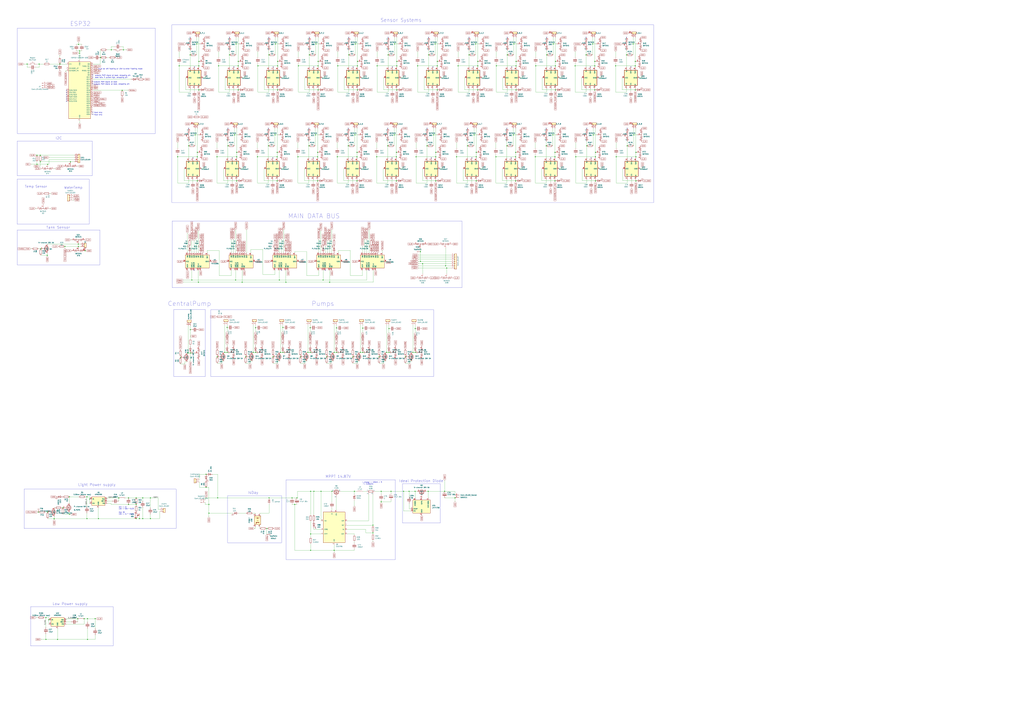
<source format=kicad_sch>
(kicad_sch (version 20230121) (generator eeschema)
  (paper "A0")
  (title_block (title "Plant Controller") (date "2020-12-21") (rev "0.4a") (company "C3MA"))
  (lib_symbols
    (symbol "74xx:74HC595"
      (property "Reference" "U" (at -7.62 13.97 0))
      (property "Value" "74HC595" (at -7.62 -16.51 0))
      (symbol "74HC595_1_0"
        (pin tri_state line (at 10.16 7.62 180) (length 2.54) (name "QB") (number "1"))
        (pin input line (at -10.16 2.54 0) (length 2.54) (name "~{SRCLR}") (number "10"))
        (pin input line (at -10.16 5.08 0) (length 2.54) (name "SRCLK") (number "11"))
        (pin input line (at -10.16 -2.54 0) (length 2.54) (name "RCLK") (number "12"))
        (pin input line (at -10.16 -5.08 0) (length 2.54) (name "~{OE}") (number "13"))
        (pin input line (at -10.16 10.16 0) (length 2.54) (name "SER") (number "14"))
        (pin tri_state line (at 10.16 10.16 180) (length 2.54) (name "QA") (number "15"))
        (pin power_in line (at 0 15.24 270) (length 2.54) (name "VCC") (number "16"))
        (pin tri_state line (at 10.16 5.08 180) (length 2.54) (name "QC") (number "2"))
        (pin tri_state line (at 10.16 2.54 180) (length 2.54) (name "QD") (number "3"))
        (pin tri_state line (at 10.16 0 180) (length 2.54) (name "QE") (number "4"))
        (pin tri_state line (at 10.16 -2.54 180) (length 2.54) (name "QF") (number "5"))
        (pin tri_state line (at 10.16 -5.08 180) (length 2.54) (name "QG") (number "6"))
        (pin tri_state line (at 10.16 -7.62 180) (length 2.54) (name "QH") (number "7"))
        (pin power_in line (at 0 -17.78 90) (length 2.54) (name "GND") (number "8"))
        (pin output line (at 10.16 -12.7 180) (length 2.54) (name "QH'") (number "9"))
      )
    )
    (symbol "CN3795:CN3795" (pin_names (offset 1.016))
      (property "Reference" "U" (at 5.08 18.542 0))
      (property "Value" "CN3795" (at 5.08 -20.32 0))
      (symbol "CN3795_0_0"
        (pin bidirectional line (at -2.54 20.32 270) (length 2.54) (name "VG") (number "1"))
        (pin bidirectional line (at 2.54 20.32 270) (length 2.54) (name "DRV") (number "10"))
        (pin bidirectional line (at 0 -20.32 90) (length 2.54) (name "GND") (number "2"))
        (pin bidirectional line (at -15.24 -2.54 0) (length 2.54) (name "~{CHRG}") (number "3"))
        (pin bidirectional line (at -15.24 -7.62 0) (length 2.54) (name "MPPT") (number "4"))
        (pin bidirectional line (at 15.24 -7.62 180) (length 2.54) (name "COM") (number "5"))
        (pin bidirectional line (at 15.24 -2.54 180) (length 2.54) (name "FB") (number "6"))
        (pin bidirectional line (at 15.24 2.54 180) (length 2.54) (name "BAT") (number "7"))
        (pin bidirectional line (at 15.24 7.62 180) (length 2.54) (name "CSP") (number "8"))
        (pin bidirectional line (at -15.24 7.62 0) (length 2.54) (name "VCC") (number "9"))
      )
    )
    (symbol "Connector:Conn_01x02_Pin" (pin_names (offset 1.016) hide)
      (property "Reference" "J" (at 0 2.54 0))
      (property "Value" "Conn_01x02_Pin" (at 0 -5.08 0))
      (symbol "Conn_01x02_Pin_1_1"
        (pin passive line (at 5.08 0 180) (length 3.81) (name "Pin_1") (number "1"))
        (pin passive line (at 5.08 -2.54 180) (length 3.81) (name "Pin_2") (number "2"))
      )
    )
    (symbol "Connector:Conn_01x02_Socket" (pin_names (offset 1.016) hide)
      (property "Reference" "J" (at 0 2.54 0))
      (property "Value" "Conn_01x02_Socket" (at 0 -5.08 0))
      (symbol "Conn_01x02_Socket_1_1"
        (pin passive line (at -5.08 0 0) (length 3.81) (name "Pin_1") (number "1"))
        (pin passive line (at -5.08 -2.54 0) (length 3.81) (name "Pin_2") (number "2"))
      )
    )
    (symbol "Connector:Conn_01x03_Male" (pin_names (offset 1.016) hide)
      (property "Reference" "J" (at 0 5.08 0))
      (property "Value" "Conn_01x03_Male" (at 0 -5.08 0))
      (symbol "Conn_01x03_Male_1_1"
        (pin passive line (at 5.08 2.54 180) (length 3.81) (name "Pin_1") (number "1"))
        (pin passive line (at 5.08 0 180) (length 3.81) (name "Pin_2") (number "2"))
        (pin passive line (at 5.08 -2.54 180) (length 3.81) (name "Pin_3") (number "3"))
      )
    )
    (symbol "Connector:TestPoint" (pin_numbers hide) (pin_names (offset 0.762) hide)
      (property "Reference" "TP" (at 0 6.858 0))
      (property "Value" "TestPoint" (at 0 5.08 0))
      (symbol "TestPoint_1_1"
        (pin passive line (at 0 0 90) (length 2.54) (name "1") (number "1"))
      )
    )
    (symbol "Connector_Generic:Conn_01x02" (pin_names (offset 1.016) hide)
      (property "Reference" "J" (at 0 2.54 0))
      (property "Value" "Conn_01x02" (at 0 -5.08 0))
      (symbol "Conn_01x02_1_1"
        (pin passive line (at -5.08 0 0) (length 3.81) (name "Pin_1") (number "1"))
        (pin passive line (at -5.08 -2.54 0) (length 3.81) (name "Pin_2") (number "2"))
      )
    )
    (symbol "Connector_Generic:Conn_01x03" (pin_names (offset 1.016) hide)
      (property "Reference" "J" (at 0 5.08 0))
      (property "Value" "Conn_01x03" (at 0 -5.08 0))
      (symbol "Conn_01x03_1_1"
        (pin passive line (at -5.08 2.54 0) (length 3.81) (name "Pin_1") (number "1"))
        (pin passive line (at -5.08 0 0) (length 3.81) (name "Pin_2") (number "2"))
        (pin passive line (at -5.08 -2.54 0) (length 3.81) (name "Pin_3") (number "3"))
      )
    )
    (symbol "Connector_Generic:Conn_01x04" (pin_names (offset 1.016) hide)
      (property "Reference" "J" (at 0 5.08 0))
      (property "Value" "Conn_01x04" (at 0 -7.62 0))
      (symbol "Conn_01x04_1_1"
        (pin passive line (at -5.08 2.54 0) (length 3.81) (name "Pin_1") (number "1"))
        (pin passive line (at -5.08 0 0) (length 3.81) (name "Pin_2") (number "2"))
        (pin passive line (at -5.08 -2.54 0) (length 3.81) (name "Pin_3") (number "3"))
        (pin passive line (at -5.08 -5.08 0) (length 3.81) (name "Pin_4") (number "4"))
      )
    )
    (symbol "Connector_Generic:Conn_01x07" (pin_names (offset 1.016) hide)
      (property "Reference" "J" (at 0 10.16 0))
      (property "Value" "Conn_01x07" (at 0 -10.16 0))
      (symbol "Conn_01x07_1_1"
        (pin passive line (at -5.08 7.62 0) (length 3.81) (name "Pin_1") (number "1"))
        (pin passive line (at -5.08 5.08 0) (length 3.81) (name "Pin_2") (number "2"))
        (pin passive line (at -5.08 2.54 0) (length 3.81) (name "Pin_3") (number "3"))
        (pin passive line (at -5.08 0 0) (length 3.81) (name "Pin_4") (number "4"))
        (pin passive line (at -5.08 -2.54 0) (length 3.81) (name "Pin_5") (number "5"))
        (pin passive line (at -5.08 -5.08 0) (length 3.81) (name "Pin_6") (number "6"))
        (pin passive line (at -5.08 -7.62 0) (length 3.81) (name "Pin_7") (number "7"))
      )
    )
    (symbol "Connector_Generic_MountingPin:Conn_01x02_MountingPin" (pin_names (offset 1.016) hide)
      (property "Reference" "J" (at 0 2.54 0))
      (property "Value" "Conn_01x02_MountingPin" (at 1.27 -5.08 0))
      (symbol "Conn_01x02_MountingPin_1_1"
        (text "Mounting" (at 0 -4.191 0) (effects (font (size 0.381 0.381))))
        (pin passive line (at -5.08 0 0) (length 3.81) (name "Pin_1") (number "1"))
        (pin passive line (at -5.08 -2.54 0) (length 3.81) (name "Pin_2") (number "2"))
        (pin passive line (at 0 -7.62 90) (length 3.048) (name "MountPin") (number "MP"))
      )
    )
    (symbol "D_1" (pin_numbers hide) (pin_names (offset 1.016) hide)
      (property "Reference" "D" (at 0 2.54 0))
      (property "Value" "D" (at 0 -2.54 0))
      (symbol "D_1_1_1"
        (pin passive line (at -3.81 0 0) (length 2.54) (name "K") (number "1"))
        (pin passive line (at 3.81 0 180) (length 2.54) (name "A") (number "2"))
      )
    )
    (symbol "Device:C" (pin_numbers hide) (pin_names (offset 0.254))
      (property "Reference" "C" (at 0.635 2.54 0))
      (property "Value" "C" (at 0.635 -2.54 0))
      (symbol "C_1_1"
        (pin passive line (at 0 3.81 270) (length 2.794) (name "~") (number "1"))
        (pin passive line (at 0 -3.81 90) (length 2.794) (name "~") (number "2"))
      )
    )
    (symbol "Device:C_Polarized" (pin_numbers hide) (pin_names (offset 0.254))
      (property "Reference" "C" (at 0.635 2.54 0))
      (property "Value" "C_Polarized" (at 0.635 -2.54 0))
      (symbol "C_Polarized_1_1"
        (pin passive line (at 0 3.81 270) (length 2.794) (name "~") (number "1"))
        (pin passive line (at 0 -3.81 90) (length 2.794) (name "~") (number "2"))
      )
    )
    (symbol "Device:D_Schottky" (pin_numbers hide) (pin_names (offset 1.016) hide)
      (property "Reference" "D" (at 0 2.54 0))
      (property "Value" "D_Schottky" (at 0 -2.54 0))
      (symbol "D_Schottky_1_1"
        (pin passive line (at -3.81 0 0) (length 2.54) (name "K") (number "1"))
        (pin passive line (at 3.81 0 180) (length 2.54) (name "A") (number "2"))
      )
    )
    (symbol "Device:D_Zener" (pin_numbers hide) (pin_names (offset 1.016) hide)
      (property "Reference" "D" (at 0 2.54 0))
      (property "Value" "D_Zener" (at 0 -2.54 0))
      (symbol "D_Zener_1_1"
        (pin passive line (at -3.81 0 0) (length 2.54) (name "K") (number "1"))
        (pin passive line (at 3.81 0 180) (length 2.54) (name "A") (number "2"))
      )
    )
    (symbol "Device:L" (pin_numbers hide) (pin_names (offset 1.016) hide)
      (property "Reference" "L" (at -1.27 0 90))
      (property "Value" "L" (at 1.905 0 90))
      (symbol "L_1_1"
        (pin passive line (at 0 3.81 270) (length 1.27) (name "1") (number "1"))
        (pin passive line (at 0 -3.81 90) (length 1.27) (name "2") (number "2"))
      )
    )
    (symbol "Device:LED" (pin_numbers hide) (pin_names (offset 1.016) hide)
      (property "Reference" "D" (at 0 2.54 0))
      (property "Value" "LED" (at 0 -2.54 0))
      (symbol "LED_1_1"
        (pin passive line (at -3.81 0 0) (length 2.54) (name "K") (number "1"))
        (pin passive line (at 3.81 0 180) (length 2.54) (name "A") (number "2"))
      )
    )
    (symbol "Device:R" (pin_numbers hide) (pin_names (offset 0))
      (property "Reference" "R" (at 2.032 0 90))
      (property "Value" "R" (at 0 0 90))
      (symbol "R_1_1"
        (pin passive line (at 0 3.81 270) (length 1.27) (name "~") (number "1"))
        (pin passive line (at 0 -3.81 90) (length 1.27) (name "~") (number "2"))
      )
    )
    (symbol "Device:R_Potentiometer" (pin_names (offset 1.016) hide)
      (property "Reference" "RV" (at -4.445 0 90))
      (property "Value" "R_Potentiometer" (at -2.54 0 90))
      (symbol "R_Potentiometer_1_1"
        (pin passive line (at 0 3.81 270) (length 1.27) (name "1") (number "1"))
        (pin passive line (at 3.81 0 180) (length 1.27) (name "2") (number "2"))
        (pin passive line (at 0 -3.81 90) (length 1.27) (name "3") (number "3"))
      )
    )
    (symbol "Device:R_Shunt" (pin_numbers hide) (pin_names (offset 0))
      (property "Reference" "R" (at -4.445 0 90))
      (property "Value" "R_Shunt" (at -2.54 0 90))
      (symbol "R_Shunt_1_1"
        (pin passive line (at 0 5.08 270) (length 2.54) (name "1") (number "1"))
        (pin passive line (at 3.81 2.54 180) (length 2.54) (name "2") (number "2"))
        (pin passive line (at 3.81 -2.54 180) (length 2.54) (name "3") (number "3"))
        (pin passive line (at 0 -5.08 90) (length 2.54) (name "4") (number "4"))
      )
    )
    (symbol "Diode:BAS40-04" (pin_names (offset 1.016))
      (property "Reference" "D" (at 0.635 -1.27 0))
      (property "Value" "BAS40-04" (at -6.35 5.715 0))
      (symbol "BAS40-04_1_1"
        (pin passive line (at -7.62 2.54 0) (length 3.81) (name "~") (number "1"))
        (pin passive line (at 7.62 2.54 180) (length 3.81) (name "~") (number "2"))
        (pin passive line (at 0 -2.54 90) (length 5.08) (name "~") (number "3"))
      )
    )
    (symbol "Diode:BAT54S" (pin_names (offset 0))
      (property "Reference" "D" (at 2.54 -5.08 0))
      (property "Value" "BAT54S" (at -6.35 3.175 0))
      (symbol "BAT54S_1_1"
        (pin passive line (at -7.62 0 0) (length 3.81) (name "A") (number "1"))
        (pin passive line (at 7.62 0 180) (length 3.81) (name "K") (number "2"))
        (pin passive line (at 0 -5.08 90) (length 5.08) (name "COM") (number "3"))
      )
    )
    (symbol "ESP32-DEVKITC-32D:SL2300" (pin_names (offset 1.016))
      (property "Reference" "Q" (at 0 0 0))
      (property "Value" "SL2300" (at 7.62 0 0))
      (symbol "SL2300_1_1"
        (pin input line (at -6.35 0 0) (length 2.54) (name "G") (number "1"))
        (pin passive line (at 1.27 -5.08 90) (length 2.54) (name "S") (number "2"))
        (pin passive line (at 1.27 5.08 270) (length 2.54) (name "D") (number "3"))
      )
    )
    (symbol "Isolator:PC817" (pin_names (offset 1.016))
      (property "Reference" "U" (at -5.08 5.08 0))
      (property "Value" "PC817" (at 0 5.08 0))
      (symbol "PC817_1_1"
        (pin passive line (at -7.62 2.54 0) (length 2.54) (name "~") (number "1"))
        (pin passive line (at -7.62 -2.54 0) (length 2.54) (name "~") (number "2"))
        (pin passive line (at 7.62 -2.54 180) (length 2.54) (name "~") (number "3"))
        (pin passive line (at 7.62 2.54 180) (length 2.54) (name "~") (number "4"))
      )
    )
    (symbol "Power_Management:LM74700"
      (property "Reference" "U" (at -9.525 -8.89 0))
      (property "Value" "LM74700" (at 7.62 -8.89 0))
      (symbol "LM74700_1_1"
        (pin passive line (at -12.7 -2.54 0) (length 2.54) (name "VCAP") (number "1"))
        (pin power_in line (at 0 -10.16 90) (length 2.54) (name "GND") (number "2"))
        (pin input line (at -12.7 -5.08 0) (length 2.54) (name "EN") (number "3"))
        (pin input line (at 7.62 10.16 270) (length 2.54) (name "CATHODE") (number "4"))
        (pin output line (at 0 10.16 270) (length 2.54) (name "GATE") (number "5"))
        (pin power_in line (at -7.62 10.16 270) (length 2.54) (name "ANODE") (number "6"))
      )
    )
    (symbol "RF_Module:ESP32-WROOM-32D"
      (property "Reference" "U" (at -12.7 34.29 0))
      (property "Value" "ESP32-WROOM-32D" (at 1.27 34.29 0))
      (symbol "ESP32-WROOM-32D_1_1"
        (pin power_in line (at 0 -35.56 90) (length 2.54) (name "GND") (number "1"))
        (pin bidirectional line (at 15.24 -12.7 180) (length 2.54) (name "IO25") (number "10"))
        (pin bidirectional line (at 15.24 -15.24 180) (length 2.54) (name "IO26") (number "11"))
        (pin bidirectional line (at 15.24 -17.78 180) (length 2.54) (name "IO27") (number "12"))
        (pin bidirectional line (at 15.24 10.16 180) (length 2.54) (name "IO14") (number "13"))
        (pin bidirectional line (at 15.24 15.24 180) (length 2.54) (name "IO12") (number "14"))
        (pin passive line (at 0 -35.56 90) (length 2.54) hide (name "GND") (number "15"))
        (pin bidirectional line (at 15.24 12.7 180) (length 2.54) (name "IO13") (number "16"))
        (pin bidirectional line (at -15.24 -5.08 0) (length 2.54) (name "SHD/SD2") (number "17"))
        (pin bidirectional line (at -15.24 -7.62 0) (length 2.54) (name "SWP/SD3") (number "18"))
        (pin bidirectional line (at -15.24 -12.7 0) (length 2.54) (name "SCS/CMD") (number "19"))
        (pin power_in line (at 0 35.56 270) (length 2.54) (name "VDD") (number "2"))
        (pin bidirectional line (at -15.24 -10.16 0) (length 2.54) (name "SCK/CLK") (number "20"))
        (pin bidirectional line (at -15.24 0 0) (length 2.54) (name "SDO/SD0") (number "21"))
        (pin bidirectional line (at -15.24 -2.54 0) (length 2.54) (name "SDI/SD1") (number "22"))
        (pin bidirectional line (at 15.24 7.62 180) (length 2.54) (name "IO15") (number "23"))
        (pin bidirectional line (at 15.24 25.4 180) (length 2.54) (name "IO2") (number "24"))
        (pin bidirectional line (at 15.24 30.48 180) (length 2.54) (name "IO0") (number "25"))
        (pin bidirectional line (at 15.24 20.32 180) (length 2.54) (name "IO4") (number "26"))
        (pin bidirectional line (at 15.24 5.08 180) (length 2.54) (name "IO16") (number "27"))
        (pin bidirectional line (at 15.24 2.54 180) (length 2.54) (name "IO17") (number "28"))
        (pin bidirectional line (at 15.24 17.78 180) (length 2.54) (name "IO5") (number "29"))
        (pin input line (at -15.24 30.48 0) (length 2.54) (name "EN") (number "3"))
        (pin bidirectional line (at 15.24 0 180) (length 2.54) (name "IO18") (number "30"))
        (pin bidirectional line (at 15.24 -2.54 180) (length 2.54) (name "IO19") (number "31"))
        (pin no_connect line (at -12.7 -27.94 0) (length 2.54) hide (name "NC") (number "32"))
        (pin bidirectional line (at 15.24 -5.08 180) (length 2.54) (name "IO21") (number "33"))
        (pin bidirectional line (at 15.24 22.86 180) (length 2.54) (name "RXD0/IO3") (number "34"))
        (pin bidirectional line (at 15.24 27.94 180) (length 2.54) (name "TXD0/IO1") (number "35"))
        (pin bidirectional line (at 15.24 -7.62 180) (length 2.54) (name "IO22") (number "36"))
        (pin bidirectional line (at 15.24 -10.16 180) (length 2.54) (name "IO23") (number "37"))
        (pin passive line (at 0 -35.56 90) (length 2.54) hide (name "GND") (number "38"))
        (pin passive line (at 0 -35.56 90) (length 2.54) hide (name "GND") (number "39"))
        (pin input line (at -15.24 25.4 0) (length 2.54) (name "SENSOR_VP") (number "4"))
        (pin input line (at -15.24 22.86 0) (length 2.54) (name "SENSOR_VN") (number "5"))
        (pin input line (at 15.24 -25.4 180) (length 2.54) (name "IO34") (number "6"))
        (pin input line (at 15.24 -27.94 180) (length 2.54) (name "IO35") (number "7"))
        (pin bidirectional line (at 15.24 -20.32 180) (length 2.54) (name "IO32") (number "8"))
        (pin bidirectional line (at 15.24 -22.86 180) (length 2.54) (name "IO33") (number "9"))
      )
    )
    (symbol "Regulator_Switching:AP63205WU"
      (property "Reference" "U" (at -7.62 6.35 0))
      (property "Value" "AP63205WU" (at 2.54 6.35 0))
      (symbol "AP63205WU_1_1"
        (pin input line (at 10.16 -2.54 180) (length 2.54) (name "FB") (number "1"))
        (pin input line (at -10.16 -2.54 0) (length 2.54) (name "EN") (number "2"))
        (pin power_in line (at -10.16 2.54 0) (length 2.54) (name "IN") (number "3"))
        (pin power_in line (at 0 -7.62 90) (length 2.54) (name "GND") (number "4"))
        (pin output line (at 10.16 2.54 180) (length 2.54) (name "SW") (number "5"))
        (pin passive line (at 10.16 0 180) (length 2.54) (name "BST") (number "6"))
      )
    )
    (symbol "Simulation_SPICE:PMOS" (pin_numbers hide) (pin_names (offset 0))
      (property "Reference" "Q" (at 5.08 1.27 0))
      (property "Value" "PMOS" (at 5.08 -1.27 0))
      (symbol "PMOS_1_1"
        (pin passive line (at 2.54 5.08 270) (length 2.54) (name "D") (number "1"))
        (pin input line (at -5.08 0 0) (length 2.54) (name "G") (number "2"))
        (pin passive line (at 2.54 -5.08 90) (length 2.54) (name "S") (number "3"))
      )
    )
    (symbol "Switch:SW_Push" (pin_numbers hide) (pin_names (offset 1.016) hide)
      (property "Reference" "SW" (at 1.27 2.54 0))
      (property "Value" "SW_Push" (at 0 -1.524 0))
      (symbol "SW_Push_0_1"
        (pin passive line (at -5.08 0 0) (length 2.54) (name "1") (number "1"))
        (pin passive line (at 5.08 0 180) (length 2.54) (name "2") (number "2"))
      )
    )
    (symbol "Timer:TLC555xP"
      (property "Reference" "U" (at -10.16 8.89 0))
      (property "Value" "TLC555xP" (at 2.54 8.89 0))
      (symbol "TLC555xP_0_0"
        (pin power_in line (at 0 -10.16 90) (length 2.54) (name "GND") (number "1"))
        (pin power_in line (at 0 10.16 270) (length 2.54) (name "VCC") (number "8"))
      )
      (symbol "TLC555xP_1_1"
        (pin input line (at -12.7 5.08 0) (length 3.81) (name "TR") (number "2"))
        (pin output line (at 12.7 5.08 180) (length 3.81) (name "Q") (number "3"))
        (pin input inverted (at -12.7 -5.08 0) (length 3.81) (name "R") (number "4"))
        (pin input line (at -12.7 0 0) (length 3.81) (name "CV") (number "5"))
        (pin input line (at 12.7 -5.08 180) (length 3.81) (name "THR") (number "6"))
        (pin input line (at 12.7 0 180) (length 3.81) (name "DIS") (number "7"))
      )
    )
    (symbol "Transistor_FET:BSS84" (pin_names hide)
      (property "Reference" "Q" (at 5.08 1.905 0))
      (property "Value" "BSS84" (at 5.08 0 0))
      (symbol "BSS84_1_1"
        (pin input line (at -5.08 0 0) (length 2.54) (name "G") (number "1"))
        (pin passive line (at 2.54 -5.08 90) (length 2.54) (name "S") (number "2"))
        (pin passive line (at 2.54 5.08 270) (length 2.54) (name "D") (number "3"))
      )
    )
  )
  (junction (at 242.57 586.105))
  (junction (at 460.756 104.394))
  (junction (at 415.036 76.454))
  (junction (at 110.49 718.82))
  (junction (at 738.378 182.118))
  (junction (at 387.985 639.445))
  (junction (at 100.965 577.215))
  (junction (at 228.346 51.054))
  (junction (at 276.606 76.454))
  (junction (at 274.066 51.054))
  (junction (at 261.112 409.448))
  (junction (at 321.818 177.038))
  (junction (at 322.326 76.454))
  (junction (at 390.652 409.448))
  (junction (at 239.268 566.293))
  (junction (at 143.256 57.912))
  (junction (at 239.268 551.053))
  (junction (at 552.196 51.054))
  (junction (at 437.896 76.454))
  (junction (at 321.818 210.058))
  (junction (at 100.965 602.615))
  (junction (at 230.378 327.914))
  (junction (at 598.678 210.058))
  (junction (at 667.766 76.454))
  (junction (at 442.595 582.93))
  (junction (at 490.728 306.324))
  (junction (at 454.025 570.865))
  (junction (at 621.538 182.118))
  (junction (at 226.568 156.718))
  (junction (at 507.746 76.454))
  (junction (at 552.958 182.118))
  (junction (at 488.188 292.354))
  (junction (at 104.267 579.755))
  (junction (at 415.036 104.394))
  (junction (at 642.366 51.054))
  (junction (at 368.808 210.058))
  (junction (at 346.456 76.454))
  (junction (at 218.44 410.21))
  (junction (at 360.172 380.746))
  (junction (at 505.206 51.054))
  (junction (at 482.092 409.448))
  (junction (at 599.186 71.374))
  (junction (at 328.422 380.492))
  (junction (at 474.98 570.865))
  (junction (at 690.626 71.374))
  (junction (at 55.245 190.881))
  (junction (at 242.57 596.265))
  (junction (at 264.668 169.418))
  (junction (at 165.735 578.485))
  (junction (at 348.742 414.528))
  (junction (at 421.132 409.448))
  (junction (at 457.708 156.718))
  (junction (at 42.926 190.881))
  (junction (at 274.828 177.038))
  (junction (at 598.678 177.038))
  (junction (at 483.108 182.118))
  (junction (at 62.865 602.615))
  (junction (at 45.466 74.422))
  (junction (at 450.596 63.754))
  (junction (at 73.025 589.915))
  (junction (at 141.859 104.902))
  (junction (at 263.652 409.448))
  (junction (at 42.926 180.34))
  (junction (at 114.3 602.615))
  (junction (at 344.805 578.485))
  (junction (at 497.586 63.754))
  (junction (at 92.456 59.182))
  (junction (at 31.496 74.422))
  (junction (at 449.072 409.448))
  (junction (at 554.736 104.394))
  (junction (at 229.108 210.058))
  (junction (at 158.115 602.615))
  (junction (at 634.238 169.418))
  (junction (at 516.255 570.865))
  (junction (at 294.132 409.448))
  (junction (at 530.098 182.118))
  (junction (at 299.466 76.454))
  (junction (at 229.108 177.038))
  (junction (at 404.368 169.418))
  (junction (at 285.242 414.528))
  (junction (at 622.046 76.454))
  (junction (at 319.786 51.054))
  (junction (at 149.225 578.485))
  (junction (at 668.528 182.118))
  (junction (at 360.172 409.448))
  (junction (at 437.388 182.118))
  (junction (at 421.132 381.254))
  (junction (at 468.63 570.865))
  (junction (at 411.48 570.865))
  (junction (at 252.73 578.485))
  (junction (at 312.42 578.485))
  (junction (at 404.876 63.754))
  (junction (at 331.978 327.914))
  (junction (at 47.244 289.052))
  (junction (at 161.925 602.615))
  (junction (at 433.07 610.235))
  (junction (at 272.288 156.718))
  (junction (at 738.378 210.058))
  (junction (at 252.222 414.528))
  (junction (at 369.316 104.394))
  (junction (at 507.746 71.374))
  (junction (at 737.616 71.374))
  (junction (at 497.205 570.865))
  (junction (at 460.248 177.038))
  (junction (at 53.34 742.95))
  (junction (at 360.68 639.445))
  (junction (at 596.138 156.718))
  (junction (at 575.818 182.118))
  (junction (at 727.456 63.754))
  (junction (at 458.216 51.054))
  (junction (at 273.558 325.374))
  (junction (at 442.595 570.865))
  (junction (at 507.746 104.394))
  (junction (at 481.965 570.865))
  (junction (at 390.652 381))
  (junction (at 691.388 182.118))
  (junction (at 137.795 578.485))
  (junction (at 375.158 325.374))
  (junction (at 388.112 409.448))
  (junction (at 90.932 283.718))
  (junction (at 542.798 169.418))
  (junction (at 552.958 177.038))
  (junction (at 266.446 63.754))
  (junction (at 312.166 63.754))
  (junction (at 385.445 570.865))
  (junction (at 366.776 51.054))
  (junction (at 598.678 182.118))
  (junction (at 116.586 66.802))
  (junction (at 206.248 182.118))
  (junction (at 644.398 177.038))
  (junction (at 495.808 169.418))
  (junction (at 738.378 177.038))
  (junction (at 66.802 742.95))
  (junction (at 222.758 325.374))
  (junction (at 409.702 414.528))
  (junction (at 517.398 308.864))
  (junction (at 369.316 71.374))
  (junction (at 80.645 577.215))
  (junction (at 644.398 210.058))
  (junction (at 97.79 718.82))
  (junction (at 392.176 76.454))
  (junction (at 298.958 182.118))
  (junction (at 550.418 156.718))
  (junction (at 680.466 63.754))
  (junction (at 230.886 76.454))
  (junction (at 364.49 570.865))
  (junction (at 460.248 210.058))
  (junction (at 735.838 156.718))
  (junction (at 75.438 286.258))
  (junction (at 316.992 414.528))
  (junction (at 531.876 76.454))
  (junction (at 46.736 180.34))
  (junction (at 411.988 156.718))
  (junction (at 230.886 104.394))
  (junction (at 528.32 578.485))
  (junction (at 56.642 720.09))
  (junction (at 737.616 104.394))
  (junction (at 220.726 63.754))
  (junction (at 415.036 71.374))
  (junction (at 158.115 586.105))
  (junction (at 345.948 182.118))
  (junction (at 688.086 51.054))
  (junction (at 544.576 63.754))
  (junction (at 690.626 104.394))
  (junction (at 599.186 104.394))
  (junction (at 588.518 169.418))
  (junction (at 451.612 381.762))
  (junction (at 737.616 76.454))
  (junction (at 479.552 409.448))
  (junction (at 276.606 104.394))
  (junction (at 129.286 57.912))
  (junction (at 274.828 210.058))
  (junction (at 358.648 169.418))
  (junction (at 276.606 71.374))
  (junction (at 505.968 210.058))
  (junction (at 296.672 409.448))
  (junction (at 174.625 602.615))
  (junction (at 44.704 594.995))
  (junction (at 319.278 156.718))
  (junction (at 433.07 619.125))
  (junction (at 372.745 570.865))
  (junction (at 360.68 570.865))
  (junction (at 460.756 71.374))
  (junction (at 98.806 291.338))
  (junction (at 450.088 169.418))
  (junction (at 342.265 586.105))
  (junction (at 158.115 578.485))
  (junction (at 505.968 182.118))
  (junction (at 149.225 586.105))
  (junction (at 470.662 414.528))
  (junction (at 251.968 182.118))
  (junction (at 691.388 210.058))
  (junction (at 296.672 380.746))
  (junction (at 208.026 76.454))
  (junction (at 274.828 182.118))
  (junction (at 484.886 76.454))
  (junction (at 644.398 182.118))
  (junction (at 322.326 71.374))
  (junction (at 382.778 327.914))
  (junction (at 391.668 182.118))
  (junction (at 728.218 169.418))
  (junction (at 596.646 51.054))
  (junction (at 253.746 76.454))
  (junction (at 691.388 177.038))
  (junction (at 322.326 104.394))
  (junction (at 359.156 63.754))
  (junction (at 321.818 182.118))
  (junction (at 80.645 597.535))
  (junction (at 451.612 409.448))
  (junction (at 460.248 182.118))
  (junction (at 505.968 177.038))
  (junction (at 90.932 286.258))
  (junction (at 324.358 325.374))
  (junction (at 366.268 156.718))
  (junction (at 263.652 380.492))
  (junction (at 634.746 63.754))
  (junction (at 101.6 742.95))
  (junction (at 360.68 620.395))
  (junction (at 220.98 383.032))
  (junction (at 230.886 71.374))
  (junction (at 53.34 717.55))
  (junction (at 554.736 71.374))
  (junction (at 715.518 182.118))
  (junction (at 440.182 414.528))
  (junction (at 735.076 51.054))
  (junction (at 165.735 602.615))
  (junction (at 554.736 76.454))
  (junction (at 599.186 76.454))
  (junction (at 54.864 296.672))
  (junction (at 482.092 381.762))
  (junction (at 311.658 169.418))
  (junction (at 412.496 51.054))
  (junction (at 379.222 414.528))
  (junction (at 101.6 718.82))
  (junction (at 339.09 578.485))
  (junction (at 414.528 210.058))
  (junction (at 460.756 76.454))
  (junction (at 90.17 718.82))
  (junction (at 552.958 210.058))
  (junction (at 589.026 63.754))
  (junction (at 503.428 156.718))
  (junction (at 644.906 76.454))
  (junction (at 229.108 182.118))
  (junction (at 209.55 415.29))
  (junction (at 369.316 76.454))
  (junction (at 281.178 327.914))
  (junction (at 174.625 578.485))
  (junction (at 55.245 594.995))
  (junction (at 328.422 409.448))
  (junction (at 488.188 303.784))
  (junction (at 690.626 76.454))
  (junction (at 644.906 71.374))
  (junction (at 688.848 156.718))
  (junction (at 220.98 410.21))
  (junction (at 714.756 76.454))
  (junction (at 69.596 74.422))
  (junction (at 46.736 187.96))
  (junction (at 92.456 61.722))
  (junction (at 418.592 409.448))
  (junction (at 518.668 311.404))
  (junction (at 368.808 182.118))
  (junction (at 91.186 51.562))
  (junction (at 325.882 409.448))
  (junction (at 81.788 187.96))
  (junction (at 309.88 614.045))
  (junction (at 414.528 182.118))
  (junction (at 576.326 76.454))
  (junction (at 414.528 177.038))
  (junction (at 368.808 177.038))
  (junction (at 644.906 104.394))
  (junction (at 641.858 156.718))
  (junction (at 681.228 169.418))
  (junction (at 218.948 169.418))
  (junction (at 357.632 409.448))
  (no_connect (at 681.228 149.098))
  (no_connect (at 359.156 43.434))
  (no_connect (at 107.696 132.842))
  (no_connect (at 593.598 183.388))
  (no_connect (at 77.216 107.442))
  (no_connect (at 409.448 183.388))
  (no_connect (at 634.238 149.098))
  (no_connect (at 225.298 313.944))
  (no_connect (at 547.878 183.388))
  (no_connect (at 404.368 149.098))
  (no_connect (at 500.888 183.388))
  (no_connect (at 107.696 97.282))
  (no_connect (at 107.696 87.122))
  (no_connect (at 326.898 313.944))
  (no_connect (at 77.216 112.522))
  (no_connect (at 495.808 149.098))
  (no_connect (at 77.216 117.602))
  (no_connect (at 363.728 183.388))
  (no_connect (at 269.748 183.388))
  (no_connect (at 107.696 89.662))
  (no_connect (at 224.028 183.388))
  (no_connect (at 639.826 77.724))
  (no_connect (at 634.746 43.434))
  (no_connect (at 264.668 149.098))
  (no_connect (at 639.318 183.388))
  (no_connect (at 77.216 104.902))
  (no_connect (at 685.546 77.724))
  (no_connect (at 107.696 94.742))
  (no_connect (at 107.696 130.302))
  (no_connect (at 728.218 149.098))
  (no_connect (at 680.466 43.434))
  (no_connect (at 358.648 149.098))
  (no_connect (at 312.166 43.434))
  (no_connect (at 266.446 43.434))
  (no_connect (at 727.456 43.434))
  (no_connect (at 549.656 77.724))
  (no_connect (at 428.498 313.944))
  (no_connect (at 409.956 77.724))
  (no_connect (at 450.596 43.434))
  (no_connect (at 686.308 183.388))
  (no_connect (at 450.088 149.098))
  (no_connect (at 455.168 183.388))
  (no_connect (at 364.236 77.724))
  (no_connect (at 377.698 313.944))
  (no_connect (at 311.658 149.098))
  (no_connect (at 497.586 43.434))
  (no_connect (at 77.216 115.062))
  (no_connect (at 589.026 43.434))
  (no_connect (at 732.536 77.724))
  (no_connect (at 77.216 109.982))
  (no_connect (at 502.666 77.724))
  (no_connect (at 594.106 77.724))
  (no_connect (at 317.246 77.724))
  (no_connect (at 404.876 43.434))
  (no_connect (at 225.806 77.724))
  (no_connect (at 220.726 43.434))
  (no_connect (at 271.526 77.724))
  (no_connect (at 588.518 149.098))
  (no_connect (at 455.676 77.724))
  (no_connect (at 544.576 43.434))
  (no_connect (at 733.298 183.388))
  (no_connect (at 542.798 149.098))
  (no_connect (at 218.948 149.098))
  (no_connect (at 316.738 183.388))
  (wire (pts (xy 42.926 187.96) (xy 42.926 190.881)))
  (wire (pts (xy 76.962 720.09) (xy 76.962 718.82)))
  (wire (pts (xy 406.908 320.294) (xy 420.878 320.294)))
  (wire (pts (xy 220.726 103.124) (xy 220.726 106.934)))
  (wire (pts (xy 261.366 90.424) (xy 261.366 104.394)))
  (wire (pts (xy 311.658 164.338) (xy 311.658 169.418)))
  (wire (pts (xy 296.545 596.265) (xy 293.37 596.265)))
  (wire (pts (xy 274.828 149.098) (xy 274.828 177.038)))
  (wire (pts (xy 133.096 54.102) (xy 129.286 54.102)))
  (wire (pts (xy 183.515 591.82) (xy 183.515 578.485)))
  (wire (pts (xy 451.612 381.762) (xy 451.612 386.588)))
  (wire (pts (xy 385.318 266.954) (xy 385.318 293.624)))
  (wire (pts (xy 345.44 570.865) (xy 345.44 578.485)))
  (wire (pts (xy 588.518 169.418) (xy 588.518 183.388)))
  (wire (pts (xy 322.326 43.434) (xy 322.326 71.374)))
  (wire (pts (xy 228.346 51.054) (xy 232.156 51.054)))
  (wire (pts (xy 274.828 210.058) (xy 274.828 211.328)))
  (wire (pts (xy 54.864 283.718) (xy 90.932 283.718)))
  (wire (pts (xy 354.076 90.424) (xy 354.076 104.394)))
  (wire (pts (xy 629.158 210.058) (xy 644.398 210.058)))
  (wire (pts (xy 420.878 320.294) (xy 420.878 313.944)))
  (wire (pts (xy 322.072 419.608) (xy 322.072 422.148)))
  (wire (pts (xy 56.896 185.42) (xy 86.487 185.42)))
  (wire (pts (xy 695.706 90.424) (xy 698.246 90.424)))
  (wire (pts (xy 263.652 377.698) (xy 263.652 380.492)))
  (wire (pts (xy 253.746 76.454) (xy 253.746 73.914)))
  (wire (pts (xy 92.456 59.182) (xy 94.996 59.182)))
  (wire (pts (xy 218.948 212.598) (xy 206.248 212.598)))
  (wire (pts (xy 231.648 551.053) (xy 239.268 551.053)))
  (wire (pts (xy 392.176 106.934) (xy 392.176 76.454)))
  (wire (pts (xy 359.156 106.934) (xy 346.456 106.934)))
  (wire (pts (xy 634.746 103.124) (xy 634.746 106.934)))
  (wire (pts (xy 485.648 308.864) (xy 517.398 308.864)))
  (wire (pts (xy 76.2 83.312) (xy 76.2 82.042)))
  (wire (pts (xy 478.282 419.608) (xy 475.742 419.608)))
  (wire (pts (xy 495.808 212.598) (xy 483.108 212.598)))
  (wire (pts (xy 372.745 605.155) (xy 372.745 570.865)))
  (wire (pts (xy 230.886 76.454) (xy 230.886 77.724)))
  (wire (pts (xy 185.42 602.615) (xy 185.42 594.36)))
  (wire (pts (xy 110.49 718.82) (xy 110.49 730.25)))
  (wire (pts (xy 467.868 194.818) (xy 467.868 196.088)))
  (wire (pts (xy 41.656 180.34) (xy 42.926 180.34)))
  (wire (pts (xy 399.796 104.394) (xy 415.036 104.394)))
  (wire (pts (xy 738.378 182.118) (xy 738.378 183.388)))
  (wire (pts (xy 390.652 409.448) (xy 388.112 409.448)))
  (wire (pts (xy 322.326 71.374) (xy 322.326 76.454)))
  (wire (pts (xy 422.148 194.818) (xy 422.148 196.088)))
  (wire (pts (xy 737.616 103.124) (xy 737.616 104.394)))
  (wire (pts (xy 390.525 578.485) (xy 390.525 592.455)))
  (wire (pts (xy 644.398 210.058) (xy 644.398 211.328)))
  (wire (pts (xy 470.662 413.258) (xy 470.662 414.528)))
  (wire (pts (xy 404.876 103.124) (xy 404.876 106.934)))
  (wire (pts (xy 450.088 164.338) (xy 450.088 169.418)))
  (wire (pts (xy 490.728 196.088) (xy 490.728 210.058)))
  (wire (pts (xy 437.896 76.454) (xy 437.896 73.914)))
  (wire (pts (xy 737.616 104.394) (xy 737.616 105.664)))
  (wire (pts (xy 735.838 156.718) (xy 739.648 156.718)))
  (wire (pts (xy 161.925 602.615) (xy 165.735 602.615)))
  (wire (pts (xy 217.678 270.764) (xy 217.678 293.624)))
  (wire (pts (xy 539.496 90.424) (xy 539.496 104.394)))
  (wire (pts (xy 220.98 419.608) (xy 220.98 410.21)))
  (wire (pts (xy 329.438 194.818) (xy 329.438 196.088)))
  (wire (pts (xy 537.718 196.088) (xy 537.718 210.058)))
  (wire (pts (xy 604.266 90.424) (xy 606.806 90.424)))
  (wire (pts (xy 345.948 182.118) (xy 345.948 179.578)))
  (wire (pts (xy 497.205 570.865) (xy 497.205 578.485)))
  (wire (pts (xy 62.865 602.615) (xy 100.965 602.615)))
  (wire (pts (xy 276.606 43.434) (xy 276.606 71.374)))
  (wire (pts (xy 512.826 90.424) (xy 515.366 90.424)))
  (wire (pts (xy 174.625 597.535) (xy 174.625 602.615)))
  (wire (pts (xy 346.456 76.454) (xy 369.316 76.454)))
  (wire (pts (xy 114.3 602.615) (xy 114.3 589.915)))
  (wire (pts (xy 517.398 308.864) (xy 523.748 308.864)))
  (wire (pts (xy 385.445 570.865) (xy 385.445 582.93)))
  (wire (pts (xy 714.756 76.454) (xy 714.756 73.914)))
  (wire (pts (xy 298.958 165.608) (xy 298.958 171.958)))
  (wire (pts (xy 680.466 106.934) (xy 667.766 106.934)))
  (wire (pts (xy 259.588 210.058) (xy 274.828 210.058)))
  (wire (pts (xy 409.702 413.258) (xy 409.702 414.528)))
  (wire (pts (xy 328.422 380.492) (xy 328.422 385.318)))
  (wire (pts (xy 737.616 43.434) (xy 737.616 71.374)))
  (wire (pts (xy 271.526 103.124) (xy 271.526 105.664)))
  (wire (pts (xy 324.358 313.944) (xy 324.358 325.374)))
  (wire (pts (xy 254.508 291.084) (xy 254.508 320.294)))
  (wire (pts (xy 128.905 584.835) (xy 128.905 586.105)))
  (wire (pts (xy 392.938 293.624) (xy 392.938 291.084)))
  (wire (pts (xy 415.036 104.394) (xy 415.036 105.664)))
  (wire (pts (xy 411.48 570.865) (xy 411.48 574.04)))
  (wire (pts (xy 485.648 306.324) (xy 490.728 306.324)))
  (wire (pts (xy 364.236 103.124) (xy 364.236 105.664)))
  (wire (pts (xy 279.908 196.088) (xy 282.448 196.088)))
  (wire (pts (xy 392.938 291.084) (xy 406.908 291.084)))
  (wire (pts (xy 675.386 90.424) (xy 675.386 104.394)))
  (wire (pts (xy 321.818 182.118) (xy 321.818 183.388)))
  (wire (pts (xy 309.245 614.045) (xy 309.88 614.045)))
  (wire (pts (xy 442.595 570.865) (xy 435.61 570.865)))
  (wire (pts (xy 484.886 76.454) (xy 507.746 76.454)))
  (wire (pts (xy 417.322 419.608) (xy 414.782 419.608)))
  (wire (pts (xy 542.798 169.418) (xy 542.798 183.388)))
  (wire (pts (xy 550.418 149.098) (xy 550.418 156.718)))
  (wire (pts (xy 92.456 59.182) (xy 92.456 61.722)))
  (wire (pts (xy 324.612 419.608) (xy 322.072 419.608)))
  (wire (pts (xy 104.14 579.755) (xy 104.267 579.755)))
  (wire (pts (xy 58.166 74.422) (xy 69.596 74.422)))
  (wire (pts (xy 305.308 289.814) (xy 305.308 319.024)))
  (wire (pts (xy 358.648 212.598) (xy 345.948 212.598)))
  (wire (pts (xy 316.992 413.258) (xy 316.992 414.528)))
  (wire (pts (xy 691.388 149.098) (xy 691.388 177.038)))
  (wire (pts (xy 560.578 194.818) (xy 560.578 196.088)))
  (wire (pts (xy 360.68 570.865) (xy 364.49 570.865)))
  (wire (pts (xy 131.826 57.912) (xy 129.286 57.912)))
  (wire (pts (xy 530.098 212.598) (xy 530.098 182.118)))
  (wire (pts (xy 681.228 212.598) (xy 668.528 212.598)))
  (wire (pts (xy 411.48 581.66) (xy 411.48 588.01)))
  (wire (pts (xy 53.34 717.55) (xy 56.642 717.55)))
  (wire (pts (xy 100.965 596.265) (xy 100.965 602.615)))
  (wire (pts (xy 342.138 292.354) (xy 356.108 292.354)))
  (wire (pts (xy 552.196 51.054) (xy 556.006 51.054)))
  (wire (pts (xy 263.652 409.448) (xy 266.192 409.448)))
  (wire (pts (xy 97.79 718.82) (xy 101.6 718.82)))
  (wire (pts (xy 366.776 51.054) (xy 366.776 63.754)))
  (wire (pts (xy 239.268 566.293) (xy 242.57 566.293)))
  (wire (pts (xy 688.086 51.054) (xy 691.896 51.054)))
  (wire (pts (xy 723.138 210.058) (xy 738.378 210.058)))
  (wire (pts (xy 387.985 633.095) (xy 387.985 639.445)))
  (wire (pts (xy 261.366 104.394) (xy 276.606 104.394)))
  (wire (pts (xy 276.606 103.124) (xy 276.606 104.394)))
  (wire (pts (xy 596.138 156.718) (xy 596.138 169.418)))
  (wire (pts (xy 505.206 51.054) (xy 509.016 51.054)))
  (wire (pts (xy 382.778 327.914) (xy 433.578 327.914)))
  (wire (pts (xy 69.596 74.422) (xy 77.216 74.422)))
  (wire (pts (xy 110.49 718.82) (xy 111.76 718.82)))
  (wire (pts (xy 513.588 194.818) (xy 513.588 196.088)))
  (wire (pts (xy 328.422 409.448) (xy 325.882 409.448)))
  (wire (pts (xy 339.09 586.105) (xy 342.265 586.105)))
  (wire (pts (xy 583.438 196.088) (xy 583.438 210.058)))
  (wire (pts (xy 301.625 596.265) (xy 301.625 596.9)))
  (wire (pts (xy 437.388 212.598) (xy 437.388 182.118)))
  (wire (pts (xy 544.576 63.754) (xy 544.576 77.724)))
  (wire (pts (xy 356.108 320.294) (xy 370.078 320.294)))
  (wire (pts (xy 559.816 90.424) (xy 562.356 90.424)))
  (wire (pts (xy 185.42 591.82) (xy 183.515 591.82)))
  (wire (pts (xy 158.115 578.485) (xy 165.735 578.485)))
  (wire (pts (xy 484.886 76.454) (xy 484.886 73.914)))
  (wire (pts (xy 468.63 570.865) (xy 474.98 570.865)))
  (wire (pts (xy 404.876 106.934) (xy 392.176 106.934)))
  (wire (pts (xy 483.108 165.608) (xy 483.108 171.958)))
  (wire (pts (xy 372.745 570.865) (xy 385.445 570.865)))
  (wire (pts (xy 274.066 51.054) (xy 277.876 51.054)))
  (wire (pts (xy 62.865 602.615) (xy 62.865 603.885)))
  (wire (pts (xy 552.196 43.434) (xy 552.196 51.054)))
  (wire (pts (xy 268.478 278.384) (xy 268.478 293.624)))
  (wire (pts (xy 42.926 180.34) (xy 46.736 180.34)))
  (wire (pts (xy 390.652 401.066) (xy 390.652 401.828)))
  (wire (pts (xy 375.158 313.944) (xy 375.158 325.374)))
  (wire (pts (xy 231.648 557.403) (xy 231.648 551.053)))
  (wire (pts (xy 481.965 570.865) (xy 481.965 578.485)))
  (wire (pts (xy 502.666 103.124) (xy 502.666 105.664)))
  (wire (pts (xy 596.646 43.434) (xy 596.646 51.054)))
  (wire (pts (xy 312.166 63.754) (xy 312.166 77.724)))
  (wire (pts (xy 141.859 104.902) (xy 107.696 104.902)))
  (wire (pts (xy 488.188 303.784) (xy 523.748 303.784)))
  (wire (pts (xy 296.672 377.698) (xy 296.672 380.746)))
  (wire (pts (xy 404.368 169.418) (xy 404.368 183.388)))
  (wire (pts (xy 404.876 63.754) (xy 404.876 77.724)))
  (wire (pts (xy 450.596 63.754) (xy 450.596 77.724)))
  (wire (pts (xy 497.586 106.934) (xy 484.886 106.934)))
  (wire (pts (xy 124.206 66.802) (xy 126.746 66.802)))
  (wire (pts (xy 528.32 582.93) (xy 528.32 578.485)))
  (wire (pts (xy 562.356 89.154) (xy 562.356 90.424)))
  (wire (pts (xy 503.428 156.718) (xy 503.428 169.418)))
  (wire (pts (xy 639.318 208.788) (xy 639.318 211.328)))
  (wire (pts (xy 114.3 602.615) (xy 158.115 602.615)))
  (wire (pts (xy 272.288 149.098) (xy 272.288 156.718)))
  (wire (pts (xy 411.48 620.395) (xy 411.48 621.665)))
  (wire (pts (xy 327.406 90.424) (xy 329.946 90.424)))
  (wire (pts (xy 639.826 103.124) (xy 639.826 105.664)))
  (wire (pts (xy 76.962 718.82) (xy 90.17 718.82)))
  (wire (pts (xy 251.968 182.118) (xy 274.828 182.118)))
  (wire (pts (xy 594.106 103.124) (xy 594.106 105.664)))
  (wire (pts (xy 531.876 59.944) (xy 531.876 66.294)))
  (wire (pts (xy 92.456 61.722) (xy 91.186 61.722)))
  (wire (pts (xy 234.188 196.088) (xy 236.728 196.088)))
  (wire (pts (xy 391.668 182.118) (xy 391.668 179.578)))
  (wire (pts (xy 475.742 422.148) (xy 470.662 422.148)))
  (wire (pts (xy 100.965 577.215) (xy 104.267 577.215)))
  (wire (pts (xy 598.678 208.788) (xy 598.678 210.058)))
  (wire (pts (xy 427.99 605.155) (xy 403.225 605.155)))
  (wire (pts (xy 714.756 59.944) (xy 714.756 66.294)))
  (wire (pts (xy 451.612 409.448) (xy 449.072 409.448)))
  (wire (pts (xy 34.036 78.232) (xy 31.496 78.232)))
  (wire (pts (xy 421.132 381.254) (xy 421.132 386.08)))
  (wire (pts (xy 129.286 54.102) (xy 129.286 57.912)))
  (wire (pts (xy 379.222 413.258) (xy 379.222 414.528)))
  (wire (pts (xy 322.326 104.394) (xy 322.326 105.664)))
  (wire (pts (xy 544.576 103.124) (xy 544.576 106.934)))
  (wire (pts (xy 53.34 717.55) (xy 53.34 728.98)))
  (wire (pts (xy 274.066 43.434) (xy 274.066 51.054)))
  (wire (pts (xy 451.612 409.448) (xy 454.152 409.448)))
  (wire (pts (xy 317.246 103.124) (xy 317.246 105.664)))
  (wire (pts (xy 552.958 208.788) (xy 552.958 210.058)))
  (wire (pts (xy 468.376 89.154) (xy 468.376 90.424)))
  (wire (pts (xy 360.68 620.395) (xy 372.745 620.395)))
  (wire (pts (xy 458.216 43.434) (xy 458.216 51.054)))
  (wire (pts (xy 220.98 410.21) (xy 225.806 410.21)))
  (wire (pts (xy 364.49 615.315) (xy 364.49 613.41)))
  (wire (pts (xy 76.962 725.17) (xy 97.79 725.17)))
  (wire (pts (xy 445.516 90.424) (xy 445.516 104.394)))
  (wire (pts (xy 442.595 582.93) (xy 442.595 584.2)))
  (wire (pts (xy 212.598 325.374) (xy 222.758 325.374)))
  (wire (pts (xy 411.48 570.865) (xy 414.02 570.865)))
  (wire (pts (xy 290.322 419.608) (xy 290.322 422.148)))
  (wire (pts (xy 433.07 610.235) (xy 433.07 610.87)))
  (wire (pts (xy 263.652 380.492) (xy 263.652 385.318)))
  (wire (pts (xy 399.796 90.424) (xy 399.796 104.394)))
  (wire (pts (xy 414.782 419.608) (xy 414.782 422.148)))
  (wire (pts (xy 423.418 278.384) (xy 423.418 293.624)))
  (wire (pts (xy 226.568 156.718) (xy 230.378 156.718)))
  (wire (pts (xy 259.588 196.088) (xy 259.588 210.058)))
  (wire (pts (xy 644.906 71.374) (xy 644.906 76.454)))
  (wire (pts (xy 507.746 103.124) (xy 507.746 104.394)))
  (wire (pts (xy 345.44 570.865) (xy 360.68 570.865)))
  (wire (pts (xy 331.978 327.914) (xy 382.778 327.914)))
  (wire (pts (xy 360.172 380.746) (xy 360.172 385.572)))
  (wire (pts (xy 247.015 551.053) (xy 252.73 551.053)))
  (wire (pts (xy 667.766 59.944) (xy 667.766 66.294)))
  (wire (pts (xy 649.986 90.424) (xy 652.526 90.424)))
  (wire (pts (xy 505.968 210.058) (xy 505.968 211.328)))
  (wire (pts (xy 387.985 639.445) (xy 387.985 641.985)))
  (wire (pts (xy 598.678 182.118) (xy 598.678 183.388)))
  (wire (pts (xy 507.746 43.434) (xy 507.746 71.374)))
  (wire (pts (xy 54.864 296.672) (xy 54.864 297.942)))
  (wire (pts (xy 296.672 380.746) (xy 296.672 385.572)))
  (wire (pts (xy 403.225 610.235) (xy 433.07 610.235)))
  (wire (pts (xy 272.288 156.718) (xy 272.288 169.418)))
  (wire (pts (xy 474.98 584.835) (xy 474.98 591.185)))
  (wire (pts (xy 242.57 596.265) (xy 242.57 600.71)))
  (wire (pts (xy 281.178 327.914) (xy 331.978 327.914)))
  (wire (pts (xy 212.598 327.914) (xy 230.378 327.914)))
  (wire (pts (xy 57.658 242.189) (xy 58.928 242.189)))
  (wire (pts (xy 403.225 620.395) (xy 411.48 620.395)))
  (wire (pts (xy 253.746 59.944) (xy 253.746 66.294)))
  (wire (pts (xy 319.786 51.054) (xy 319.786 63.754)))
  (wire (pts (xy 425.958 278.384) (xy 425.958 293.624)))
  (wire (pts (xy 406.908 291.084) (xy 406.908 320.294)))
  (wire (pts (xy 91.186 51.562) (xy 94.996 51.562)))
  (wire (pts (xy 215.646 104.394) (xy 230.886 104.394)))
  (wire (pts (xy 542.798 164.338) (xy 542.798 169.418)))
  (wire (pts (xy 364.49 570.865) (xy 372.745 570.865)))
  (wire (pts (xy 286.258 266.954) (xy 286.258 293.624)))
  (wire (pts (xy 599.186 104.394) (xy 599.186 105.664)))
  (wire (pts (xy 321.818 210.058) (xy 321.818 211.328)))
  (wire (pts (xy 516.255 570.865) (xy 528.32 570.865)))
  (wire (pts (xy 552.958 177.038) (xy 552.958 182.118)))
  (wire (pts (xy 261.112 409.448) (xy 259.842 409.448)))
  (wire (pts (xy 445.008 210.058) (xy 460.248 210.058)))
  (wire (pts (xy 145.415 578.485) (xy 149.225 578.485)))
  (wire (pts (xy 321.818 149.098) (xy 321.818 177.038)))
  (wire (pts (xy 73.025 597.535) (xy 80.645 597.535)))
  (wire (pts (xy 220.98 383.032) (xy 222.504 383.032)))
  (wire (pts (xy 414.528 149.098) (xy 414.528 177.038)))
  (wire (pts (xy 281.178 313.944) (xy 281.178 327.914)))
  (wire (pts (xy 360.68 605.79) (xy 360.68 620.395)))
  (wire (pts (xy 309.88 614.045) (xy 309.88 621.03)))
  (wire (pts (xy 42.418 242.189) (xy 41.148 242.189)))
  (wire (pts (xy 299.466 106.934) (xy 299.466 76.454)))
  (wire (pts (xy 312.166 58.674) (xy 312.166 63.754)))
  (wire (pts (xy 274.828 208.788) (xy 274.828 210.058)))
  (wire (pts (xy 427.99 574.675) (xy 427.99 605.155)))
  (wire (pts (xy 414.782 422.148) (xy 409.702 422.148)))
  (wire (pts (xy 447.802 419.608) (xy 445.262 419.608)))
  (wire (pts (xy 101.6 718.82) (xy 101.6 722.63)))
  (wire (pts (xy 483.108 182.118) (xy 505.968 182.118)))
  (wire (pts (xy 451.612 377.698) (xy 451.612 381.762)))
  (wire (pts (xy 128.905 586.105) (xy 149.225 586.105)))
  (wire (pts (xy 443.738 291.084) (xy 443.738 293.624)))
  (wire (pts (xy 325.882 409.448) (xy 324.612 409.448)))
  (wire (pts (xy 225.806 103.124) (xy 225.806 105.664)))
  (wire (pts (xy 76.2 82.042) (xy 77.216 82.042)))
  (wire (pts (xy 263.652 401.828) (xy 263.652 400.558)))
  (wire (pts (xy 263.652 409.448) (xy 261.112 409.448)))
  (wire (pts (xy 460.248 149.098) (xy 460.248 177.038)))
  (wire (pts (xy 230.886 103.124) (xy 230.886 104.394)))
  (wire (pts (xy 124.46 578.485) (xy 137.795 578.485)))
  (wire (pts (xy 542.798 212.598) (xy 530.098 212.598)))
  (wire (pts (xy 554.736 76.454) (xy 554.736 77.724)))
  (wire (pts (xy 500.888 208.788) (xy 500.888 211.328)))
  (wire (pts (xy 41.91 717.55) (xy 43.942 717.55)))
  (wire (pts (xy 80.645 597.535) (xy 80.645 594.995)))
  (wire (pts (xy 208.026 76.454) (xy 230.886 76.454)))
  (wire (pts (xy 552.958 182.118) (xy 552.958 183.388)))
  (wire (pts (xy 688.086 43.434) (xy 688.086 51.054)))
  (wire (pts (xy 230.378 268.224) (xy 230.378 293.624)))
  (wire (pts (xy 143.256 57.912) (xy 141.986 57.912)))
  (wire (pts (xy 360.172 400.812) (xy 360.172 401.828)))
  (wire (pts (xy 229.108 177.038) (xy 229.108 182.118)))
  (wire (pts (xy 225.298 279.654) (xy 225.298 293.624)))
  (wire (pts (xy 56.896 182.88) (xy 86.487 182.88)))
  (wire (pts (xy 322.326 76.454) (xy 322.326 77.724)))
  (wire (pts (xy 174.625 578.485) (xy 183.515 578.485)))
  (wire (pts (xy 691.388 208.788) (xy 691.388 210.058)))
  (wire (pts (xy 274.828 182.118) (xy 274.828 183.388)))
  (wire (pts (xy 421.132 377.698) (xy 421.132 381.254)))
  (wire (pts (xy 80.645 577.215) (xy 80.645 584.835)))
  (wire (pts (xy 485.648 303.784) (xy 488.188 303.784)))
  (wire (pts (xy 218.44 410.21) (xy 217.17 410.21)))
  (wire (pts (xy 69.596 66.802) (xy 69.596 64.262)))
  (wire (pts (xy 598.678 210.058) (xy 598.678 211.328)))
  (wire (pts (xy 505.206 51.054) (xy 505.206 63.754)))
  (wire (pts (xy 46.736 193.04) (xy 46.736 187.96)))
  (wire (pts (xy 218.948 169.418) (xy 218.948 183.388)))
  (wire (pts (xy 230.886 43.434) (xy 230.886 71.374)))
  (wire (pts (xy 124.46 582.295) (xy 130.175 582.295)))
  (wire (pts (xy 238.125 583.565) (xy 238.125 586.105)))
  (wire (pts (xy 261.112 377.698) (xy 261.112 409.448)))
  (wire (pts (xy 403.225 615.315) (xy 424.815 615.315)))
  (wire (pts (xy 104.267 579.755) (xy 104.267 577.215)))
  (wire (pts (xy 596.138 156.718) (xy 599.948 156.718)))
  (wire (pts (xy 99.822 291.338) (xy 98.806 291.338)))
  (wire (pts (xy 266.446 58.674) (xy 266.446 63.754)))
  (wire (pts (xy 80.645 597.535) (xy 81.915 597.535)))
  (wire (pts (xy 696.468 196.088) (xy 699.008 196.088)))
  (wire (pts (xy 296.545 614.045) (xy 296.545 612.14)))
  (wire (pts (xy 252.73 551.053) (xy 252.73 578.485)))
  (wire (pts (xy 90.678 193.04) (xy 89.408 193.04)))
  (wire (pts (xy 583.946 90.424) (xy 583.946 104.394)))
  (wire (pts (xy 644.906 43.434) (xy 644.906 71.374)))
  (wire (pts (xy 606.806 89.154) (xy 606.806 90.424)))
  (wire (pts (xy 90.932 283.718) (xy 93.726 283.718)))
  (wire (pts (xy 437.896 106.934) (xy 437.896 76.454)))
  (wire (pts (xy 240.538 291.084) (xy 240.538 293.624)))
  (wire (pts (xy 369.316 71.374) (xy 369.316 76.454)))
  (wire (pts (xy 675.386 104.394) (xy 690.626 104.394)))
  (wire (pts (xy 460.248 208.788) (xy 460.248 210.058)))
  (wire (pts (xy 621.538 165.608) (xy 621.538 171.958)))
  (wire (pts (xy 634.746 58.674) (xy 634.746 63.754)))
  (wire (pts (xy 485.648 296.164) (xy 523.748 296.164)))
  (wire (pts (xy 598.678 177.038) (xy 598.678 182.118)))
  (wire (pts (xy 47.752 742.95) (xy 53.34 742.95)))
  (wire (pts (xy 442.595 574.04) (xy 442.595 570.865)))
  (wire (pts (xy 129.286 57.912) (xy 124.206 57.912)))
  (wire (pts (xy 445.008 196.088) (xy 445.008 210.058)))
  (wire (pts (xy 723.138 196.088) (xy 723.138 210.058)))
  (wire (pts (xy 228.346 51.054) (xy 228.346 63.754)))
  (wire (pts (xy 319.278 149.098) (xy 319.278 156.718)))
  (wire (pts (xy 359.156 103.124) (xy 359.156 106.934)))
  (wire (pts (xy 576.326 76.454) (xy 599.186 76.454)))
  (wire (pts (xy 644.398 182.118) (xy 644.398 183.388)))
  (wire (pts (xy 326.898 196.088) (xy 329.438 196.088)))
  (wire (pts (xy 737.616 76.454) (xy 737.616 77.724)))
  (wire (pts (xy 228.346 43.434) (xy 228.346 51.054)))
  (wire (pts (xy 409.448 208.788) (xy 409.448 211.328)))
  (wire (pts (xy 415.036 43.434) (xy 415.036 71.374)))
  (wire (pts (xy 31.496 78.232) (xy 31.496 74.422)))
  (wire (pts (xy 485.648 298.704) (xy 523.748 298.704)))
  (wire (pts (xy 229.108 210.058) (xy 229.108 211.328)))
  (wire (pts (xy 82.042 278.638) (xy 83.312 278.638)))
  (wire (pts (xy 370.078 278.384) (xy 370.078 293.624)))
  (wire (pts (xy 299.466 76.454) (xy 299.466 73.914)))
  (wire (pts (xy 492.506 104.394) (xy 507.746 104.394)))
  (wire (pts (xy 357.632 409.448) (xy 356.362 409.448)))
  (wire (pts (xy 305.308 319.024) (xy 319.278 319.024)))
  (wire (pts (xy 306.578 210.058) (xy 321.818 210.058)))
  (wire (pts (xy 537.718 210.058) (xy 552.958 210.058)))
  (wire (pts (xy 691.388 182.118) (xy 691.388 183.388)))
  (wire (pts (xy 251.968 182.118) (xy 251.968 179.578)))
  (wire (pts (xy 698.246 89.154) (xy 698.246 90.424)))
  (wire (pts (xy 218.44 410.21) (xy 220.98 410.21)))
  (wire (pts (xy 681.228 164.338) (xy 681.228 169.418)))
  (wire (pts (xy 681.228 208.788) (xy 681.228 212.598)))
  (wire (pts (xy 412.496 51.054) (xy 416.306 51.054)))
  (wire (pts (xy 101.6 730.25) (xy 101.6 742.95)))
  (wire (pts (xy 116.586 66.802) (xy 116.586 74.422)))
  (wire (pts (xy 411.988 156.718) (xy 411.988 169.418)))
  (wire (pts (xy 358.648 164.338) (xy 358.648 169.418)))
  (wire (pts (xy 252.73 578.485) (xy 312.42 578.485)))
  (wire (pts (xy 273.558 266.954) (xy 273.558 293.624)))
  (wire (pts (xy 505.968 208.788) (xy 505.968 210.058)))
  (wire (pts (xy 450.596 103.124) (xy 450.596 106.934)))
  (wire (pts (xy 90.932 286.258) (xy 93.726 286.258)))
  (wire (pts (xy 124.46 584.835) (xy 128.905 584.835)))
  (wire (pts (xy 475.742 419.608) (xy 475.742 422.148)))
  (wire (pts (xy 230.886 104.394) (xy 230.886 105.664)))
  (wire (pts (xy 621.538 212.598) (xy 621.538 182.118)))
  (wire (pts (xy 158.115 586.105) (xy 158.115 587.375)))
  (wire (pts (xy 437.388 182.118) (xy 437.388 179.578)))
  (wire (pts (xy 652.018 194.818) (xy 652.018 196.088)))
  (wire (pts (xy 455.168 208.788) (xy 455.168 211.328)))
  (wire (pts (xy 474.98 570.865) (xy 474.98 577.215)))
  (wire (pts (xy 236.728 194.818) (xy 236.728 196.088)))
  (wire (pts (xy 681.228 169.418) (xy 681.228 183.388)))
  (wire (pts (xy 589.026 103.124) (xy 589.026 106.934)))
  (wire (pts (xy 107.696 74.422) (xy 116.586 74.422)))
  (wire (pts (xy 411.48 639.445) (xy 387.985 639.445)))
  (wire (pts (xy 460.248 210.058) (xy 460.248 211.328)))
  (wire (pts (xy 324.358 278.384) (xy 324.358 293.624)))
  (wire (pts (xy 27.686 74.422) (xy 31.496 74.422)))
  (wire (pts (xy 685.546 103.124) (xy 685.546 105.664)))
  (wire (pts (xy 589.026 63.754) (xy 589.026 77.724)))
  (wire (pts (xy 266.446 103.124) (xy 266.446 106.934)))
  (wire (pts (xy 47.244 296.672) (xy 54.864 296.672)))
  (wire (pts (xy 621.538 182.118) (xy 644.398 182.118)))
  (wire (pts (xy 390.652 377.698) (xy 390.652 381)))
  (wire (pts (xy 240.538 291.084) (xy 254.508 291.084)))
  (wire (pts (xy 460.756 71.374) (xy 460.756 76.454)))
  (wire (pts (xy 715.518 182.118) (xy 738.378 182.118)))
  (wire (pts (xy 411.48 629.285) (xy 411.48 630.555)))
  (wire (pts (xy 360.68 631.825) (xy 360.68 639.445)))
  (wire (pts (xy 599.186 103.124) (xy 599.186 104.394)))
  (wire (pts (xy 733.298 208.788) (xy 733.298 211.328)))
  (wire (pts (xy 644.906 104.394) (xy 644.906 105.664)))
  (wire (pts (xy 251.968 212.598) (xy 251.968 182.118)))
  (wire (pts (xy 213.868 210.058) (xy 229.108 210.058)))
  (wire (pts (xy 629.666 104.394) (xy 644.906 104.394)))
  (wire (pts (xy 252.222 413.258) (xy 252.222 414.528)))
  (wire (pts (xy 299.466 59.944) (xy 299.466 66.294)))
  (wire (pts (xy 668.528 212.598) (xy 668.528 182.118)))
  (wire (pts (xy 691.388 177.038) (xy 691.388 182.118)))
  (wire (pts (xy 42.926 190.881) (xy 55.245 190.881)))
  (wire (pts (xy 231.648 559.943) (xy 231.648 566.293)))
  (wire (pts (xy 344.805 578.485) (xy 345.44 578.485)))
  (wire (pts (xy 474.98 570.865) (xy 481.965 570.865)))
  (wire (pts (xy 503.428 149.098) (xy 503.428 156.718)))
  (wire (pts (xy 238.125 578.485) (xy 252.73 578.485)))
  (wire (pts (xy 476.885 593.725) (xy 468.63 593.725)))
  (wire (pts (xy 732.536 103.124) (xy 732.536 105.664)))
  (wire (pts (xy 518.668 311.404) (xy 523.748 311.404)))
  (wire (pts (xy 458.216 51.054) (xy 458.216 63.754)))
  (wire (pts (xy 479.552 409.448) (xy 478.282 409.448)))
  (wire (pts (xy 56.642 720.09) (xy 56.642 725.17)))
  (wire (pts (xy 331.978 313.944) (xy 331.978 327.914)))
  (wire (pts (xy 550.418 156.718) (xy 554.228 156.718)))
  (wire (pts (xy 544.576 106.934) (xy 531.876 106.934)))
  (wire (pts (xy 528.32 570.865) (xy 528.32 575.31)))
  (wire (pts (xy 642.366 51.054) (xy 646.176 51.054)))
  (wire (pts (xy 91.186 49.022) (xy 91.186 51.562)))
  (wire (pts (xy 375.158 325.374) (xy 425.958 325.374)))
  (wire (pts (xy 309.88 614.045) (xy 310.515 614.045)))
  (wire (pts (xy 319.278 319.024) (xy 319.278 313.944)))
  (wire (pts (xy 641.858 149.098) (xy 641.858 156.718)))
  (wire (pts (xy 583.946 104.394) (xy 599.186 104.394)))
  (wire (pts (xy 368.808 210.058) (xy 368.808 211.328)))
  (wire (pts (xy 328.422 409.448) (xy 330.962 409.448)))
  (wire (pts (xy 208.026 106.934) (xy 208.026 76.454)))
  (wire (pts (xy 404.368 164.338) (xy 404.368 169.418)))
  (wire (pts (xy 345.948 165.608) (xy 345.948 171.958)))
  (wire (pts (xy 360.172 377.698) (xy 360.172 380.746)))
  (wire (pts (xy 603.758 196.088) (xy 606.298 196.088)))
  (wire (pts (xy 346.456 59.944) (xy 346.456 66.294)))
  (wire (pts (xy 88.646 51.562) (xy 91.186 51.562)))
  (wire (pts (xy 319.278 156.718) (xy 323.088 156.718)))
  (wire (pts (xy 363.728 208.788) (xy 363.728 211.328)))
  (wire (pts (xy 291.338 289.814) (xy 305.308 289.814)))
  (wire (pts (xy 404.368 208.788) (xy 404.368 212.598)))
  (wire (pts (xy 576.326 106.934) (xy 576.326 76.454)))
  (wire (pts (xy 45.466 78.232) (xy 45.466 74.422)))
  (wire (pts (xy 450.088 212.598) (xy 437.388 212.598)))
  (wire (pts (xy 368.808 149.098) (xy 368.808 177.038)))
  (wire (pts (xy 728.218 169.418) (xy 728.218 183.388)))
  (wire (pts (xy 479.552 377.698) (xy 479.552 409.448)))
  (wire (pts (xy 588.518 212.598) (xy 575.818 212.598)))
  (wire (pts (xy 691.388 210.058) (xy 691.388 211.328)))
  (wire (pts (xy 644.398 177.038) (xy 644.398 182.118)))
  (wire (pts (xy 589.026 58.674) (xy 589.026 63.754)))
  (wire (pts (xy 688.848 149.098) (xy 688.848 156.718)))
  (wire (pts (xy 165.735 589.915) (xy 165.735 602.615)))
  (wire (pts (xy 46.736 180.34) (xy 86.487 180.34)))
  (wire (pts (xy 420.116 90.424) (xy 422.656 90.424)))
  (wire (pts (xy 57.912 224.79) (xy 59.182 224.79)))
  (wire (pts (xy 342.265 586.105) (xy 344.805 586.105)))
  (wire (pts (xy 226.568 149.098) (xy 226.568 156.718)))
  (wire (pts (xy 488.188 292.354) (xy 488.188 303.784)))
  (wire (pts (xy 390.652 381) (xy 390.652 385.826)))
  (wire (pts (xy 668.528 165.608) (xy 668.528 171.958)))
  (wire (pts (xy 517.398 288.544) (xy 517.398 308.864)))
  (wire (pts (xy 412.496 43.434) (xy 412.496 51.054)))
  (wire (pts (xy 494.665 570.865) (xy 497.205 570.865)))
  (wire (pts (xy 576.326 59.944) (xy 576.326 66.294)))
  (wire (pts (xy 251.968 165.608) (xy 251.968 171.958)))
  (wire (pts (xy 742.696 90.424) (xy 745.236 90.424)))
  (wire (pts (xy 495.808 208.788) (xy 495.808 212.598)))
  (wire (pts (xy 227.838 277.114) (xy 227.838 293.624)))
  (wire (pts (xy 690.626 71.374) (xy 690.626 76.454)))
  (wire (pts (xy 140.716 54.102) (xy 143.256 54.102)))
  (wire (pts (xy 460.756 104.394) (xy 460.756 105.664)))
  (wire (pts (xy 699.008 194.818) (xy 699.008 196.088)))
  (wire (pts (xy 31.496 74.422) (xy 32.766 74.422)))
  (wire (pts (xy 35.941 190.881) (xy 42.926 190.881)))
  (wire (pts (xy 518.668 311.404) (xy 518.668 317.754)))
  (wire (pts (xy 319.786 51.054) (xy 323.596 51.054)))
  (wire (pts (xy 376.428 194.818) (xy 376.428 196.088)))
  (wire (pts (xy 450.088 169.418) (xy 450.088 183.388)))
  (wire (pts (xy 634.746 106.934) (xy 622.046 106.934)))
  (wire (pts (xy 634.238 164.338) (xy 634.238 169.418)))
  (wire (pts (xy 214.63 420.37) (xy 214.63 422.91)))
  (wire (pts (xy 422.656 89.154) (xy 422.656 90.424)))
  (wire (pts (xy 414.528 208.788) (xy 414.528 210.058)))
  (wire (pts (xy 52.705 594.995) (xy 55.245 594.995)))
  (wire (pts (xy 395.605 570.865) (xy 411.48 570.865)))
  (wire (pts (xy 531.876 106.934) (xy 531.876 76.454)))
  (wire (pts (xy 104.14 584.2) (xy 104.267 584.2)))
  (wire (pts (xy 544.576 58.674) (xy 544.576 63.754)))
  (wire (pts (xy 346.456 76.454) (xy 346.456 73.914)))
  (wire (pts (xy 88.646 59.182) (xy 92.456 59.182)))
  (wire (pts (xy 366.268 156.718) (xy 370.078 156.718)))
  (wire (pts (xy 307.086 104.394) (xy 322.326 104.394)))
  (wire (pts (xy 622.046 76.454) (xy 644.906 76.454)))
  (wire (pts (xy 531.876 76.454) (xy 531.876 73.914)))
  (wire (pts (xy 369.316 103.124) (xy 369.316 104.394)))
  (wire (pts (xy 644.906 76.454) (xy 644.906 77.724)))
  (wire (pts (xy 366.268 156.718) (xy 366.268 169.418)))
  (wire (pts (xy 353.822 422.148) (xy 348.742 422.148)))
  (wire (pts (xy 311.658 212.598) (xy 298.958 212.598)))
  (wire (pts (xy 360.172 409.448) (xy 362.712 409.448)))
  (wire (pts (xy 727.456 58.674) (xy 727.456 63.754)))
  (wire (pts (xy 56.896 190.881) (xy 56.896 185.42)))
  (wire (pts (xy 100.965 577.215) (xy 100.965 588.645)))
  (wire (pts (xy 388.112 377.698) (xy 388.112 409.448)))
  (wire (pts (xy 415.036 76.454) (xy 415.036 77.724)))
  (wire (pts (xy 299.466 76.454) (xy 322.326 76.454)))
  (wire (pts (xy 460.248 177.038) (xy 460.248 182.118)))
  (wire (pts (xy 667.766 106.934) (xy 667.766 76.454)))
  (wire (pts (xy 238.506 89.154) (xy 238.506 90.424)))
  (wire (pts (xy 359.156 63.754) (xy 359.156 77.724)))
  (wire (pts (xy 215.646 90.424) (xy 215.646 104.394)))
  (wire (pts (xy 377.698 286.004) (xy 377.698 293.624)))
  (wire (pts (xy 44.704 594.995) (xy 45.085 594.995)))
  (wire (pts (xy 353.568 210.058) (xy 368.808 210.058)))
  (wire (pts (xy 411.48 638.175) (xy 411.48 639.445)))
  (wire (pts (xy 218.948 164.338) (xy 218.948 169.418)))
  (wire (pts (xy 148.971 104.902) (xy 141.859 104.902)))
  (wire (pts (xy 329.438 266.954) (xy 329.438 293.624)))
  (wire (pts (xy 104.267 584.2) (xy 104.267 579.755)))
  (wire (pts (xy 507.746 76.454) (xy 507.746 77.724)))
  (wire (pts (xy 391.668 165.608) (xy 391.668 171.958)))
  (wire (pts (xy 629.666 90.424) (xy 629.666 104.394)))
  (wire (pts (xy 366.776 51.054) (xy 370.586 51.054)))
  (wire (pts (xy 642.366 51.054) (xy 642.366 63.754)))
  (wire (pts (xy 649.478 196.088) (xy 652.018 196.088)))
  (wire (pts (xy 208.026 59.944) (xy 208.026 66.294)))
  (wire (pts (xy 575.818 182.118) (xy 598.678 182.118)))
  (wire (pts (xy 735.076 51.054) (xy 735.076 63.754)))
  (wire (pts (xy 384.302 419.608) (xy 384.302 422.148)))
  (wire (pts (xy 421.132 401.32) (xy 421.132 401.828)))
  (wire (pts (xy 54.864 296.672) (xy 54.864 294.132)))
  (wire (pts (xy 285.75 596.265) (xy 277.495 596.265)))
  (wire (pts (xy 295.275 614.045) (xy 296.545 614.045)))
  (wire (pts (xy 354.076 104.394) (xy 369.316 104.394)))
  (wire (pts (xy 229.108 149.098) (xy 229.108 177.038)))
  (wire (pts (xy 253.746 106.934) (xy 253.746 76.454)))
  (wire (pts (xy 312.166 106.934) (xy 299.466 106.934)))
  (wire (pts (xy 382.778 313.944) (xy 382.778 327.914)))
  (wire (pts (xy 419.608 196.088) (xy 422.148 196.088)))
  (wire (pts (xy 165.735 578.485) (xy 174.625 578.485)))
  (wire (pts (xy 312.42 596.265) (xy 301.625 596.265)))
  (wire (pts (xy 124.46 579.755) (xy 124.46 578.485)))
  (wire (pts (xy 242.57 596.265) (xy 269.875 596.265)))
  (wire (pts (xy 360.68 570.865) (xy 360.68 598.17)))
  (wire (pts (xy 727.456 63.754) (xy 727.456 77.724)))
  (wire (pts (xy 342.265 586.105) (xy 342.265 639.445)))
  (wire (pts (xy 728.218 212.598) (xy 715.518 212.598)))
  (wire (pts (xy 373.888 196.088) (xy 376.428 196.088)))
  (wire (pts (xy 294.132 409.448) (xy 292.862 409.448)))
  (wire (pts (xy 230.886 71.374) (xy 230.886 76.454)))
  (wire (pts (xy 714.756 106.934) (xy 714.756 76.454)))
  (wire (pts (xy 589.026 106.934) (xy 576.326 106.934)))
  (wire (pts (xy 411.988 156.718) (xy 415.798 156.718)))
  (wire (pts (xy 218.44 378.46) (xy 218.44 410.21)))
  (wire (pts (xy 321.818 208.788) (xy 321.818 210.058)))
  (wire (pts (xy 634.238 212.598) (xy 621.538 212.598)))
  (wire (pts (xy 56.642 720.09) (xy 56.642 717.55)))
  (wire (pts (xy 722.376 90.424) (xy 722.376 104.394)))
  (wire (pts (xy 99.187 577.215) (xy 100.965 577.215)))
  (wire (pts (xy 680.466 58.674) (xy 680.466 63.754)))
  (wire (pts (xy 552.958 149.098) (xy 552.958 177.038)))
  (wire (pts (xy 325.882 377.698) (xy 325.882 409.448)))
  (wire (pts (xy 482.092 409.448) (xy 484.632 409.448)))
  (wire (pts (xy 424.815 619.125) (xy 433.07 619.125)))
  (wire (pts (xy 686.308 208.788) (xy 686.308 211.328)))
  (wire (pts (xy 516.255 578.485) (xy 528.32 578.485)))
  (wire (pts (xy 549.656 103.124) (xy 549.656 105.664)))
  (wire (pts (xy 481.965 570.865) (xy 484.505 570.865)))
  (wire (pts (xy 174.625 602.615) (xy 185.42 602.615)))
  (wire (pts (xy 558.038 196.088) (xy 560.578 196.088)))
  (wire (pts (xy 391.668 212.598) (xy 391.668 182.118)))
  (wire (pts (xy 374.396 90.424) (xy 376.936 90.424)))
  (wire (pts (xy 414.528 210.058) (xy 414.528 211.328)))
  (wire (pts (xy 437.388 165.608) (xy 437.388 171.958)))
  (wire (pts (xy 690.626 104.394) (xy 690.626 105.664)))
  (wire (pts (xy 676.148 210.058) (xy 691.388 210.058)))
  (wire (pts (xy 51.562 717.55) (xy 53.34 717.55)))
  (wire (pts (xy 368.808 182.118) (xy 368.808 183.388)))
  (wire (pts (xy 599.186 43.434) (xy 599.186 71.374)))
  (wire (pts (xy 353.568 196.088) (xy 353.568 210.058)))
  (wire (pts (xy 641.858 156.718) (xy 645.668 156.718)))
  (wire (pts (xy 273.558 313.944) (xy 273.558 325.374)))
  (wire (pts (xy 552.196 51.054) (xy 552.196 63.754)))
  (wire (pts (xy 366.776 43.434) (xy 366.776 51.054)))
  (wire (pts (xy 483.108 182.118) (xy 483.108 179.578)))
  (wire (pts (xy 424.815 615.315) (xy 424.815 619.125)))
  (wire (pts (xy 158.115 602.615) (xy 161.925 602.615)))
  (wire (pts (xy 690.626 43.434) (xy 690.626 71.374)))
  (wire (pts (xy 329.946 89.154) (xy 329.946 90.424)))
  (wire (pts (xy 688.848 156.718) (xy 688.848 169.418)))
  (wire (pts (xy 358.648 169.418) (xy 358.648 183.388)))
  (wire (pts (xy 445.262 422.148) (xy 440.182 422.148)))
  (wire (pts (xy 104.14 584.2) (xy 104.14 584.835)))
  (wire (pts (xy 599.186 76.454) (xy 599.186 77.724)))
  (wire (pts (xy 409.956 103.124) (xy 409.956 105.664)))
  (wire (pts (xy 575.818 182.118) (xy 575.818 179.578)))
  (wire (pts (xy 311.658 169.418) (xy 311.658 183.388)))
  (wire (pts (xy 596.646 51.054) (xy 600.456 51.054)))
  (wire (pts (xy 285.242 413.258) (xy 285.242 414.528)))
  (wire (pts (xy 372.618 268.224) (xy 372.618 293.624)))
  (wire (pts (xy 715.518 212.598) (xy 715.518 182.118)))
  (wire (pts (xy 348.742 413.258) (xy 348.742 414.528)))
  (wire (pts (xy 346.456 106.934) (xy 346.456 76.454)))
  (wire (pts (xy 324.358 325.374) (xy 375.158 325.374)))
  (wire (pts (xy 226.568 156.718) (xy 226.568 169.418)))
  (wire (pts (xy 428.498 266.954) (xy 428.498 293.624)))
  (wire (pts (xy 738.378 210.058) (xy 738.378 211.328)))
  (wire (pts (xy 644.398 208.788) (xy 644.398 210.058)))
  (wire (pts (xy 450.596 106.934) (xy 437.896 106.934)))
  (wire (pts (xy 411.988 149.098) (xy 411.988 156.718)))
  (wire (pts (xy 294.132 377.698) (xy 294.132 409.448)))
  (wire (pts (xy 598.678 149.098) (xy 598.678 177.038)))
  (wire (pts (xy 45.466 74.422) (xy 50.546 74.422)))
  (wire (pts (xy 296.672 409.448) (xy 299.212 409.448)))
  (wire (pts (xy 385.445 590.55) (xy 385.445 592.455)))
  (wire (pts (xy 312.42 586.105) (xy 312.42 596.265)))
  (wire (pts (xy 342.138 292.354) (xy 342.138 293.624)))
  (wire (pts (xy 220.98 383.032) (xy 220.98 378.46)))
  (wire (pts (xy 442.595 581.66) (xy 442.595 582.93)))
  (wire (pts (xy 80.645 577.215) (xy 91.567 577.215)))
  (wire (pts (xy 312.42 578.485) (xy 339.09 578.485)))
  (wire (pts (xy 421.132 409.448) (xy 423.672 409.448)))
  (wire (pts (xy 497.586 58.674) (xy 497.586 63.754)))
  (wire (pts (xy 599.186 71.374) (xy 599.186 76.454)))
  (wire (pts (xy 316.738 208.788) (xy 316.738 211.328)))
  (wire (pts (xy 634.238 169.418) (xy 634.238 183.388)))
  (wire (pts (xy 738.378 177.038) (xy 738.378 182.118)))
  (wire (pts (xy 358.648 208.788) (xy 358.648 212.598)))
  (wire (pts (xy 497.586 63.754) (xy 497.586 77.724)))
  (wire (pts (xy 490.728 306.324) (xy 490.728 317.754)))
  (wire (pts (xy 45.466 193.04) (xy 46.736 193.04)))
  (wire (pts (xy 575.818 165.608) (xy 575.818 171.958)))
  (wire (pts (xy 322.326 103.124) (xy 322.326 104.394)))
  (wire (pts (xy 301.625 612.14) (xy 301.625 614.045)))
  (wire (pts (xy 505.206 43.434) (xy 505.206 51.054)))
  (wire (pts (xy 460.756 76.454) (xy 460.756 77.724)))
  (wire (pts (xy 458.216 51.054) (xy 462.026 51.054)))
  (wire (pts (xy 264.668 164.338) (xy 264.668 169.418)))
  (wire (pts (xy 454.025 581.025) (xy 454.025 582.93)))
  (wire (pts (xy 298.958 182.118) (xy 321.818 182.118)))
  (wire (pts (xy 460.756 43.434) (xy 460.756 71.374)))
  (wire (pts (xy 64.135 589.915) (xy 62.865 589.915)))
  (wire (pts (xy 174.625 578.485) (xy 174.625 589.915)))
  (wire (pts (xy 345.948 182.118) (xy 368.808 182.118)))
  (wire (pts (xy 41.656 78.232) (xy 45.466 78.232)))
  (wire (pts (xy 629.158 196.088) (xy 629.158 210.058)))
  (wire (pts (xy 64.135 195.961) (xy 62.865 195.961)))
  (wire (pts (xy 457.708 156.718) (xy 461.518 156.718)))
  (wire (pts (xy 322.072 422.148) (xy 316.992 422.148)))
  (wire (pts (xy 622.046 59.944) (xy 622.046 66.294)))
  (wire (pts (xy 213.868 196.088) (xy 213.868 210.058)))
  (wire (pts (xy 495.808 169.418) (xy 495.808 183.388)))
  (wire (pts (xy 530.098 165.608) (xy 530.098 171.958)))
  (wire (pts (xy 42.926 74.422) (xy 45.466 74.422)))
  (wire (pts (xy 622.046 76.454) (xy 622.046 73.914)))
  (wire (pts (xy 668.528 182.118) (xy 691.388 182.118)))
  (wire (pts (xy 688.086 51.054) (xy 688.086 63.754)))
  (wire (pts (xy 425.958 325.374) (xy 425.958 313.944)))
  (wire (pts (xy 339.09 578.485) (xy 344.805 578.485)))
  (wire (pts (xy 281.686 90.424) (xy 284.226 90.424)))
  (wire (pts (xy 550.418 156.718) (xy 550.418 169.418)))
  (wire (pts (xy 676.148 196.088) (xy 676.148 210.058)))
  (wire (pts (xy 264.668 208.788) (xy 264.668 212.598)))
  (wire (pts (xy 161.925 598.805) (xy 161.925 602.615)))
  (wire (pts (xy 257.302 419.608) (xy 257.302 422.148)))
  (wire (pts (xy 690.626 103.124) (xy 690.626 104.394)))
  (wire (pts (xy 715.518 165.608) (xy 715.518 171.958)))
  (wire (pts (xy 149.225 578.485) (xy 158.115 578.485)))
  (wire (pts (xy 66.802 742.95) (xy 66.802 730.25)))
  (wire (pts (xy 44.704 289.052) (xy 47.244 289.052)))
  (wire (pts (xy 596.138 149.098) (xy 596.138 156.718)))
  (wire (pts (xy 437.388 182.118) (xy 460.248 182.118)))
  (wire (pts (xy 644.906 103.124) (xy 644.906 104.394)))
  (wire (pts (xy 399.288 196.088) (xy 399.288 210.058)))
  (wire (pts (xy 484.886 106.934) (xy 484.886 76.454)))
  (wire (pts (xy 81.788 187.96) (xy 86.487 187.96)))
  (wire (pts (xy 259.842 419.608) (xy 257.302 419.608)))
  (wire (pts (xy 345.948 212.598) (xy 345.948 182.118)))
  (wire (pts (xy 306.578 196.088) (xy 306.578 210.058)))
  (wire (pts (xy 634.746 63.754) (xy 634.746 77.724)))
  (wire (pts (xy 488.188 288.544) (xy 488.188 292.354)))
  (wire (pts (xy 468.63 593.725) (xy 468.63 570.865)))
  (wire (pts (xy 433.07 619.125) (xy 433.07 620.395)))
  (wire (pts (xy 359.156 58.674) (xy 359.156 63.754)))
  (wire (pts (xy 460.248 182.118) (xy 460.248 183.388)))
  (wire (pts (xy 433.578 327.914) (xy 433.578 313.944)))
  (wire (pts (xy 621.538 182.118) (xy 621.538 179.578)))
  (wire (pts (xy 490.728 306.324) (xy 523.748 306.324)))
  (wire (pts (xy 588.518 208.788) (xy 588.518 212.598)))
  (wire (pts (xy 735.076 51.054) (xy 738.886 51.054)))
  (wire (pts (xy 268.478 320.294) (xy 268.478 313.944)))
  (wire (pts (xy 531.876 76.454) (xy 554.736 76.454)))
  (wire (pts (xy 220.98 402.59) (xy 220.98 401.32)))
  (wire (pts (xy 575.818 212.598) (xy 575.818 182.118)))
  (wire (pts (xy 735.838 156.718) (xy 735.838 169.418)))
  (wire (pts (xy 224.028 208.788) (xy 224.028 211.328)))
  (wire (pts (xy 737.616 71.374) (xy 737.616 76.454)))
  (wire (pts (xy 71.755 589.915) (xy 73.025 589.915)))
  (wire (pts (xy 230.378 313.944) (xy 230.378 327.914)))
  (wire (pts (xy 450.596 58.674) (xy 450.596 63.754)))
  (wire (pts (xy 606.298 194.818) (xy 606.298 196.088)))
  (wire (pts (xy 735.838 149.098) (xy 735.838 156.718)))
  (wire (pts (xy 220.98 383.032) (xy 220.98 393.7)))
  (wire (pts (xy 110.49 737.87) (xy 110.49 742.95)))
  (wire (pts (xy 690.626 76.454) (xy 690.626 77.724)))
  (wire (pts (xy 465.836 90.424) (xy 468.376 90.424)))
  (wire (pts (xy 380.238 279.654) (xy 380.238 293.624)))
  (wire (pts (xy 715.518 182.118) (xy 715.518 179.578)))
  (wire (pts (xy 271.018 278.384) (xy 271.018 293.624)))
  (wire (pts (xy 421.132 409.448) (xy 418.592 409.448)))
  (wire (pts (xy 206.248 182.118) (xy 229.108 182.118)))
  (wire (pts (xy 511.048 196.088) (xy 513.588 196.088)))
  (wire (pts (xy 450.088 208.788) (xy 450.088 212.598)))
  (wire (pts (xy 235.966 90.424) (xy 238.506 90.424)))
  (wire (pts (xy 539.496 104.394) (xy 554.736 104.394)))
  (wire (pts (xy 165.735 578.485) (xy 165.735 582.295)))
  (wire (pts (xy 92.456 143.002) (xy 92.456 140.462)))
  (wire (pts (xy 728.218 164.338) (xy 728.218 169.418)))
  (wire (pts (xy 485.648 311.404) (xy 518.668 311.404)))
  (wire (pts (xy 55.245 190.881) (xy 56.896 190.881)))
  (wire (pts (xy 414.528 177.038) (xy 414.528 182.118)))
  (wire (pts (xy 364.49 570.865) (xy 364.49 598.17)))
  (wire (pts (xy 292.862 419.608) (xy 290.322 419.608)))
  (wire (pts (xy 90.17 718.82) (xy 90.17 722.63)))
  (wire (pts (xy 143.256 54.102) (xy 143.256 57.912)))
  (wire (pts (xy 298.958 182.118) (xy 298.958 179.578)))
  (wire (pts (xy 497.586 103.124) (xy 497.586 106.934)))
  (wire (pts (xy 507.746 71.374) (xy 507.746 76.454)))
  (wire (pts (xy 222.758 279.654) (xy 222.758 293.624)))
  (wire (pts (xy 442.595 582.93) (xy 454.025 582.93)))
  (wire (pts (xy 368.808 177.038) (xy 368.808 182.118)))
  (wire (pts (xy 437.896 76.454) (xy 460.756 76.454)))
  (wire (pts (xy 238.125 586.105) (xy 242.57 586.105)))
  (wire (pts (xy 274.066 51.054) (xy 274.066 63.754)))
  (wire (pts (xy 147.066 57.912) (xy 143.256 57.912)))
  (wire (pts (xy 217.17 420.37) (xy 214.63 420.37)))
  (wire (pts (xy 583.438 210.058) (xy 598.678 210.058)))
  (wire (pts (xy 321.818 177.038) (xy 321.818 182.118)))
  (wire (pts (xy 449.072 409.448) (xy 447.802 409.448)))
  (wire (pts (xy 282.448 194.818) (xy 282.448 196.088)))
  (wire (pts (xy 76.962 722.63) (xy 82.55 722.63)))
  (wire (pts (xy 554.736 103.124) (xy 554.736 104.394)))
  (wire (pts (xy 415.036 103.124) (xy 415.036 104.394)))
  (wire (pts (xy 291.338 293.624) (xy 291.338 289.814)))
  (wire (pts (xy 319.786 43.434) (xy 319.786 51.054)))
  (wire (pts (xy 457.708 149.098) (xy 457.708 156.718)))
  (wire (pts (xy 353.822 419.608) (xy 353.822 422.148)))
  (wire (pts (xy 328.422 401.828) (xy 328.422 400.558)))
  (wire (pts (xy 515.366 89.154) (xy 515.366 90.424)))
  (wire (pts (xy 552.958 210.058) (xy 552.958 211.328)))
  (wire (pts (xy 298.958 212.598) (xy 298.958 182.118)))
  (wire (pts (xy 596.646 51.054) (xy 596.646 63.754)))
  (wire (pts (xy 547.878 208.788) (xy 547.878 211.328)))
  (wire (pts (xy 442.595 570.865) (xy 454.025 570.865)))
  (wire (pts (xy 53.34 742.95) (xy 66.802 742.95)))
  (wire (pts (xy 414.528 182.118) (xy 414.528 183.388)))
  (wire (pts (xy 152.146 92.202) (xy 107.696 92.202)))
  (wire (pts (xy 445.262 419.608) (xy 445.262 422.148)))
  (wire (pts (xy 231.648 566.293) (xy 239.268 566.293)))
  (wire (pts (xy 66.802 742.95) (xy 101.6 742.95)))
  (wire (pts (xy 54.864 283.718) (xy 54.864 283.972)))
  (wire (pts (xy 370.078 320.294) (xy 370.078 313.944)))
  (wire (pts (xy 242.57 566.293) (xy 242.57 586.105)))
  (wire (pts (xy 667.766 76.454) (xy 690.626 76.454)))
  (wire (pts (xy 92.456 61.722) (xy 92.456 69.342)))
  (wire (pts (xy 357.632 377.698) (xy 357.632 409.448)))
  (wire (pts (xy 554.736 71.374) (xy 554.736 76.454)))
  (wire (pts (xy 652.526 89.154) (xy 652.526 90.424)))
  (wire (pts (xy 516.255 558.165) (xy 516.255 570.865)))
  (wire (pts (xy 257.302 422.148) (xy 252.222 422.148)))
  (wire (pts (xy 75.438 286.258) (xy 75.438 288.544)))
  (wire (pts (xy 492.506 90.424) (xy 492.506 104.394)))
  (wire (pts (xy 728.218 208.788) (xy 728.218 212.598)))
  (wire (pts (xy 688.848 156.718) (xy 692.658 156.718)))
  (wire (pts (xy 738.378 149.098) (xy 738.378 177.038)))
  (wire (pts (xy 448.818 305.054) (xy 447.548 305.054)))
  (wire (pts (xy 433.07 618.49) (xy 433.07 619.125)))
  (wire (pts (xy 390.652 409.448) (xy 393.192 409.448)))
  (wire (pts (xy 465.328 196.088) (xy 467.868 196.088)))
  (wire (pts (xy 276.606 104.394) (xy 276.606 105.664)))
  (wire (pts (xy 276.606 76.454) (xy 276.606 77.724)))
  (wire (pts (xy 412.496 51.054) (xy 412.496 63.754)))
  (wire (pts (xy 680.466 103.124) (xy 680.466 106.934)))
  (wire (pts (xy 484.886 59.944) (xy 484.886 66.294)))
  (wire (pts (xy 46.736 187.96) (xy 81.788 187.96)))
  (wire (pts (xy 307.086 90.424) (xy 307.086 104.394)))
  (wire (pts (xy 722.376 104.394) (xy 737.616 104.394)))
  (wire (pts (xy 392.176 59.944) (xy 392.176 66.294)))
  (wire (pts (xy 457.708 156.718) (xy 457.708 169.418)))
  (wire (pts (xy 294.132 409.448) (xy 296.672 409.448)))
  (wire (pts (xy 530.098 182.118) (xy 552.958 182.118)))
  (wire (pts (xy 622.046 106.934) (xy 622.046 76.454)))
  (wire (pts (xy 530.098 182.118) (xy 530.098 179.578)))
  (wire (pts (xy 149.225 586.105) (xy 158.115 586.105)))
  (wire (pts (xy 342.265 639.445) (xy 360.68 639.445)))
  (wire (pts (xy 269.748 208.788) (xy 269.748 211.328)))
  (wire (pts (xy 482.092 409.448) (xy 479.552 409.448)))
  (wire (pts (xy 391.668 182.118) (xy 414.528 182.118)))
  (wire (pts (xy 100.965 602.615) (xy 114.3 602.615)))
  (wire (pts (xy 727.456 103.124) (xy 727.456 106.934)))
  (wire (pts (xy 384.302 422.148) (xy 379.222 422.148)))
  (wire (pts (xy 743.458 196.088) (xy 745.998 196.088)))
  (wire (pts (xy 421.64 570.865) (xy 425.45 570.865)))
  (wire (pts (xy 206.248 165.608) (xy 206.248 171.958)))
  (wire (pts (xy 206.248 212.598) (xy 206.248 182.118)))
  (wire (pts (xy 490.728 210.058) (xy 505.968 210.058)))
  (wire (pts (xy 505.968 149.098) (xy 505.968 177.038)))
  (wire (pts (xy 497.205 570.865) (xy 516.255 570.865)))
  (wire (pts (xy 229.108 182.118) (xy 229.108 183.388)))
  (wire (pts (xy 554.736 43.434) (xy 554.736 71.374)))
  (wire (pts (xy 415.036 71.374) (xy 415.036 76.454)))
  (wire (pts (xy 208.026 76.454) (xy 208.026 73.914)))
  (wire (pts (xy 369.316 76.454) (xy 369.316 77.724)))
  (wire (pts (xy 483.108 212.598) (xy 483.108 182.118)))
  (wire (pts (xy 745.998 194.818) (xy 745.998 196.088)))
  (wire (pts (xy 222.758 325.374) (xy 273.558 325.374)))
  (wire (pts (xy 101.6 742.95) (xy 110.49 742.95)))
  (wire (pts (xy 296.672 400.812) (xy 296.672 401.828)))
  (wire (pts (xy 593.598 208.788) (xy 593.598 211.328)))
  (wire (pts (xy 588.518 164.338) (xy 588.518 169.418)))
  (wire (pts (xy 437.896 59.944) (xy 437.896 66.294)))
  (wire (pts (xy 505.968 177.038) (xy 505.968 182.118)))
  (wire (pts (xy 264.668 169.418) (xy 264.668 183.388)))
  (wire (pts (xy 266.446 63.754) (xy 266.446 77.724)))
  (wire (pts (xy 37.084 289.052) (xy 35.814 289.052)))
  (wire (pts (xy 735.076 43.434) (xy 735.076 51.054)))
  (wire (pts (xy 101.6 718.82) (xy 110.49 718.82)))
  (wire (pts (xy 274.828 177.038) (xy 274.828 182.118)))
  (wire (pts (xy 642.366 43.434) (xy 642.366 51.054)))
  (wire (pts (xy 276.606 71.374) (xy 276.606 76.454)))
  (wire (pts (xy 326.898 278.384) (xy 326.898 293.624)))
  (wire (pts (xy 230.378 327.914) (xy 281.178 327.914)))
  (wire (pts (xy 392.176 76.454) (xy 415.036 76.454)))
  (wire (pts (xy 680.466 63.754) (xy 680.466 77.724)))
  (wire (pts (xy 386.842 419.608) (xy 384.302 419.608)))
  (wire (pts (xy 576.326 76.454) (xy 576.326 73.914)))
  (wire (pts (xy 328.422 377.698) (xy 328.422 380.492)))
  (wire (pts (xy 485.648 301.244) (xy 523.748 301.244)))
  (wire (pts (xy 745.236 89.154) (xy 745.236 90.424)))
  (wire (pts (xy 372.745 615.315) (xy 364.49 615.315)))
  (wire (pts (xy 727.456 106.934) (xy 714.756 106.934)))
  (wire (pts (xy 218.948 208.788) (xy 218.948 212.598)))
  (wire (pts (xy 319.278 156.718) (xy 319.278 169.418)))
  (wire (pts (xy 209.55 414.02) (xy 209.55 415.29)))
  (wire (pts (xy 404.876 58.674) (xy 404.876 63.754)))
  (wire (pts (xy 445.516 104.394) (xy 460.756 104.394)))
  (wire (pts (xy 668.528 182.118) (xy 668.528 179.578)))
  (wire (pts (xy 714.756 76.454) (xy 737.616 76.454)))
  (wire (pts (xy 206.248 182.118) (xy 206.248 179.578)))
  (wire (pts (xy 311.658 208.788) (xy 311.658 212.598)))
  (wire (pts (xy 399.288 210.058) (xy 414.528 210.058)))
  (wire (pts (xy 290.322 422.148) (xy 285.242 422.148)))
  (wire (pts (xy 43.815 594.995) (xy 44.704 594.995)))
  (wire (pts (xy 369.316 104.394) (xy 369.316 105.664)))
  (wire (pts (xy 433.07 610.235) (xy 433.07 574.675)))
  (wire (pts (xy 460.756 103.124) (xy 460.756 104.394)))
  (wire (pts (xy 222.758 313.944) (xy 222.758 325.374)))
  (wire (pts (xy 449.072 377.698) (xy 449.072 409.448)))
  (wire (pts (xy 433.07 628.015) (xy 433.07 629.285)))
  (wire (pts (xy 273.558 325.374) (xy 324.358 325.374)))
  (wire (pts (xy 667.766 76.454) (xy 667.766 73.914)))
  (wire (pts (xy 369.316 43.434) (xy 369.316 71.374)))
  (wire (pts (xy 229.108 208.788) (xy 229.108 210.058)))
  (wire (pts (xy 165.735 602.615) (xy 174.625 602.615)))
  (wire (pts (xy 360.172 409.448) (xy 357.632 409.448)))
  (wire (pts (xy 644.398 149.098) (xy 644.398 177.038)))
  (wire (pts (xy 505.968 182.118) (xy 505.968 183.388)))
  (wire (pts (xy 264.668 212.598) (xy 251.968 212.598)))
  (wire (pts (xy 220.726 58.674) (xy 220.726 63.754)))
  (wire (pts (xy 418.592 377.698) (xy 418.592 409.448)))
  (wire (pts (xy 97.79 718.82) (xy 97.79 725.17)))
  (wire (pts (xy 503.428 156.718) (xy 507.238 156.718)))
  (wire (pts (xy 284.226 89.154) (xy 284.226 90.424)))
  (wire (pts (xy 454.025 570.865) (xy 454.025 573.405)))
  (wire (pts (xy 356.108 292.354) (xy 356.108 320.294)))
  (wire (pts (xy 360.68 620.395) (xy 360.68 624.205)))
  (wire (pts (xy 116.586 57.912) (xy 116.586 66.802)))
  (wire (pts (xy 420.878 286.004) (xy 420.878 293.624)))
  (wire (pts (xy 238.125 581.025) (xy 238.125 578.485)))
  (wire (pts (xy 242.57 596.265) (xy 242.57 586.105)))
  (wire (pts (xy 312.166 103.124) (xy 312.166 106.934)))
  (wire (pts (xy 388.112 409.448) (xy 386.842 409.448)))
  (wire (pts (xy 440.182 413.258) (xy 440.182 414.528)))
  (wire (pts (xy 356.362 419.608) (xy 353.822 419.608)))
  (wire (pts (xy 554.736 104.394) (xy 554.736 105.664)))
  (wire (pts (xy 418.592 409.448) (xy 417.322 409.448)))
  (wire (pts (xy 368.808 208.788) (xy 368.808 210.058)))
  (wire (pts (xy 476.885 591.185) (xy 474.98 591.185)))
  (wire (pts (xy 376.936 89.154) (xy 376.936 90.424)))
  (wire (pts (xy 55.245 602.615) (xy 62.865 602.615)))
  (wire (pts (xy 360.68 639.445) (xy 387.985 639.445)))
  (wire (pts (xy 220.726 106.934) (xy 208.026 106.934)))
  (wire (pts (xy 455.676 103.124) (xy 455.676 105.664)))
  (wire (pts (xy 448.818 303.784) (xy 448.818 305.054)))
  (wire (pts (xy 62.865 602.615) (xy 62.865 600.075)))
  (wire (pts (xy 253.746 76.454) (xy 276.606 76.454)))
  (wire (pts (xy 454.025 570.865) (xy 468.63 570.865)))
  (wire (pts (xy 220.726 63.754) (xy 220.726 77.724)))
  (wire (pts (xy 404.368 212.598) (xy 391.668 212.598)))
  (wire (pts (xy 495.808 164.338) (xy 495.808 169.418)))
  (wire (pts (xy 641.858 156.718) (xy 641.858 169.418)))
  (wire (pts (xy 507.746 104.394) (xy 507.746 105.664)))
  (wire (pts (xy 482.092 377.698) (xy 482.092 381.762)))
  (wire (pts (xy 634.238 208.788) (xy 634.238 212.598)))
  (wire (pts (xy 382.778 279.654) (xy 382.778 293.624)))
  (wire (pts (xy 98.806 291.338) (xy 98.552 291.338)))
  (wire (pts (xy 137.795 578.485) (xy 137.795 582.295)))
  (wire (pts (xy 542.798 208.788) (xy 542.798 212.598)))
  (wire (pts (xy 366.268 149.098) (xy 366.268 156.718)))
  (wire (pts (xy 75.438 286.258) (xy 90.932 286.258)))
  (wire (pts (xy 296.545 596.265) (xy 296.545 596.9)))
  (wire (pts (xy 53.34 736.6) (xy 53.34 742.95)))
  (wire (pts (xy 266.446 106.934) (xy 253.746 106.934)))
  (wire (pts (xy 738.378 208.788) (xy 738.378 210.058)))
  (wire (pts (xy 528.32 578.485) (xy 528.32 577.85)))
  (wire (pts (xy 214.63 422.91) (xy 209.55 422.91)))
  (wire (pts (xy 254.508 320.294) (xy 268.478 320.294)))
  (wire (pts (xy 392.176 76.454) (xy 392.176 73.914)))
  (wire (pts (xy 85.852 232.41) (xy 84.582 232.41)))
  (wire (pts (xy 482.092 381.762) (xy 482.092 386.588)))
  (wire (pts (xy 272.288 156.718) (xy 276.098 156.718)))
  (rectangle (start 332.105 557.53) (end 459.105 650.24))
  (rectangle (start 20.066 32.766) (end 180.34 155.194))
  (rectangle (start 244.602 359.918) (end 503.682 437.388))
  (rectangle (start 19.812 208.28) (end 103.632 260.35))
  (rectangle (start 19.939 267.335) (end 116.078 307.721))
  (rectangle (start 264.16 575.945) (end 327.025 630.555))
  (rectangle (start 20.066 163.83) (end 107.061 204.216))
  (rectangle (start 27.94 568.325) (end 204.47 614.045))
  (rectangle (start 199.644 28.702) (end 758.952 235.458))
  (rectangle (start 467.36 561.975) (end 511.175 607.695))
  (rectangle (start 35.56 704.85) (end 131.318 750.57))
  (rectangle (start 199.898 256.794) (end 536.448 334.264))
  (rectangle (start 201.676 359.664) (end 238.506 437.388))
  (text "Pumps" (at 388.112 356.108 0) (effects (font (size 5.2578 5.2578)) (justify right bottom)))
  (text "IsDay" (at 287.909 574.294 0) (effects (font (size 3 3)) (justify left bottom)))
  (text "outputs PWM signal at boot" (at 108.966 96.012 0) (effects (font (size 1.27 1.27)) (justify left bottom)))
  (text "ESP32" (at 81.28 30.734 0) (effects (font (size 5 5)) (justify left bottom)))
  (text "WaterTemp" (at 74.422 219.71 0) (effects (font (size 2.667 2.667)) (justify left bottom)))
  (text "MPPT 14.87V" (at 377.825 555.625 0) (effects (font (size 3 3)) (justify left bottom)))
  (text "boot fails if pulled high, strapping pin" (at 110.236 90.932 0) (effects (font (size 1.27 1.27)) (justify left bottom)))
  (text "Low Power supply" (at 60.96 703.58 0) (effects (font (size 3 3)) (justify left bottom)))
  (text "CentralPump" (at 194.818 356.108 0) (effects (font (size 5.2578 5.2578)) (justify left bottom)))
  (text "must be left floating or LOW to enter flashing mode" (at 114.046 80.772 0) (effects (font (size 1.27 1.27)) (justify left bottom)))
  (text "Input only" (at 108.966 134.112 0) (effects (font (size 1.27 1.27)) (justify left bottom)))
  (text "MAIN DATA BUS" (at 334.518 254.254 0) (effects (font (size 5.2 5.2)) (justify left bottom)))
  (text "Light Power supply" (at 90.805 565.15 0) (effects (font (size 3 3)) (justify left bottom)))
  (text "min = 1V\n10k = 50k * 0.25\n\nmax 9V\n10k = 1k * 10.25" (at 137.795 598.17 0) (effects (font (size 1.27 1.27)) (justify left bottom)))
  (text "Input only" (at 108.966 131.572 0) (effects (font (size 1.27 1.27)) (justify left bottom)))
  (text "Temp Sensor" (at 28.702 218.44 0) (effects (font (size 2.667 2.667)) (justify left bottom)))
  (text "outputs PWM signal at boot, strapping pin" (at 110.236 88.392 0) (effects (font (size 1.27 1.27)) (justify left bottom)))
  (text "Sensor Systems" (at 441.706 25.908 0) (effects (font (size 4 4)) (justify left bottom)))
  (text "Tank Sensor" (at 53.594 266.192 0) (effects (font (size 3 3)) (justify left bottom)))
  (text "Ideal Protection Diode" (at 463.55 560.705 0) (effects (font (size 3 3)) (justify left bottom)))
  (text "I_charge = 120mV / R\n-> 0.06ohm" (at 421.005 563.245 0) (effects (font (size 1.27 1.27)) (justify left bottom)))
  (text "outputs PWM signal at boot, strapping pin" (at 108.966 98.552 0) (effects (font (size 1.27 1.27)) (justify left bottom)))
  (text "I2C\n" (at 64.516 162.56 0) (effects (font (size 3 3)) (justify left bottom)))
  (label "3_3V_cool" (at 78.74 718.82 0))
  (label "Light_cool" (at 125.222 578.485 0))
  (label "Light_In" (at 100.965 587.121 90))
  (label "3_3IN" (at 53.34 725.932 90))
  (label "Light+" (at 177.546 578.485 0))
  (global_label "GND" (shape input) (at 221.488 144.018 180) (property "Intersheetrefs" "${INTERSHEET_REFS}" (effects hide)))
  (global_label "GND" (shape input) (at 605.028 149.098 0) (property "Intersheetrefs" "${INTERSHEET_REFS}" (effects hide)))
  (global_label "GND" (shape input) (at 232.918 278.384 90) (property "Intersheetrefs" "${INTERSHEET_REFS}" (effects hide)))
  (global_label "GND" (shape input) (at 414.782 422.148 270) (property "Intersheetrefs" "${INTERSHEET_REFS}" (effects hide)))
  (global_label "SENSOR6_B" (shape input) (at 460.248 211.328 270) (property "Intersheetrefs" "${INTERSHEET_REFS}" (effects hide)))
  (global_label "VBAT" (shape input) (at 304.292 417.068 270) (property "Intersheetrefs" "${INTERSHEET_REFS}" (effects hide)))
  (global_label "TANK_SENSOR" (shape input) (at 75.438 288.544 270) (property "Intersheetrefs" "${INTERSHEET_REFS}" (effects hide)))
  (global_label "GND" (shape input) (at 47.752 742.95 180) (property "Intersheetrefs" "${INTERSHEET_REFS}" (effects hide)))
  (global_label "Latch" (shape input) (at 107.696 112.522 0) (property "Intersheetrefs" "${INTERSHEET_REFS}" (effects hide)))
  (global_label "SIGNAL" (shape input) (at 445.008 156.718 180) (property "Intersheetrefs" "${INTERSHEET_REFS}" (effects hide)))
  (global_label "GND" (shape input) (at 455.168 218.948 270) (property "Intersheetrefs" "${INTERSHEET_REFS}" (effects hide)))
  (global_label "GND" (shape input) (at 685.546 113.284 270) (property "Intersheetrefs" "${INTERSHEET_REFS}" (effects hide)))
  (global_label "GND" (shape input) (at 483.108 165.608 90) (property "Intersheetrefs" "${INTERSHEET_REFS}" (effects hide)))
  (global_label "Temp" (shape input) (at 50.038 237.109 90) (property "Intersheetrefs" "${INTERSHEET_REFS}" (effects hide)))
  (global_label "GND" (shape input) (at 511.048 169.418 0) (property "Intersheetrefs" "${INTERSHEET_REFS}" (effects hide)))
  (global_label "GND" (shape input) (at 698.246 89.154 90) (property "Intersheetrefs" "${INTERSHEET_REFS}" (effects hide)))
  (global_label "GND" (shape input) (at 91.186 49.022 90) (property "Intersheetrefs" "${INTERSHEET_REFS}" (effects hide)))
  (global_label "GND" (shape input) (at 683.006 38.354 180) (property "Intersheetrefs" "${INTERSHEET_REFS}" (effects hide)))
  (global_label "VBAT" (shape input) (at 271.272 417.068 270) (property "Intersheetrefs" "${INTERSHEET_REFS}" (effects hide)))
  (global_label "SIGNAL" (shape input) (at 629.158 156.718 180) (property "Intersheetrefs" "${INTERSHEET_REFS}" (effects hide)))
  (global_label "GND" (shape input) (at 267.208 144.018 180) (property "Intersheetrefs" "${INTERSHEET_REFS}" (effects hide)))
  (global_label "GND" (shape input) (at 604.266 63.754 0) (property "Intersheetrefs" "${INTERSHEET_REFS}" (effects hide)))
  (global_label "GND" (shape input) (at 668.528 165.608 90) (property "Intersheetrefs" "${INTERSHEET_REFS}" (effects hide)))
  (global_label "3_3V" (shape input) (at 212.598 303.784 180) (property "Intersheetrefs" "${INTERSHEET_REFS}" (effects hide)))
  (global_label "GND" (shape input) (at 281.178 149.098 0) (property "Intersheetrefs" "${INTERSHEET_REFS}" (effects hide)))
  (global_label "GND" (shape input) (at 299.466 59.944 90) (property "Intersheetrefs" "${INTERSHEET_REFS}" (effects hide)))
  (global_label "3_3V" (shape input) (at 603.758 184.658 0) (property "Intersheetrefs" "${INTERSHEET_REFS}" (effects hide)))
  (global_label "GND" (shape input) (at 367.792 401.828 90) (property "Intersheetrefs" "${INTERSHEET_REFS}" (effects hide)))
  (global_label "TANK_SENSOR" (shape input) (at 76.2 83.312 270) (property "Intersheetrefs" "${INTERSHEET_REFS}" (effects hide)))
  (global_label "GND" (shape input) (at 603.758 169.418 0) (property "Intersheetrefs" "${INTERSHEET_REFS}" (effects hide)))
  (global_label "GND" (shape input) (at 296.418 303.784 0) (property "Intersheetrefs" "${INTERSHEET_REFS}" (effects hide)))
  (global_label "SENSOR6_B" (shape input) (at 382.778 279.654 90) (property "Intersheetrefs" "${INTERSHEET_REFS}" (effects hide)))
  (global_label "3_3V" (shape input) (at 279.908 184.658 0) (property "Intersheetrefs" "${INTERSHEET_REFS}" (effects hide)))
  (global_label "SENSOR6_A" (shape input) (at 414.528 211.328 270) (property "Intersheetrefs" "${INTERSHEET_REFS}" (effects hide)))
  (global_label "GND" (shape input) (at 621.538 165.608 90) (property "Intersheetrefs" "${INTERSHEET_REFS}" (effects hide)))
  (global_label "SerialOut" (shape input) (at 443.738 291.084 90) (property "Intersheetrefs" "${INTERSHEET_REFS}" (effects hide)))
  (global_label "SENSOR5_A" (shape input) (at 274.828 211.328 270) (property "Intersheetrefs" "${INTERSHEET_REFS}" (effects hide)))
  (global_label "1K_GND" (shape input) (at 467.868 210.058 0) (property "Intersheetrefs" "${INTERSHEET_REFS}" (effects hide)))
  (global_label "3_3V" (shape input) (at 328.676 58.674 0) (property "Intersheetrefs" "${INTERSHEET_REFS}" (effects hide)))
  (global_label "GND" (shape input) (at 699.008 194.818 90) (property "Intersheetrefs" "${INTERSHEET_REFS}" (effects hide)))
  (global_label "VBAT" (shape input) (at 489.712 417.068 270) (property "Intersheetrefs" "${INTERSHEET_REFS}" (effects hide)))
  (global_label "3_3V" (shape input) (at 696.976 58.674 0) (property "Intersheetrefs" "${INTERSHEET_REFS}" (effects hide)))
  (global_label "SENSOR1_A" (shape input) (at 225.298 279.654 90) (property "Intersheetrefs" "${INTERSHEET_REFS}" (effects hide)))
  (global_label "GND" (shape input) (at 558.038 169.418 0) (property "Intersheetrefs" "${INTERSHEET_REFS}" (effects hide)))
  (global_label "SIGNAL" (shape input) (at 537.718 156.718 180) (property "Intersheetrefs" "${INTERSHEET_REFS}" (effects hide)))
  (global_label "VBAT" (shape input) (at 390.652 385.826 270) (property "Intersheetrefs" "${INTERSHEET_REFS}" (effects hide)))
  (global_label "SENSOR4_B" (shape input) (at 737.616 105.664 270) (property "Intersheetrefs" "${INTERSHEET_REFS}" (effects hide)))
  (global_label "LED_ENABLE" (shape input) (at 43.815 594.995 180) (property "Intersheetrefs" "${INTERSHEET_REFS}" (effects hide)))
  (global_label "SENSOR3_PUMP_END" (shape input) (at 278.638 293.624 90) (property "Intersheetrefs" "${INTERSHEET_REFS}" (effects hide)))
  (global_label "1K_GND" (shape input) (at 560.578 210.058 0) (property "Intersheetrefs" "${INTERSHEET_REFS}" (effects hide)))
  (global_label "3_3V" (shape input) (at 485.648 301.244 180) (property "Intersheetrefs" "${INTERSHEET_REFS}" (effects hide)))
  (global_label "GND" (shape input) (at 411.48 588.01 270) (property "Intersheetrefs" "${INTERSHEET_REFS}" (effects hide)))
  (global_label "VBAT" (shape input) (at 367.792 417.068 270) (property "Intersheetrefs" "${INTERSHEET_REFS}" (effects hide)))
  (global_label "3_3V" (shape input) (at 327.406 78.994 0) (property "Intersheetrefs" "${INTERSHEET_REFS}" (effects hide)))
  (global_label "1K_GND" (shape input) (at 238.506 104.394 0) (property "Intersheetrefs" "${INTERSHEET_REFS}" (effects hide)))
  (global_label "GND" (shape input) (at 437.388 165.608 90) (property "Intersheetrefs" "${INTERSHEET_REFS}" (effects hide)))
  (global_label "GND" (shape input) (at 639.826 113.284 270) (property "Intersheetrefs" "${INTERSHEET_REFS}" (effects hide)))
  (global_label "SIGNAL" (shape input) (at 213.868 156.718 180) (property "Intersheetrefs" "${INTERSHEET_REFS}" (effects hide)))
  (global_label "GND" (shape input) (at 686.308 218.948 270) (property "Intersheetrefs" "${INTERSHEET_REFS}" (effects hide)))
  (global_label "GND" (shape input) (at 591.058 144.018 180) (property "Intersheetrefs" "${INTERSHEET_REFS}" (effects hide)))
  (global_label "1K_GND" (shape input) (at 606.806 104.394 0) (property "Intersheetrefs" "${INTERSHEET_REFS}" (effects hide)))
  (global_label "3_3V" (shape input) (at 695.706 78.994 0) (property "Intersheetrefs" "${INTERSHEET_REFS}" (effects hide)))
  (global_label "3_3V" (shape input) (at 558.038 184.658 0) (property "Intersheetrefs" "${INTERSHEET_REFS}" (effects hide)))
  (global_label "GND" (shape input) (at 319.278 278.384 90) (property "Intersheetrefs" "${INTERSHEET_REFS}" (effects hide)))
  (global_label "GND" (shape input) (at 445.262 422.148 270) (property "Intersheetrefs" "${INTERSHEET_REFS}" (effects hide)))
  (global_label "GND" (shape input) (at 387.985 641.985 270) (property "Intersheetrefs" "${INTERSHEET_REFS}" (effects hide)))
  (global_label "3_3V" (shape input) (at 465.836 78.994 0) (property "Intersheetrefs" "${INTERSHEET_REFS}" (effects hide)))
  (global_label "GND" (shape input) (at 515.366 89.154 90) (property "Intersheetrefs" "${INTERSHEET_REFS}" (effects hide)))
  (global_label "3_3V" (shape input) (at 420.116 78.994 0) (property "Intersheetrefs" "${INTERSHEET_REFS}" (effects hide)))
  (global_label "SCL" (shape input) (at 35.941 190.881 180) (property "Intersheetrefs" "${INTERSHEET_REFS}" (effects hide)))
  (global_label "PUMP5" (shape input) (at 329.438 266.954 90) (property "Intersheetrefs" "${INTERSHEET_REFS}" (effects hide)))
  (global_label "SCL" (shape input) (at 107.696 99.822 0) (property "Intersheetrefs" "${INTERSHEET_REFS}" (effects hide)))
  (global_label "1K_GND" (shape input) (at 515.366 104.394 0) (property "Intersheetrefs" "${INTERSHEET_REFS}" (effects hide)))
  (global_label "GND" (shape input) (at 392.176 59.944 90) (property "Intersheetrefs" "${INTERSHEET_REFS}" (effects hide)))
  (global_label "GND" (shape input) (at 398.018 303.784 0) (property "Intersheetrefs" "${INTERSHEET_REFS}" (effects hide)))
  (global_label "3_3V" (shape input) (at 281.686 78.994 0) (property "Intersheetrefs" "${INTERSHEET_REFS}" (effects hide)))
  (global_label "GND" (shape input) (at 606.298 194.818 90) (property "Intersheetrefs" "${INTERSHEET_REFS}" (effects hide)))
  (global_label "ESP_RX" (shape input) (at 107.696 82.042 0) (property "Intersheetrefs" "${INTERSHEET_REFS}" (effects hide)))
  (global_label "GND" (shape input) (at 230.886 402.59 90) (property "Intersheetrefs" "${INTERSHEET_REFS}" (effects hide)))
  (global_label "GND" (shape input) (at 245.618 303.784 0) (property "Intersheetrefs" "${INTERSHEET_REFS}" (effects hide)))
  (global_label "GND" (shape input) (at 54.864 297.942 270) (property "Intersheetrefs" "${INTERSHEET_REFS}" (effects hide)))
  (global_label "GND" (shape input) (at 281.686 63.754 0) (property "Intersheetrefs" "${INTERSHEET_REFS}" (effects hide)))
  (global_label "ESP_TX" (shape input) (at 107.696 76.962 0) (property "Intersheetrefs" "${INTERSHEET_REFS}" (effects hide)))
  (global_label "GND" (shape input) (at 284.226 89.154 90) (property "Intersheetrefs" "${INTERSHEET_REFS}" (effects hide)))
  (global_label "GND" (shape input) (at 65.405 577.215 180) (property "Intersheetrefs" "${INTERSHEET_REFS}" (effects hide)))
  (global_label "1K_GND" (shape input) (at 652.018 210.058 0) (property "Intersheetrefs" "${INTERSHEET_REFS}" (effects hide)))
  (global_label "GND" (shape input) (at 295.275 614.045 180) (property "Intersheetrefs" "${INTERSHEET_REFS}" (effects hide)))
  (global_label "GND" (shape input) (at 502.666 113.284 270) (property "Intersheetrefs" "${INTERSHEET_REFS}" (effects hide)))
  (global_label "GND" (shape input) (at 361.696 38.354 180) (property "Intersheetrefs" "${INTERSHEET_REFS}" (effects hide)))
  (global_label "GND" (shape input) (at 237.236 43.434 0) (property "Intersheetrefs" "${INTERSHEET_REFS}" (effects hide)))
  (global_label "Temp" (shape input) (at 107.696 84.582 0) (property "Intersheetrefs" "${INTERSHEET_REFS}" (effects hide)))
  (global_label "SENSOR2_B" (shape input) (at 271.018 278.384 90) (property "Intersheetrefs" "${INTERSHEET_REFS}" (effects hide)))
  (global_label "3_3V" (shape input) (at 50.292 224.79 180) (property "Intersheetrefs" "${INTERSHEET_REFS}" (effects hide)))
  (global_label "GND" (shape input) (at 730.758 144.018 180) (property "Intersheetrefs" "${INTERSHEET_REFS}" (effects hide)))
  (global_label "GND" (shape input) (at 530.098 165.608 90) (property "Intersheetrefs" "${INTERSHEET_REFS}" (effects hide)))
  (global_label "SIGNAL" (shape input) (at 215.646 51.054 180) (property "Intersheetrefs" "${INTERSHEET_REFS}" (effects hide)))
  (global_label "GND" (shape input) (at 652.018 194.818 90) (property "Intersheetrefs" "${INTERSHEET_REFS}" (effects hide)))
  (global_label "5K_VBAT" (shape input) (at 328.422 400.558 90) (property "Intersheetrefs" "${INTERSHEET_REFS}" (effects hide)))
  (global_label "VBAT" (shape input) (at 516.255 558.165 90) (property "Intersheetrefs" "${INTERSHEET_REFS}" (effects hide)))
  (global_label "GND" (shape input) (at 489.712 381.762 0) (property "Intersheetrefs" "${INTERSHEET_REFS}" (effects hide)))
  (global_label "GND" (shape input) (at 398.272 401.828 90) (property "Intersheetrefs" "${INTERSHEET_REFS}" (effects hide)))
  (global_label "VBAT" (shape input) (at 421.132 386.08 270) (property "Intersheetrefs" "${INTERSHEET_REFS}" (effects hide)))
  (global_label "GND" (shape input) (at 560.578 194.818 90) (property "Intersheetrefs" "${INTERSHEET_REFS}" (effects hide)))
  (global_label "GND" (shape input) (at 562.356 89.154 90) (property "Intersheetrefs" "${INTERSHEET_REFS}" (effects hide)))
  (global_label "3_3V" (shape input) (at 559.308 164.338 0) (property "Intersheetrefs" "${INTERSHEET_REFS}" (effects hide)))
  (global_label "GND" (shape input) (at 428.752 381.254 0) (property "Intersheetrefs" "${INTERSHEET_REFS}" (effects hide)))
  (global_label "3_3V" (shape input) (at 235.458 164.338 0) (property "Intersheetrefs" "${INTERSHEET_REFS}" (effects hide)))
  (global_label "3_3V" (shape input) (at 67.818 286.258 180) (property "Intersheetrefs" "${INTERSHEET_REFS}" (effects hide)))
  (global_label "GND" (shape input) (at 385.318 313.944 270) (property "Intersheetrefs" "${INTERSHEET_REFS}" (effects hide)))
  (global_label "GND" (shape input) (at 622.046 59.944 90) (property "Intersheetrefs" "${INTERSHEET_REFS}" (effects hide)))
  (global_label "GND" (shape input) (at 696.976 43.434 0) (property "Intersheetrefs" "${INTERSHEET_REFS}" (effects hide)))
  (global_label "GND" (shape input) (at 422.656 89.154 90) (property "Intersheetrefs" "${INTERSHEET_REFS}" (effects hide)))
  (global_label "GND" (shape input) (at 547.116 38.354 180) (property "Intersheetrefs" "${INTERSHEET_REFS}" (effects hide)))
  (global_label "3_3V" (shape input) (at 235.966 78.994 0) (property "Intersheetrefs" "${INTERSHEET_REFS}" (effects hide)))
  (global_label "VBAT" (shape input) (at 482.092 386.588 270) (property "Intersheetrefs" "${INTERSHEET_REFS}" (effects hide)))
  (global_label "GND" (shape input) (at 514.096 43.434 0) (property "Intersheetrefs" "${INTERSHEET_REFS}" (effects hide)))
  (global_label "VBAT" (shape input) (at 263.652 385.318 270) (property "Intersheetrefs" "${INTERSHEET_REFS}" (effects hide)))
  (global_label "3_3V" (shape input) (at 263.398 303.784 180) (property "Intersheetrefs" "${INTERSHEET_REFS}" (effects hide)))
  (global_label "SENSOR4_B" (shape input) (at 326.898 278.384 90) (property "Intersheetrefs" "${INTERSHEET_REFS}" (effects hide)))
  (global_label "SENSOR2_A" (shape input) (at 268.478 278.384 90) (property "Intersheetrefs" "${INTERSHEET_REFS}" (effects hide)))
  (global_label "SENSOR1_A" (shape input) (at 276.606 105.664 270) (property "Intersheetrefs" "${INTERSHEET_REFS}" (effects hide)))
  (global_label "GND" (shape input) (at 697.738 149.098 0) (property "Intersheetrefs" "${INTERSHEET_REFS}" (effects hide)))
  (global_label "GND" (shape input) (at 489.585 598.805 270) (property "Intersheetrefs" "${INTERSHEET_REFS}" (effects hide)))
  (global_label "GND" (shape input) (at 236.728 194.818 90) (property "Intersheetrefs" "${INTERSHEET_REFS}" (effects hide)))
  (global_label "GND" (shape input) (at 322.072 422.148 270) (property "Intersheetrefs" "${INTERSHEET_REFS}" (effects hide)))
  (global_label "GND" (shape input) (at 559.816 63.754 0) (property "Intersheetrefs" "${INTERSHEET_REFS}" (effects hide)))
  (global_label "GND" (shape input) (at 436.118 313.944 270) (property "Intersheetrefs" "${INTERSHEET_REFS}" (effects hide)))
  (global_label "SIGNAL" (shape input) (at 485.648 303.784 180) (property "Intersheetrefs" "${INTERSHEET_REFS}" (effects hide)))
  (global_label "GND" (shape input) (at 53.848 96.774 0) (property "Intersheetrefs" "${INTERSHEET_REFS}" (effects hide)))
  (global_label "GND" (shape input) (at 282.956 43.434 0) (property "Intersheetrefs" "${INTERSHEET_REFS}" (effects hide)))
  (global_label "3_3V" (shape input) (at 314.198 303.784 180) (property "Intersheetrefs" "${INTERSHEET_REFS}" (effects hide)))
  (global_label "GND" (shape input) (at 304.292 380.746 0) (property "Intersheetrefs" "${INTERSHEET_REFS}" (effects hide)))
  (global_label "GND" (shape input) (at 745.236 89.154 90) (property "Intersheetrefs" "${INTERSHEET_REFS}" (effects hide)))
  (global_label "PUMP1" (shape input) (at 217.678 270.764 90) (property "Intersheetrefs" "${INTERSHEET_REFS}" (effects hide)))
  (global_label "GND" (shape input) (at 376.428 194.818 90) (property "Intersheetrefs" "${INTERSHEET_REFS}" (effects hide)))
  (global_label "PUMP1" (shape input) (at 252.222 405.638 90) (property "Intersheetrefs" "${INTERSHEET_REFS}" (effects hide)))
  (global_label "GND" (shape input) (at 375.666 43.434 0) (property "Intersheetrefs" "${INTERSHEET_REFS}" (effects hide)))
  (global_label "VBAT" (shape input) (at 398.272 417.068 270) (property "Intersheetrefs" "${INTERSHEET_REFS}" (effects hide)))
  (global_label "1K_GND" (shape input) (at 699.008 210.058 0) (property "Intersheetrefs" "${INTERSHEET_REFS}" (effects hide)))
  (global_label "1K_GND" (shape input) (at 282.448 210.058 0) (property "Intersheetrefs" "${INTERSHEET_REFS}" (effects hide)))
  (global_label "GND" (shape input) (at 283.718 313.944 270) (property "Intersheetrefs" "${INTERSHEET_REFS}" (effects hide)))
  (global_label "SENSOR8_PUMP_END" (shape input) (at 433.578 293.624 90) (property "Intersheetrefs" "${INTERSHEET_REFS}" (effects hide)))
  (global_label "1K_GND" (shape input) (at 422.148 210.058 0) (property "Intersheetrefs" "${INTERSHEET_REFS}" (effects hide)))
  (global_label "GND" (shape input) (at 489.712 401.828 90) (property "Intersheetrefs" "${INTERSHEET_REFS}" (effects hide)))
  (global_label "VBAT" (shape input) (at 336.042 417.068 270) (property "Intersheetrefs" "${INTERSHEET_REFS}" (effects hide)))
  (global_label "GND" (shape input) (at 147.066 57.912 0) (property "Intersheetrefs" "${INTERSHEET_REFS}" (effects hide)))
  (global_label "PUMP4" (shape input) (at 286.258 266.954 90) (property "Intersheetrefs" "${INTERSHEET_REFS}" (effects hide)))
  (global_label "SIGNAL" (shape input) (at 353.568 156.718 180) (property "Intersheetrefs" "${INTERSHEET_REFS}" (effects hide)))
  (global_label "SIGNAL" (shape input) (at 261.366 51.054 180) (property "Intersheetrefs" "${INTERSHEET_REFS}" (effects hide)))
  (global_label "3_3V" (shape input) (at 83.312 291.338 180) (property "Intersheetrefs" "${INTERSHEET_REFS}" (effects hide)))
  (global_label "GND" (shape input) (at 467.868 194.818 90) (property "Intersheetrefs" "${INTERSHEET_REFS}" (effects hide)))
  (global_label "GND" (shape input) (at 483.108 322.834 180) (property "Intersheetrefs" "${INTERSHEET_REFS}" (effects hide)))
  (global_label "1K_GND" (shape input) (at 329.438 210.058 0) (property "Intersheetrefs" "${INTERSHEET_REFS}" (effects hide)))
  (global_label "GND" (shape input) (at 375.158 149.098 0) (property "Intersheetrefs" "${INTERSHEET_REFS}" (effects hide)))
  (global_label "GND" (shape input) (at 433.07 629.285 270) (property "Intersheetrefs" "${INTERSHEET_REFS}" (effects hide)))
  (global_label "Latch" (shape input) (at 212.598 327.914 180) (property "Intersheetrefs" "${INTERSHEET_REFS}" (effects hide)))
  (global_label "GND" (shape input) (at 58.928 242.189 0) (property "Intersheetrefs" "${INTERSHEET_REFS}" (effects hide)))
  (global_label "SIGNAL" (shape input) (at 148.971 104.902 0) (property "Intersheetrefs" "${INTERSHEET_REFS}" (effects hide)))
  (global_label "SENSOR6_A" (shape input) (at 380.238 279.654 90) (property "Intersheetrefs" "${INTERSHEET_REFS}" (effects hide)))
  (global_label "GND" (shape input) (at 329.438 194.818 90) (property "Intersheetrefs" "${INTERSHEET_REFS}" (effects hide)))
  (global_label "3_3V" (shape input) (at 466.598 164.338 0) (property "Intersheetrefs" "${INTERSHEET_REFS}" (effects hide)))
  (global_label "SENSOR7_B" (shape input) (at 425.958 278.384 90) (property "Intersheetrefs" "${INTERSHEET_REFS}" (effects hide)))
  (global_label "SIGNAL" (shape input) (at 306.578 156.718 180) (property "Intersheetrefs" "${INTERSHEET_REFS}" (effects hide)))
  (global_label "GND" (shape input) (at 729.996 38.354 180) (property "Intersheetrefs" "${INTERSHEET_REFS}" (effects hide)))
  (global_label "GND" (shape input) (at 743.966 43.434 0) (property "Intersheetrefs" "${INTERSHEET_REFS}" (effects hide)))
  (global_label "VBAT" (shape input) (at 230.886 417.83 270) (property "Intersheetrefs" "${INTERSHEET_REFS}" (effects hide)))
  (global_label "GND" (shape input) (at 500.888 218.948 270) (property "Intersheetrefs" "${INTERSHEET_REFS}" (effects hide)))
  (global_label "1K_GND" (shape input) (at 745.236 104.394 0) (property "Intersheetrefs" "${INTERSHEET_REFS}" (effects hide)))
  (global_label "3_3V" (shape input) (at 467.106 58.674 0) (property "Intersheetrefs" "${INTERSHEET_REFS}" (effects hide)))
  (global_label "3_3V" (shape input) (at 498.348 322.834 0) (property "Intersheetrefs" "${INTERSHEET_REFS}" (effects hide)))
  (global_label "3_3V" (shape input) (at 375.666 58.674 0) (property "Intersheetrefs" "${INTERSHEET_REFS}" (effects hide)))
  (global_label "PUMP_ENABLE" (shape input) (at 107.696 115.062 0) (property "Intersheetrefs" "${INTERSHEET_REFS}" (effects hide)))
  (global_label "GND" (shape input) (at 224.282 135.89 180) (property "Intersheetrefs" "${INTERSHEET_REFS}" (effects hide)))
  (global_label "GND" (shape input) (at 649.986 63.754 0) (property "Intersheetrefs" "${INTERSHEET_REFS}" (effects hide)))
  (global_label "GND" (shape input) (at 485.648 296.164 180) (property "Intersheetrefs" "${INTERSHEET_REFS}" (effects hide)))
  (global_label "3_3V" (shape input) (at 604.266 78.994 0) (property "Intersheetrefs" "${INTERSHEET_REFS}" (effects hide)))
  (global_label "SDA" (shape input) (at 45.466 193.04 180) (property "Intersheetrefs" "${INTERSHEET_REFS}" (effects hide)))
  (global_label "ESP_RX" (shape input) (at 53.848 101.854 0) (property "Intersheetrefs" "${INTERSHEET_REFS}" (effects hide)))
  (global_label "GND" (shape input) (at 409.956 113.284 270) (property "Intersheetrefs" "${INTERSHEET_REFS}" (effects hide)))
  (global_label "GND" (shape input) (at 696.468 169.418 0) (property "Intersheetrefs" "${INTERSHEET_REFS}" (effects hide)))
  (global_label "GND" (shape input) (at 107.696 79.502 0) (property "Intersheetrefs" "${INTERSHEET_REFS}" (effects hide)))
  (global_label "5K_VBAT" (shape input) (at 360.172 400.812 90) (property "Intersheetrefs" "${INTERSHEET_REFS}" (effects hide)))
  (global_label "SIGNAL" (shape input) (at 675.386 51.054 180) (property "Intersheetrefs" "${INTERSHEET_REFS}" (effects hide)))
  (global_label "SENSOR2_PUMP_END" (shape input) (at 235.458 293.624 90) (property "Intersheetrefs" "${INTERSHEET_REFS}" (effects hide)))
  (global_label "1K_GND" (shape input) (at 376.936 104.394 0) (property "Intersheetrefs" "${INTERSHEET_REFS}" (effects hide)))
  (global_label "3_3V" (shape input) (at 744.728 164.338 0) (property "Intersheetrefs" "${INTERSHEET_REFS}" (effects hide)))
  (global_label "SENSOR4_A" (shape input) (at 690.626 105.664 270) (property "Intersheetrefs" "${INTERSHEET_REFS}" (effects hide)))
  (global_label "GND" (shape input) (at 406.908 144.018 180) (property "Intersheetrefs" "${INTERSHEET_REFS}" (effects hide)))
  (global_label "PUMP2" (shape input) (at 230.378 268.224 90) (property "Intersheetrefs" "${INTERSHEET_REFS}" (effects hide)))
  (global_label "SIGNAL" (shape input) (at 259.588 156.718 180) (property "Intersheetrefs" "${INTERSHEET_REFS}" (effects hide)))
  (global_label "LED_ENABLE" (shape input) (at 107.696 120.142 0) (property "Intersheetrefs" "${INTERSHEET_REFS}" (effects hide)))
  (global_label "GND" (shape input) (at 744.728 149.098 0) (property "Intersheetrefs" "${INTERSHEET_REFS}" (effects hide)))
  (global_label "GND" (shape input) (at 62.865 603.885 270) (property "Intersheetrefs" "${INTERSHEET_REFS}" (effects hide)))
  (global_label "VBAT" (shape input) (at 360.172 385.572 270) (property "Intersheetrefs" "${INTERSHEET_REFS}" (effects hide)))
  (global_label "GND" (shape input) (at 230.124 383.032 0) (property "Intersheetrefs" "${INTERSHEET_REFS}" (effects hide)))
  (global_label "3_3V" (shape input) (at 480.568 283.464 180) (property "Intersheetrefs" "${INTERSHEET_REFS}" (effects hide)))
  (global_label "GND" (shape input) (at 336.042 380.492 0) (property "Intersheetrefs" "${INTERSHEET_REFS}" (effects hide)))
  (global_label "PUMP4" (shape input) (at 348.742 405.638 90) (property "Intersheetrefs" "${INTERSHEET_REFS}" (effects hide)))
  (global_label "VBAT" (shape input) (at 485.648 298.704 180) (property "Intersheetrefs" "${INTERSHEET_REFS}" (effects hide)))
  (global_label "3_3V" (shape input) (at 281.178 164.338 0) (property "Intersheetrefs" "${INTERSHEET_REFS}" (effects hide)))
  (global_label "SIGNAL" (shape input) (at 583.438 156.718 180) (property "Intersheetrefs" "${INTERSHEET_REFS}" (effects hide)))
  (global_label "GND" (shape input) (at 279.908 169.418 0) (property "Intersheetrefs" "${INTERSHEET_REFS}" (effects hide)))
  (global_label "GND" (shape input) (at 69.596 82.042 270) (property "Intersheetrefs" "${INTERSHEET_REFS}" (effects hide)))
  (global_label "SIGNAL" (shape input) (at 307.086 51.054 180) (property "Intersheetrefs" "${INTERSHEET_REFS}" (effects hide)))
  (global_label "5K_VBAT" (shape input) (at 421.132 401.32 90) (property "Intersheetrefs" "${INTERSHEET_REFS}" (effects hide)))
  (global_label "3_3V" (shape input) (at 98.552 278.638 0) (property "Intersheetrefs" "${INTERSHEET_REFS}" (effects hide)))
  (global_label "GND" (shape input) (at 224.028 218.948 270) (property "Intersheetrefs" "${INTERSHEET_REFS}" (effects hide)))
  (global_label "GND" (shape input) (at 92.456 143.002 270) (property "Intersheetrefs" "${INTERSHEET_REFS}" (effects hide)))
  (global_label "SENSOR3_B" (shape input) (at 599.186 105.664 270) (property "Intersheetrefs" "${INTERSHEET_REFS}" (effects hide)))
  (global_label "3_3V" (shape input) (at 420.878 164.338 0) (property "Intersheetrefs" "${INTERSHEET_REFS}" (effects hide)))
  (global_label "SENSOR7_PUMP_END" (shape input) (at 505.968 211.328 270) (property "Intersheetrefs" "${INTERSHEET_REFS}" (effects hide)))
  (global_label "GND" (shape input) (at 683.768 144.018 180) (property "Intersheetrefs" "${INTERSHEET_REFS}" (effects hide)))
  (global_label "GND" (shape input) (at 220.218 278.384 90) (property "Intersheetrefs" "${INTERSHEET_REFS}" (effects hide)))
  (global_label "SIGNAL" (shape input) (at 399.288 156.718 180) (property "Intersheetrefs" "${INTERSHEET_REFS}" (effects hide)))
  (global_label "GND" (shape input) (at 387.858 278.384 90) (property "Intersheetrefs" "${INTERSHEET_REFS}" (effects hide)))
  (global_label "3_3V" (shape input) (at 84.582 227.33 0) (property "Intersheetrefs" "${INTERSHEET_REFS}" (effects hide)))
  (global_label "SENSOR2_A" (shape input) (at 415.036 105.664 270) (property "Intersheetrefs" "${INTERSHEET_REFS}" (effects hide)))
  (global_label "1K_GND" (shape input) (at 376.428 210.058 0) (property "Intersheetrefs" "${INTERSHEET_REFS}" (effects hide)))
  (global_label "3_3V" (shape input) (at 237.236 58.674 0) (property "Intersheetrefs" "${INTERSHEET_REFS}" (effects hide)))
  (global_label "PUMP6" (shape input) (at 372.618 268.224 90) (property "Intersheetrefs" "${INTERSHEET_REFS}" (effects hide)))
  (global_label "3_3V" (shape input) (at 511.048 184.658 0) (property "Intersheetrefs" "${INTERSHEET_REFS}" (effects hide)))
  (global_label "GND" (shape input) (at 234.188 169.418 0) (property "Intersheetrefs" "${INTERSHEET_REFS}" (effects hide)))
  (global_label "GND" (shape input) (at 347.218 303.784 0) (property "Intersheetrefs" "${INTERSHEET_REFS}" (effects hide)))
  (global_label "GND" (shape input) (at 242.57 600.71 270) (property "Intersheetrefs" "${INTERSHEET_REFS}" (effects hide)))
  (global_label "1K_GND" (shape input) (at 284.226 104.394 0) (property "Intersheetrefs" "${INTERSHEET_REFS}" (effects hide)))
  (global_label "1K_GND" (shape input) (at 236.728 210.058 0) (property "Intersheetrefs" "${INTERSHEET_REFS}" (effects hide)))
  (global_label "GND" (shape input) (at 575.818 165.608 90) (property "Intersheetrefs" "${INTERSHEET_REFS}" (effects hide)))
  (global_label "3_3V" (shape input) (at 743.458 184.658 0) (property "Intersheetrefs" "${INTERSHEET_REFS}" (effects hide)))
  (global_label "3_3V" (shape input) (at 697.738 164.338 0) (property "Intersheetrefs" "${INTERSHEET_REFS}" (effects hide)))
  (global_label "IsDay" (shape input) (at 309.88 621.03 270) (property "Intersheetrefs" "${INTERSHEET_REFS}" (effects hide)))
  (global_label "SDA" (shape input) (at 107.696 102.362 0) (property "Intersheetrefs" "${INTERSHEET_REFS}" (effects hide)))
  (global_label "GND" (shape input) (at 484.886 59.944 90) (property "Intersheetrefs" "${INTERSHEET_REFS}" (effects hide)))
  (global_label "GND" (shape input) (at 336.042 401.828 90) (property "Intersheetrefs" "${INTERSHEET_REFS}" (effects hide)))
  (global_label "GND" (shape input) (at 421.386 43.434 0) (property "Intersheetrefs" "${INTERSHEET_REFS}" (effects hide)))
  (global_label "3_3V" (shape input) (at 326.898 184.658 0) (property "Intersheetrefs" "${INTERSHEET_REFS}" (effects hide)))
  (global_label "SENSOR5_A" (shape input) (at 337.058 293.624 90) (property "Intersheetrefs" "${INTERSHEET_REFS}" (effects hide)))
  (global_label "GND" (shape input) (at 465.328 169.418 0) (property "Intersheetrefs" "${INTERSHEET_REFS}" (effects hide)))
  (global_label "VBAT" (shape input) (at 428.752 417.068 270) (property "Intersheetrefs" "${INTERSHEET_REFS}" (effects hide)))
  (global_label "SENSOR1_PUMP_END" (shape input) (at 222.758 279.654 90) (property "Intersheetrefs" "${INTERSHEET_REFS}" (effects hide)))
  (global_label "GND" (shape input) (at 561.086 43.434 0) (property "Intersheetrefs" "${INTERSHEET_REFS}" (effects hide)))
  (global_label "SIGNAL" (shape input) (at 539.496 51.054 180) (property "Intersheetrefs" "${INTERSHEET_REFS}" (effects hide)))
  (global_label "VBAT" (shape input) (at 220.98 390.652 0) (property "Intersheetrefs" "${INTERSHEET_REFS}" (effects hide)))
  (global_label "GND" (shape input) (at 639.318 218.948 270) (property "Intersheetrefs" "${INTERSHEET_REFS}" (effects hide)))
  (global_label "GND" (shape input) (at 547.878 218.948 270) (property "Intersheetrefs" "${INTERSHEET_REFS}" (effects hide)))
  (global_label "GND" (shape input) (at 251.968 165.608 90) (property "Intersheetrefs" "${INTERSHEET_REFS}" (effects hide)))
  (global_label "GND" (shape input) (at 167.386 92.202 0) (property "Intersheetrefs" "${INTERSHEET_REFS}" (effects hide)))
  (global_label "3_3V" (shape input) (at 696.468 184.658 0) (property "Intersheetrefs" "${INTERSHEET_REFS}" (effects hide)))
  (global_label "5K_VBAT" (shape input) (at 482.092 401.828 90) (property "Intersheetrefs" "${INTERSHEET_REFS}" (effects hide)))
  (global_label "GND" (shape input) (at 331.978 278.384 90) (property "Intersheetrefs" "${INTERSHEET_REFS}" (effects hide)))
  (global_label "PUMP3" (shape input) (at 273.558 266.954 90) (property "Intersheetrefs" "${INTERSHEET_REFS}" (effects hide)))
  (global_label "PUMP6" (shape input) (at 409.702 405.638 90) (property "Intersheetrefs" "${INTERSHEET_REFS}" (effects hide)))
  (global_label "GND" (shape input) (at 409.448 218.948 270) (property "Intersheetrefs" "${INTERSHEET_REFS}" (effects hide)))
  (global_label "SENSOR3_A" (shape input) (at 281.178 293.624 90) (property "Intersheetrefs" "${INTERSHEET_REFS}" (effects hide)))
  (global_label "5K_VBAT" (shape input) (at 263.652 400.558 90) (property "Intersheetrefs" "${INTERSHEET_REFS}" (effects hide)))
  (global_label "Temp" (shape input) (at 84.582 229.87 0) (property "Intersheetrefs" "${INTERSHEET_REFS}" (effects hide)))
  (global_label "GND" (shape input) (at 346.456 59.944 90) (property "Intersheetrefs" "${INTERSHEET_REFS}" (effects hide)))
  (global_label "3_3V" (shape input) (at 234.188 184.658 0) (property "Intersheetrefs" "${INTERSHEET_REFS}" (effects hide)))
  (global_label "GND" (shape input) (at 475.742 422.148 270) (property "Intersheetrefs" "${INTERSHEET_REFS}" (effects hide)))
  (global_label "GND" (shape input) (at 594.106 113.284 270) (property "Intersheetrefs" "${INTERSHEET_REFS}" (effects hide)))
  (global_label "GND" (shape input) (at 361.188 144.018 180) (property "Intersheetrefs" "${INTERSHEET_REFS}" (effects hide)))
  (global_label "GND" (shape input) (at 141.859 112.522 270) (property "Intersheetrefs" "${INTERSHEET_REFS}" (effects hide)))
  (global_label "GND" (shape input) (at 82.042 278.638 180) (property "Intersheetrefs" "${INTERSHEET_REFS}" (effects hide)))
  (global_label "GND" (shape input) (at 467.106 43.434 0) (property "Intersheetrefs" "${INTERSHEET_REFS}" (effects hide)))
  (global_label "GND" (shape input) (at 559.308 149.098 0) (property "Intersheetrefs" "${INTERSHEET_REFS}" (effects hide)))
  (global_label "SENSOR7_A" (shape input) (at 423.418 278.384 90) (property "Intersheetrefs" "${INTERSHEET_REFS}" (effects hide)))
  (global_label "SIGNAL" (shape input) (at 492.506 51.054 180) (property "Intersheetrefs" "${INTERSHEET_REFS}" (effects hide)))
  (global_label "GND" (shape input) (at 99.822 291.338 0) (property "Intersheetrefs" "${INTERSHEET_REFS}" (effects hide)))
  (global_label "SENSOR5_B" (shape input) (at 370.078 278.384 90) (property "Intersheetrefs" "${INTERSHEET_REFS}" (effects hide)))
  (global_label "3_3V" (shape input) (at 512.318 164.338 0) (property "Intersheetrefs" "${INTERSHEET_REFS}" (effects hide)))
  (global_label "GND" (shape input) (at 715.518 165.608 90) (property "Intersheetrefs" "${INTERSHEET_REFS}" (effects hide)))
  (global_label "3_3V" (shape input) (at 649.478 184.658 0) (property "Intersheetrefs" "${INTERSHEET_REFS}" (effects hide)))
  (global_label "3_3V" (shape input) (at 743.966 58.674 0) (property "Intersheetrefs" "${INTERSHEET_REFS}" (effects hide)))
  (global_label "SerialOut" (shape input) (at 485.648 306.324 180) (property "Intersheetrefs" "${INTERSHEET_REFS}" (effects hide)))
  (global_label "SENSOR4_A" (shape input) (at 324.358 278.384 90) (property "Intersheetrefs" "${INTERSHEET_REFS}" (effects hide)))
  (global_label "GND" (shape input) (at 232.918 313.944 270) (property "Intersheetrefs" "${INTERSHEET_REFS}" (effects hide)))
  (global_label "GND" (shape input) (at 235.458 149.098 0) (property "Intersheetrefs" "${INTERSHEET_REFS}" (effects hide)))
  (global_label "GND" (shape input) (at 374.396 63.754 0) (property "Intersheetrefs" "${INTERSHEET_REFS}" (effects hide)))
  (global_label "3_3V" (shape input) (at 514.096 58.674 0) (property "Intersheetrefs" "${INTERSHEET_REFS}" (effects hide)))
  (global_label "GND" (shape input) (at 364.236 113.284 270) (property "Intersheetrefs" "${INTERSHEET_REFS}" (effects hide)))
  (global_label "GND" (shape input) (at 459.232 381.762 0) (property "Intersheetrefs" "${INTERSHEET_REFS}" (effects hide)))
  (global_label "GND" (shape input) (at 528.32 582.93 270) (property "Intersheetrefs" "${INTERSHEET_REFS}" (effects hide)))
  (global_label "SIGNAL" (shape input) (at 676.148 156.718 180) (property "Intersheetrefs" "${INTERSHEET_REFS}" (effects hide)))
  (global_label "GND" (shape input) (at 329.946 89.154 90) (property "Intersheetrefs" "${INTERSHEET_REFS}" (effects hide)))
  (global_label "1K_GND" (shape input) (at 329.946 104.394 0) (property "Intersheetrefs" "${INTERSHEET_REFS}" (effects hide)))
  (global_label "GND" (shape input) (at 64.135 195.961 0) (property "Intersheetrefs" "${INTERSHEET_REFS}" (effects hide)))
  (global_label "SENSOR1_B" (shape input) (at 322.326 105.664 270) (property "Intersheetrefs" "${INTERSHEET_REFS}" (effects hide)))
  (global_label "GND" (shape input) (at 419.608 169.418 0) (property "Intersheetrefs" "${INTERSHEET_REFS}" (effects hide)))
  (global_label "GND" (shape input) (at 326.898 169.418 0) (property "Intersheetrefs" "${INTERSHEET_REFS}" (effects hide)))
  (global_label "1K_GND" (shape input) (at 468.376 104.394 0) (property "Intersheetrefs" "${INTERSHEET_REFS}" (effects hide)))
  (global_label "SENSOR6_PUMP_END" (shape input) (at 377.698 286.004 90) (property "Intersheetrefs" "${INTERSHEET_REFS}" (effects hide)))
  (global_label "GND" (shape input) (at 108.966 66.802 180) (property "Intersheetrefs" "${INTERSHEET_REFS}" (effects hide)))
  (global_label "GND" (shape input) (at 276.098 278.384 90) (property "Intersheetrefs" "${INTERSHEET_REFS}" (effects hide)))
  (global_label "SIGNAL" (shape input) (at 583.946 51.054 180) (property "Intersheetrefs" "${INTERSHEET_REFS}" (effects hide)))
  (global_label "GND" (shape input) (at 733.298 218.948 270) (property "Intersheetrefs" "${INTERSHEET_REFS}" (effects hide)))
  (global_label "3_3V" (shape input) (at 282.956 58.674 0) (property "Intersheetrefs" "${INTERSHEET_REFS}" (effects hide)))
  (global_label "GND" (shape input) (at 512.318 149.098 0) (property "Intersheetrefs" "${INTERSHEET_REFS}" (effects hide)))
  (global_label "SIGNAL" (shape input) (at 399.796 51.054 180) (property "Intersheetrefs" "${INTERSHEET_REFS}" (effects hide)))
  (global_label "SerialIn" (shape input) (at 107.696 107.442 0) (property "Intersheetrefs" "${INTERSHEET_REFS}" (effects hide)))
  (global_label "GND" (shape input) (at 651.256 43.434 0) (property "Intersheetrefs" "${INTERSHEET_REFS}" (effects hide)))
  (global_label "GND" (shape input) (at 420.116 63.754 0) (property "Intersheetrefs" "${INTERSHEET_REFS}" (effects hide)))
  (global_label "GND" (shape input) (at 511.048 322.834 180) (property "Intersheetrefs" "${INTERSHEET_REFS}" (effects hide)))
  (global_label "GND" (shape input) (at 695.706 63.754 0) (property "Intersheetrefs" "${INTERSHEET_REFS}" (effects hide)))
  (global_label "SIGNAL" (shape input) (at 445.516 51.054 180) (property "Intersheetrefs" "${INTERSHEET_REFS}" (effects hide)))
  (global_label "SENSOR1_B" (shape input) (at 227.838 277.114 90) (property "Intersheetrefs" "${INTERSHEET_REFS}" (effects hide)))
  (global_label "GND" (shape input) (at 447.548 305.054 0) (property "Intersheetrefs" "${INTERSHEET_REFS}" (effects hide)))
  (global_label "3_3V" (shape input) (at 605.028 164.338 0) (property "Intersheetrefs" "${INTERSHEET_REFS}" (effects hide)))
  (global_label "3_3V" (shape input) (at 509.778 283.464 180) (property "Intersheetrefs" "${INTERSHEET_REFS}" (effects hide)))
  (global_label "5K_VBAT" (shape input) (at 296.672 400.812 90) (property "Intersheetrefs" "${INTERSHEET_REFS}" (effects hide)))
  (global_label "GND" (shape input) (at 652.526 89.154 90) (property "Intersheetrefs" "${INTERSHEET_REFS}" (effects hide)))
  (global_label "SENSOR4_PUMP_END" (shape input) (at 644.906 105.664 270) (property "Intersheetrefs" "${INTERSHEET_REFS}" (effects hide)))
  (global_label "GND" (shape input) (at 345.948 165.608 90) (property "Intersheetrefs" "${INTERSHEET_REFS}" (effects hide)))
  (global_label "3_3V" (shape input) (at 373.888 184.658 0) (property "Intersheetrefs" "${INTERSHEET_REFS}" (effects hide)))
  (global_label "GND" (shape input) (at 269.748 218.948 270) (property "Intersheetrefs" "${INTERSHEET_REFS}" (effects hide)))
  (global_label "GND" (shape input) (at 742.696 63.754 0) (property "Intersheetrefs" "${INTERSHEET_REFS}" (effects hide)))
  (global_label "GND" (shape input) (at 271.272 401.828 90) (property "Intersheetrefs" "${INTERSHEET_REFS}" (effects hide)))
  (global_label "5K_VBAT" (shape input) (at 451.612 401.828 90) (property "Intersheetrefs" "${INTERSHEET_REFS}" (effects hide)))
  (global_label "GND" (shape input) (at 282.448 194.818 90) (property "Intersheetrefs" "${INTERSHEET_REFS}" (effects hide)))
  (global_label "GND" (shape input) (at 468.376 89.154 90) (property "Intersheetrefs" "${INTERSHEET_REFS}" (effects hide)))
  (global_label "1K_GND" (shape input) (at 745.998 210.058 0) (property "Intersheetrefs" "${INTERSHEET_REFS}" (effects hide)))
  (global_label "SIGNAL" (shape input) (at 722.376 51.054 180) (property "Intersheetrefs" "${INTERSHEET_REFS}" (effects hide)))
  (global_label "VBAT" (shape input) (at 41.91 717.55 180) (property "Intersheetrefs" "${INTERSHEET_REFS}" (effects hide)))
  (global_label "PUMP2" (shape input) (at 285.242 405.638 90) (property "Intersheetrefs" "${INTERSHEET_REFS}" (effects hide)))
  (global_label "GND" (shape input) (at 437.896 59.944 90) (property "Intersheetrefs" "${INTERSHEET_REFS}" (effects hide)))
  (global_label "SIGNAL" (shape input) (at 490.728 156.718 180) (property "Intersheetrefs" "${INTERSHEET_REFS}" (effects hide)))
  (global_label "3_3V" (shape input) (at 465.328 184.658 0) (property "Intersheetrefs" "${INTERSHEET_REFS}" (effects hide)))
  (global_label "1K_GND" (shape input) (at 422.656 104.394 0) (property "Intersheetrefs" "${INTERSHEET_REFS}" (effects hide)))
  (global_label "SENSOR6_PUMP_END" (shape input) (at 368.808 211.328 270) (property "Intersheetrefs" "${INTERSHEET_REFS}" (effects hide)))
  (global_label "GND" (shape input) (at 363.728 218.948 270) (property "Intersheetrefs" "${INTERSHEET_REFS}" (effects hide)))
  (global_label "SENSOR7_A" (shape input) (at 552.958 211.328 270) (property "Intersheetrefs" "${INTERSHEET_REFS}" (effects hide)))
  (global_label "GND" (shape input) (at 453.136 38.354 180) (property "Intersheetrefs" "${INTERSHEET_REFS}" (effects hide)))
  (global_label "Temp" (shape input) (at 59.182 224.79 0) (property "Intersheetrefs" "${INTERSHEET_REFS}" (effects hide)))
  (global_label "VBAT" (shape input) (at 328.422 385.318 270) (property "Intersheetrefs" "${INTERSHEET_REFS}" (effects hide)))
  (global_label "GND" (shape input) (at 223.266 38.354 180) (property "Intersheetrefs" "${INTERSHEET_REFS}" (effects hide)))
  (global_label "Latch" (shape input) (at 485.648 311.404 180) (property "Intersheetrefs" "${INTERSHEET_REFS}" (effects hide)))
  (global_label "SENSOR7_PUMP_END" (shape input) (at 420.878 286.004 90) (property "Intersheetrefs" "${INTERSHEET_REFS}" (effects hide)))
  (global_label "SENSOR8_PUMP_END" (shape input) (at 644.398 211.328 270) (property "Intersheetrefs" "${INTERSHEET_REFS}" (effects hide)))
  (global_label "GND" (shape input) (at 459.232 401.828 90) (property "Intersheetrefs" "${INTERSHEET_REFS}" (effects hide)))
  (global_label "1K_GND" (shape input) (at 652.526 104.394 0) (property "Intersheetrefs" "${INTERSHEET_REFS}" (effects hide)))
  (global_label "SENSOR3_PUMP_END" (shape input) (at 507.746 105.664 270) (property "Intersheetrefs" "${INTERSHEET_REFS}" (effects hide)))
  (global_label "1K_GND" (shape input) (at 562.356 104.394 0) (property "Intersheetrefs" "${INTERSHEET_REFS}" (effects hide)))
  (global_label "3_3V" (shape input) (at 111.76 718.82 0) (property "Intersheetrefs" "${INTERSHEET_REFS}" (effects hide)))
  (global_label "ENABLE_TANK" (shape input) (at 107.696 122.682 0) (property "Intersheetrefs" "${INTERSHEET_REFS}" (effects hide)))
  (global_label "5K_VBAT" (shape input) (at 390.652 401.066 90) (property "Intersheetrefs" "${INTERSHEET_REFS}" (effects hide)))
  (global_label "GND" (shape input) (at 525.018 283.464 0) (property "Intersheetrefs" "${INTERSHEET_REFS}" (effects hide)))
  (global_label "GND" (shape input) (at 398.272 381 0) (property "Intersheetrefs" "${INTERSHEET_REFS}" (effects hide)))
  (global_label "GND" (shape input) (at 732.536 113.284 270) (property "Intersheetrefs" "${INTERSHEET_REFS}" (effects hide)))
  (global_label "GND" (shape input) (at 549.656 113.284 270) (property "Intersheetrefs" "${INTERSHEET_REFS}" (effects hide)))
  (global_label "GND" (shape input) (at 714.756 59.944 90) (property "Intersheetrefs" "${INTERSHEET_REFS}" (effects hide)))
  (global_label "VBAT" (shape input) (at 251.206 368.046 180) (property "Intersheetrefs" "${INTERSHEET_REFS}" (effects hide)))
  (global_label "3_3V" (shape input) (at 41.148 242.189 180) (property "Intersheetrefs" "${INTERSHEET_REFS}" (effects hide)))
  (global_label "3_3V" (shape input) (at 650.748 164.338 0) (property "Intersheetrefs" "${INTERSHEET_REFS}" (effects hide)))
  (global_label "GND" (shape input) (at 290.322 422.148 270) (property "Intersheetrefs" "${INTERSHEET_REFS}" (effects hide)))
  (global_label "GND" (shape input) (at 667.766 59.944 90) (property "Intersheetrefs" "${INTERSHEET_REFS}" (effects hide)))
  (global_label "PUMP3" (shape input) (at 316.992 405.638 90) (property "Intersheetrefs" "${INTERSHEET_REFS}" (effects hide)))
  (global_label "VBAT" (shape input) (at 296.672 385.572 270) (property "Intersheetrefs" "${INTERSHEET_REFS}" (effects hide)))
  (global_label "GND" (shape input) (at 606.806 89.154 90) (property "Intersheetrefs" "${INTERSHEET_REFS}" (effects hide)))
  (global_label "GND" (shape input) (at 391.668 165.608 90) (property "Intersheetrefs" "${INTERSHEET_REFS}" (effects hide)))
  (global_label "SENSOR7_B" (shape input) (at 598.678 211.328 270) (property "Intersheetrefs" "${INTERSHEET_REFS}" (effects hide)))
  (global_label "GND" (shape input) (at 298.958 165.608 90) (property "Intersheetrefs" "${INTERSHEET_REFS}" (effects hide)))
  (global_label "1K_GND" (shape input) (at 231.902 135.89 0) (property "Intersheetrefs" "${INTERSHEET_REFS}" (effects hide)))
  (global_label "SENSOR8_B" (shape input) (at 738.378 211.328 270) (property "Intersheetrefs" "${INTERSHEET_REFS}" (effects hide)))
  (global_label "SENSOR2_PUMP_END" (shape input) (at 369.316 105.664 270) (property "Intersheetrefs" "${INTERSHEET_REFS}" (effects hide)))
  (global_label "SIGNAL" (shape input) (at 354.076 51.054 180) (property "Intersheetrefs" "${INTERSHEET_REFS}" (effects hide)))
  (global_label "GND" (shape input) (at 314.198 144.018 180) (property "Intersheetrefs" "${INTERSHEET_REFS}" (effects hide)))
  (global_label "3_3V" (shape input) (at 375.158 164.338 0) (property "Intersheetrefs" "${INTERSHEET_REFS}" (effects hide)))
  (global_label "PUMP5" (shape input) (at 379.222 405.638 90) (property "Intersheetrefs" "${INTERSHEET_REFS}" (effects hide)))
  (global_label "GND" (shape input) (at 304.292 401.828 90) (property "Intersheetrefs" "${INTERSHEET_REFS}" (effects hide)))
  (global_label "SENSOR5_PUMP_END" (shape input) (at 229.108 211.328 270) (property "Intersheetrefs" "${INTERSHEET_REFS}" (effects hide)))
  (global_label "GND" (shape input) (at 495.808 283.464 0) (property "Intersheetrefs" "${INTERSHEET_REFS}" (effects hide)))
  (global_label "GND" (shape input) (at 452.628 144.018 180) (property "Intersheetrefs" "${INTERSHEET_REFS}" (effects hide)))
  (global_label "SENSOR4_PUMP_END" (shape input) (at 321.818 293.624 90) (property "Intersheetrefs" "${INTERSHEET_REFS}" (effects hide)))
  (global_label "3_3V" (shape input) (at 318.135 614.045 0) (property "Intersheetrefs" "${INTERSHEET_REFS}" (effects hide)))
  (global_label "GND" (shape input) (at 268.986 38.354 180) (property "Intersheetrefs" "${INTERSHEET_REFS}" (effects hide)))
  (global_label "3_3V" (shape input) (at 328.168 164.338 0) (property "Intersheetrefs" "${INTERSHEET_REFS}" (effects hide)))
  (global_label "3_3V" (shape input) (at 421.386 58.674 0) (property "Intersheetrefs" "${INTERSHEET_REFS}" (effects hide)))
  (global_label "GND" (shape input) (at 271.272 380.492 0) (property "Intersheetrefs" "${INTERSHEET_REFS}" (effects hide)))
  (global_label "3_3V" (shape input) (at 512.826 78.994 0) (property "Intersheetrefs" "${INTERSHEET_REFS}" (effects hide)))
  (global_label "Clock" (shape input) (at 107.696 109.982 0) (property "Intersheetrefs" "${INTERSHEET_REFS}" (effects hide)))
  (global_label "GND" (shape input) (at 593.598 218.948 270) (property "Intersheetrefs" "${INTERSHEET_REFS}" (effects hide)))
  (global_label "3_3V" (shape input) (at 649.986 78.994 0) (property "Intersheetrefs" "${INTERSHEET_REFS}" (effects hide)))
  (global_label "GND" (shape input) (at 745.998 194.818 90) (property "Intersheetrefs" "${INTERSHEET_REFS}" (effects hide)))
  (global_label "GND" (shape input) (at 591.566 38.354 180) (property "Intersheetrefs" "${INTERSHEET_REFS}" (effects hide)))
  (global_label "PUMP7" (shape input) (at 440.182 405.638 90) (property "Intersheetrefs" "${INTERSHEET_REFS}" (effects hide)))
  (global_label "GND" (shape input) (at 317.246 113.284 270) (property "Intersheetrefs" "${INTERSHEET_REFS}" (effects hide)))
  (global_label "GND" (shape input) (at 253.746 59.944 90) (property "Intersheetrefs" "${INTERSHEET_REFS}" (effects hide)))
  (global_label "3_3V" (shape input) (at 74.168 193.04 180) (property "Intersheetrefs" "${INTERSHEET_REFS}" (effects hide)))
  (global_label "3_3V" (shape input) (at 526.288 322.834 0) (property "Intersheetrefs" "${INTERSHEET_REFS}" (effects hide)))
  (global_label "3_3V" (shape input) (at 41.656 180.34 180) (property "Intersheetrefs" "${INTERSHEET_REFS}" (effects hide)))
  (global_label "GND" (shape input) (at 513.588 194.818 90) (property "Intersheetrefs" "${INTERSHEET_REFS}" (effects hide)))
  (global_label "GND" (shape input) (at 420.878 149.098 0) (property "Intersheetrefs" "${INTERSHEET_REFS}" (effects hide)))
  (global_label "VBAT" (shape input) (at 81.915 597.535 0) (property "Intersheetrefs" "${INTERSHEET_REFS}" (effects hide)))
  (global_label "GND" (shape input) (at 327.406 63.754 0) (property "Intersheetrefs" "${INTERSHEET_REFS}" (effects hide)))
  (global_label "SENSOR3_A" (shape input) (at 554.736 105.664 270) (property "Intersheetrefs" "${INTERSHEET_REFS}" (effects hide)))
  (global_label "GND" (shape input) (at 367.792 380.746 0) (property "Intersheetrefs" "${INTERSHEET_REFS}" (effects hide)))
  (global_label "GND" (shape input) (at 465.836 63.754 0) (property "Intersheetrefs" "${INTERSHEET_REFS}" (effects hide)))
  (global_label "SENSOR1_PUMP_END" (shape input) (at 230.886 105.664 270) (property "Intersheetrefs" "${INTERSHEET_REFS}" (effects hide)))
  (global_label "SIGNAL" (shape input) (at 723.138 156.718 180) (property "Intersheetrefs" "${INTERSHEET_REFS}" (effects hide)))
  (global_label "GND" (shape input) (at 637.286 38.354 180) (property "Intersheetrefs" "${INTERSHEET_REFS}" (effects hide)))
  (global_label "GND" (shape input) (at 316.738 218.948 270) (property "Intersheetrefs" "${INTERSHEET_REFS}" (effects hide)))
  (global_label "VBAT" (shape input) (at 459.232 417.068 270) (property "Intersheetrefs" "${INTERSHEET_REFS}" (effects hide)))
  (global_label "GND" (shape input) (at 384.302 422.148 270) (property "Intersheetrefs" "${INTERSHEET_REFS}" (effects hide)))
  (global_label "GND" (shape input) (at 605.536 43.434 0) (property "Intersheetrefs" "${INTERSHEET_REFS}" (effects hide)))
  (global_label "GND" (shape input) (at 56.896 182.88 180) (property "Intersheetrefs" "${INTERSHEET_REFS}" (effects hide)))
  (global_label "PUMP7" (shape input) (at 385.318 266.954 90) (property "Intersheetrefs" "${INTERSHEET_REFS}" (effects hide)))
  (global_label "VBAT" (shape input) (at 451.612 386.588 270) (property "Intersheetrefs" "${INTERSHEET_REFS}" (effects hide)))
  (global_label "3_3V" (shape input) (at 364.998 303.784 180) (property "Intersheetrefs" "${INTERSHEET_REFS}" (effects hide)))
  (global_label "3_3V" (shape input) (at 415.798 303.784 180) (property "Intersheetrefs" "${INTERSHEET_REFS}" (effects hide)))
  (global_label "GND" (shape input) (at 271.526 113.284 270) (property "Intersheetrefs" "${INTERSHEET_REFS}" (effects hide)))
  (global_label "SIGNAL" (shape input) (at 629.666 51.054 180) (property "Intersheetrefs" "${INTERSHEET_REFS}" (effects hide)))
  (global_label "GND" (shape input) (at 257.302 422.148 270) (property "Intersheetrefs" "${INTERSHEET_REFS}" (effects hide)))
  (global_label "GND" (shape input) (at 235.966 63.754 0) (property "Intersheetrefs" "${INTERSHEET_REFS}" (effects hide)))
  (global_label "GND" (shape input) (at 314.706 38.354 180) (property "Intersheetrefs" "${INTERSHEET_REFS}" (effects hide)))
  (global_label "3_3V" (shape input) (at 419.608 184.658 0) (property "Intersheetrefs" "${INTERSHEET_REFS}" (effects hide)))
  (global_label "3_3V" (shape input) (at 605.536 58.674 0) (property "Intersheetrefs" "${INTERSHEET_REFS}" (effects hide)))
  (global_label "GND" (shape input) (at 85.852 232.41 0) (property "Intersheetrefs" "${INTERSHEET_REFS}" (effects hide)))
  (global_label "SerialIn" (shape input) (at 217.678 313.944 270) (property "Intersheetrefs" "${INTERSHEET_REFS}" (effects hide)))
  (global_label "SENSOR8_A" (shape input) (at 436.118 293.624 90) (property "Intersheetrefs" "${INTERSHEET_REFS}" (effects hide)))
  (global_label "GND" (shape input) (at 743.458 169.418 0) (property "Intersheetrefs" "${INTERSHEET_REFS}" (effects hide)))
  (global_label "GND" (shape input) (at 353.822 422.148 270) (property "Intersheetrefs" "${INTERSHEET_REFS}" (effects hide)))
  (global_label "3_3V" (shape input) (at 651.256 58.674 0) (property "Intersheetrefs" "${INTERSHEET_REFS}" (effects hide)))
  (global_label "PUMP_ENABLE" (shape input) (at 209.55 406.4 90) (property "Intersheetrefs" "${INTERSHEET_REFS}" (effects hide)))
  (global_label "GND" (shape input) (at 576.326 59.944 90) (property "Intersheetrefs" "${INTERSHEET_REFS}" (effects hide)))
  (global_label "SENSOR5_PUMP_END" (shape input) (at 334.518 293.624 90) (property "Intersheetrefs" "${INTERSHEET_REFS}" (effects hide)))
  (global_label "GND" (shape input) (at 407.416 38.354 180) (property "Intersheetrefs" "${INTERSHEET_REFS}" (effects hide)))
  (global_label "Clock" (shape input) (at 485.648 308.864 180) (property "Intersheetrefs" "${INTERSHEET_REFS}" (effects hide)))
  (global_label "CentralPump" (shape input) (at 220.98 419.608 270) (property "Intersheetrefs" "${INTERSHEET_REFS}" (effects hide)))
  (global_label "3_3V" (shape input) (at 69.596 64.262 90) (property "Intersheetrefs" "${INTERSHEET_REFS}" (effects hide)))
  (global_label "GND" (shape input) (at 531.876 59.944 90) (property "Intersheetrefs" "${INTERSHEET_REFS}" (effects hide)))
  (global_label "3_3V" (shape input) (at 561.086 58.674 0) (property "Intersheetrefs" "${INTERSHEET_REFS}" (effects hide)))
  (global_label "SENSOR5_B" (shape input) (at 321.818 211.328 270) (property "Intersheetrefs" "${INTERSHEET_REFS}" (effects hide)))
  (global_label "1K_GND" (shape input) (at 698.246 104.394 0) (property "Intersheetrefs" "${INTERSHEET_REFS}" (effects hide)))
  (global_label "5K_VBAT" (shape input) (at 258.826 368.046 0) (property "Intersheetrefs" "${INTERSHEET_REFS}" (effects hide)))
  (global_label "GND" (shape input) (at 455.676 113.284 270) (property "Intersheetrefs" "${INTERSHEET_REFS}" (effects hide)))
  (global_label "3_3V" (shape input) (at 134.366 66.802 0) (property "Intersheetrefs" "${INTERSHEET_REFS}" (effects hide)))
  (global_label "3_3V" (shape input) (at 91.186 61.722 180) (property "Intersheetrefs" "${INTERSHEET_REFS}" (effects hide)))
  (global_label "SENSOR2_B" (shape input) (at 460.756 105.664 270) (property "Intersheetrefs" "${INTERSHEET_REFS}" (effects hide)))
  (global_label "1K_GND" (shape input) (at 513.588 210.058 0) (property "Intersheetrefs" "${INTERSHEET_REFS}" (effects hide)))
  (global_label "3_3V" (shape input) (at 559.816 78.994 0) (property "Intersheetrefs" "${INTERSHEET_REFS}" (effects hide)))
  (global_label "1K_GND" (shape input) (at 606.298 210.058 0) (property "Intersheetrefs" "${INTERSHEET_REFS}" (effects hide)))
  (global_label "Clock" (shape input) (at 212.598 325.374 180) (property "Intersheetrefs" "${INTERSHEET_REFS}" (effects hide)))
  (global_label "GND" (shape input) (at 27.686 74.422 180) (property "Intersheetrefs" "${INTERSHEET_REFS}" (effects hide)))
  (global_label "GND" (shape input) (at 636.778 144.018 180) (property "Intersheetrefs" "${INTERSHEET_REFS}" (effects hide)))
  (global_label "GND" (shape input) (at 422.148 194.818 90) (property "Intersheetrefs" "${INTERSHEET_REFS}" (effects hide)))
  (global_label "GND" (shape input) (at 498.348 144.018 180) (property "Intersheetrefs" "${INTERSHEET_REFS}" (effects hide)))
  (global_label "GND" (shape input) (at 206.248 165.608 90) (property "Intersheetrefs" "${INTERSHEET_REFS}" (effects hide)))
  (global_label "GND" (shape input) (at 376.936 89.154 90) (property "Intersheetrefs" "${INTERSHEET_REFS}" (effects hide)))
  (global_label "GND" (shape input) (at 328.168 149.098 0) (property "Intersheetrefs" "${INTERSHEET_REFS}" (effects hide)))
  (global_label "GND" (shape input) (at 208.026 59.944 90) (property "Intersheetrefs" "${INTERSHEET_REFS}" (effects hide)))
  (global_label "GND" (shape input) (at 442.595 584.2 270) (property "Intersheetrefs" "${INTERSHEET_REFS}" (effects hide)))
  (global_label "S_VIN" (shape input) (at 239.395 578.485 90) (property "Intersheetrefs" "${INTERSHEET_REFS}" (effects hide)))
  (global_label "GND" (shape input) (at 466.598 149.098 0) (property "Intersheetrefs" "${INTERSHEET_REFS}" (effects hide)))
  (global_label "GND" (shape input) (at 375.158 278.384 90) (property "Intersheetrefs" "${INTERSHEET_REFS}" (effects hide)))
  (global_label "GND" (shape input) (at 238.506 89.154 90) (property "Intersheetrefs" "${INTERSHEET_REFS}" (effects hide)))
  (global_label "ENABLE_TANK" (shape input) (at 35.814 289.052 180) (property "Intersheetrefs" "${INTERSHEET_REFS}" (effects hide)))
  (global_label "GND" (shape input) (at 334.518 313.944 270) (property "Intersheetrefs" "${INTERSHEET_REFS}" (effects hide)))
  (global_label "GND" (shape input) (at 649.478 169.418 0) (property "Intersheetrefs" "${INTERSHEET_REFS}" (effects hide)))
  (global_label "3_3V" (shape input) (at 374.396 78.994 0) (property "Intersheetrefs" "${INTERSHEET_REFS}" (effects hide)))
  (global_label "GND" (shape input) (at 545.338 144.018 180) (property "Intersheetrefs" "${INTERSHEET_REFS}" (effects hide)))
  (global_label "3_3V" (shape input) (at 742.696 78.994 0) (property "Intersheetrefs" "${INTERSHEET_REFS}" (effects hide)))
  (global_label "SENSOR8_B" (shape input) (at 438.658 293.624 90) (property "Intersheetrefs" "${INTERSHEET_REFS}" (effects hide)))
  (global_label "GND" (shape input) (at 225.806 113.284 270) (property "Intersheetrefs" "${INTERSHEET_REFS}" (effects hide)))
  (global_label "SENSOR3_B" (shape input) (at 283.718 293.624 90) (property "Intersheetrefs" "${INTERSHEET_REFS}" (effects hide)))
  (global_label "SENSOR8_A" (shape input) (at 691.388 211.328 270) (property "Intersheetrefs" "${INTERSHEET_REFS}" (effects hide)))
  (global_label "PUMP8" (shape input) (at 428.498 266.954 90) (property "Intersheetrefs" "${INTERSHEET_REFS}" (effects hide)))
  (global_label "GND" (shape input) (at 328.676 43.434 0) (property "Intersheetrefs" "${INTERSHEET_REFS}" (effects hide)))
  (global_label "GND" (shape input) (at 90.678 193.04 0) (property "Intersheetrefs" "${INTERSHEET_REFS}" (effects hide)))
  (global_label "3_3V" (shape input) (at 47.625 195.961 180) (property "Intersheetrefs" "${INTERSHEET_REFS}" (effects hide)))
  (global_label "IsDay" (shape input) (at 107.696 117.602 0) (property "Intersheetrefs" "${INTERSHEET_REFS}" (effects hide)))
  (global_label "GND" (shape input) (at 500.126 38.354 180) (property "Intersheetrefs" "${INTERSHEET_REFS}" (effects hide)))
  (global_label "PUMP8" (shape input) (at 470.662 405.638 90) (property "Intersheetrefs" "${INTERSHEET_REFS}" (effects hide)))
  (global_label "GND" (shape input) (at 650.748 149.098 0) (property "Intersheetrefs" "${INTERSHEET_REFS}" (effects hide)))
  (global_label "GND" (shape input) (at 512.826 63.754 0) (property "Intersheetrefs" "${INTERSHEET_REFS}" (effects hide)))
  (global_label "GND" (shape input) (at 428.752 401.828 90) (property "Intersheetrefs" "${INTERSHEET_REFS}" (effects hide)))
  (global_label "GND" (shape input) (at 373.888 169.418 0) (property "Intersheetrefs" "${INTERSHEET_REFS}" (effects hide)))
  (global_label "GND" (shape input) (at 214.63 422.91 270) (property "Intersheetrefs" "${INTERSHEET_REFS}" (effects hide)))
  (global_label "ESP_TX" (shape input) (at 53.848 99.314 0) (property "Intersheetrefs" "${INTERSHEET_REFS}" (effects hide)))
  (global_label "GND" (shape input) (at 431.038 278.384 90) (property "Intersheetrefs" "${INTERSHEET_REFS}" (effects hide)))
  (symbol (lib_id "Connector_Generic:Conn_01x03") (at 79.502 229.87 180) (unit 1)
    (property "Reference" "1WIRE1" (at 81.5848 221.615 0))
    (property "Value" "Conn_01x03" (at 81.5848 223.9264 0))
    (property "Footprint" "Connector_JST:JST_EH_B3B-EH-A_1x03_P2.50mm_Vertical" (effects hide))
  )
  (symbol (lib_id "Device:C") (at 94.996 55.372 180) (unit 1)
    (property "Reference" "C3" (at 102.616 56.642 0) (effects (justify left)))
    (property "Value" "22uf" (at 102.616 54.102 0) (effects (justify left)))
    (property "Footprint" "Capacitor_SMD:C_0805_2012Metric" (effects hide))
    (property "LCSC_PART_NUMBER" "C45783" (effects hide))
  )
  (symbol (lib_id "Device:C") (at 88.646 55.372 0) (unit 1)
    (property "Reference" "C2" (at 85.725 56.5404 0) (effects (justify right)))
    (property "Value" "100n" (at 85.725 54.229 0) (effects (justify right)))
    (property "Footprint" "Capacitor_SMD:C_0603_1608Metric" (effects hide))
    (property "LCSC_PART_NUMBER" "C49678" (effects hide))
  )
  (symbol (lib_id "RF_Module:ESP32-WROOM-32D") (at 92.456 104.902 0) (unit 1)
    (property "Reference" "U4" (at 92.456 64.7446 0))
    (property "Value" "ESP32-WROOM-32D" (at 92.456 67.056 0))
    (property "Footprint" "RF_Module:ESP32-WROOM-32" (effects hide))
    (property "Datasheet" "https://www.espressif.com/sites/default/files/documentation/esp32-wroom-32d_esp32-wroom-32u_datasheet_en.pdf" (effects hide))
    (property "LCSC_PART_NUMBER" "C529578" (effects hide))
  )
  (symbol (lib_id "Switch:SW_Push") (at 37.846 74.422 0) (unit 1)
    (property "Reference" "Reset1" (at 37.846 67.183 0))
    (property "Value" "SW_Push" (at 37.846 69.4944 0))
    (property "Footprint" "Button_Switch_SMD:SW_SPST_CK_RS282G05A3" (effects hide))
    (property "LCSC_PART_NUMBER" "C72443" (effects hide))
  )
  (symbol (lib_id "Device:R") (at 54.356 74.422 270) (unit 1)
    (property "Reference" "R17" (at 54.356 69.1642 90))
    (property "Value" "1k" (at 54.356 71.4756 90))
    (property "Footprint" "Resistor_SMD:R_0603_1608Metric" (effects hide))
    (property "LCSC_PART_NUMBER" "C95781" (effects hide))
  )
  (symbol (lib_id "Device:C") (at 37.846 78.232 90) (unit 1)
    (property "Reference" "C5" (at 39.0144 81.153 0) (effects (justify right)))
    (property "Value" "100n" (at 36.703 81.153 0) (effects (justify right)))
    (property "Footprint" "Capacitor_SMD:C_0603_1608Metric" (effects hide))
    (property "LCSC_PART_NUMBER" "C49678" (effects hide))
  )
  (symbol (lib_id "Device:C") (at 69.596 78.232 180) (unit 1)
    (property "Reference" "C6" (at 66.675 79.4004 0) (effects (justify left)))
    (property "Value" "22uf" (at 66.675 77.089 0) (effects (justify left)))
    (property "Footprint" "Capacitor_SMD:C_0805_2012Metric" (effects hide))
    (property "LCSC_PART_NUMBER" "C45783" (effects hide))
  )
  (symbol (lib_id "Connector:Conn_01x03_Male") (at 48.768 99.314 0) (unit 1)
    (property "Reference" "J2" (at 44.704 100.584 0) (effects (justify left)))
    (property "Value" "Conn_01x03_Female" (at 36.576 103.632 0) (effects (justify left)))
    (property "Footprint" "Connector_PinHeader_2.54mm:PinHeader_1x03_P2.54mm_Vertical" (effects hide))
  )
  (symbol (lib_id "Device:R") (at 69.596 70.612 180) (unit 1)
    (property "Reference" "R16" (at 74.8538 70.612 90))
    (property "Value" "10k" (at 72.5424 70.612 90))
    (property "Footprint" "Resistor_SMD:R_0603_1608Metric" (effects hide))
    (property "LCSC_PART_NUMBER" "C212284" (effects hide))
  )
  (symbol (lib_id "Switch:SW_Push") (at 136.906 57.912 180) (unit 1)
    (property "Reference" "Boot1" (at 136.906 65.151 0))
    (property "Value" "Boot" (at 136.906 62.8396 0))
    (property "Footprint" "Button_Switch_SMD:SW_SPST_CK_RS282G05A3" (effects hide))
    (property "LCSC_PART_NUMBER" "C72443" (effects hide))
  )
  (symbol (lib_id "Device:R") (at 120.396 57.912 90) (unit 1)
    (property "Reference" "R13" (at 120.396 63.1698 90))
    (property "Value" "1k" (at 120.396 60.8584 90))
    (property "Footprint" "Resistor_SMD:R_0603_1608Metric" (effects hide))
    (property "LCSC_PART_NUMBER" "C95781" (effects hide))
  )
  (symbol (lib_id "Device:C") (at 136.906 54.102 270) (unit 1)
    (property "Reference" "C1" (at 135.7376 51.181 0) (effects (justify right)))
    (property "Value" "100n" (at 138.049 51.181 0) (effects (justify right)))
    (property "Footprint" "Capacitor_SMD:C_0603_1608Metric" (effects hide))
    (property "LCSC_PART_NUMBER" "C49678" (effects hide))
  )
  (symbol (lib_id "Device:C") (at 112.776 66.802 90) (unit 1)
    (property "Reference" "C4" (at 111.6076 63.881 0) (effects (justify left)))
    (property "Value" "22uf" (at 113.919 63.881 0) (effects (justify left)))
    (property "Footprint" "Capacitor_SMD:C_0805_2012Metric" (effects hide))
    (property "LCSC_PART_NUMBER" "C45783" (effects hide))
  )
  (symbol (lib_id "Device:R") (at 120.396 66.802 90) (unit 1)
    (property "Reference" "R14" (at 120.396 72.0598 90))
    (property "Value" "1k" (at 120.396 69.7484 90))
    (property "Footprint" "Resistor_SMD:R_0603_1608Metric" (effects hide))
    (property "LCSC_PART_NUMBER" "C212284" (effects hide))
  )
  (symbol (lib_id "Diode:BAS40-04") (at 50.038 239.649 180) (unit 1)
    (property "Reference" "D3" (at 50.038 247.904 0))
    (property "Value" "BAT54S" (at 50.038 245.5926 0))
    (property "Footprint" "Package_TO_SOT_SMD:SOT-23" (effects hide))
  )
  (symbol (lib_id "Device:R") (at 130.556 66.802 90) (unit 1)
    (property "Reference" "R15" (at 130.556 72.0598 90))
    (property "Value" "1k" (at 130.556 69.7484 90))
    (property "Footprint" "Resistor_SMD:R_0603_1608Metric" (effects hide))
    (property "LCSC_PART_NUMBER" "C212284" (effects hide))
  )
  (symbol (lib_id "Connector_Generic:Conn_01x04") (at 91.567 182.88 0) (unit 1)
    (property "Reference" "I2C1" (at 93.599 183.0832 0) (effects (justify left)))
    (property "Value" "Conn_01x04" (at 93.599 185.3946 0) (effects (justify left)))
    (property "Footprint" "Connector_JST:JST_EH_B4B-EH-A_1x04_P2.50mm_Vertical" (effects hide))
  )
  (symbol (lib_id "Device:R") (at 42.926 184.15 0) (unit 1)
    (property "Reference" "R11" (at 37.846 184.15 0) (effects (justify left)))
    (property "Value" "2k2" (at 37.846 186.69 0) (effects (justify left)))
    (property "Footprint" "Resistor_SMD:R_0603_1608Metric" (effects hide))
  )
  (symbol (lib_id "Device:R") (at 46.736 184.15 0) (unit 1)
    (property "Reference" "R12" (at 48.514 182.9816 0) (effects (justify left)))
    (property "Value" "2k2" (at 48.514 185.293 0) (effects (justify left)))
    (property "Footprint" "Resistor_SMD:R_0603_1608Metric" (effects hide))
  )
  (symbol (lib_id "Device:LED") (at 509.778 210.058 180) (unit 1)
    (property "Reference" "SD42" (at 511.3655 215.138 0))
    (property "Value" "GREEN" (at 511.3655 217.678 0))
    (property "Footprint" "LED_SMD:LED_0603_1608Metric" (effects hide))
  )
  (symbol (lib_id "Device:LED") (at 390.652 405.638 90) (unit 1)
    (property "Reference" "PUMP_D5" (at 394.462 406.5905 90) (effects (justify right)))
    (property "Value" "BLUE" (at 394.462 409.1305 90) (effects (justify right)))
    (property "Footprint" "LED_SMD:LED_0603_1608Metric" (effects hide))
    (property "LCSC_PART_NUMBER" "C205441" (effects hide))
  )
  (symbol (lib_id "Connector_Generic_MountingPin:Conn_01x02_MountingPin") (at 552.958 144.018 270) (mirror x) (unit 1)
    (property "Reference" "S_A_7" (at 554.228 144.018 90) (effects (justify left)))
    (property "Value" "Conn_01x02_MountingPin" (effects hide))
    (property "Footprint" "Connector_JST:JST_PH_B2B-PH-SM4-TB_1x02-1MP_P2.00mm_Vertical" (effects hide))
  )
  (symbol (lib_id "Device:C") (at 502.666 109.474 180) (unit 1)
    (property "Reference" "C36" (at 498.856 108.839 0) (effects (justify left)))
    (property "Value" "100n" (at 498.856 111.379 0) (effects (justify left)))
    (property "Footprint" "Capacitor_SMD:C_0603_1608Metric" (effects hide))
  )
  (symbol (lib_id "Device:R") (at 408.686 63.754 90) (unit 1)
    (property "Reference" "R47" (at 408.686 59.944 90))
    (property "Value" "1k" (at 408.686 62.484 90))
    (property "Footprint" "Resistor_SMD:R_0603_1608Metric" (effects hide))
  )
  (symbol (lib_id "Connector_Generic:Conn_01x02") (at 218.44 373.38 90) (unit 1)
    (property "Reference" "PUMP9" (at 219.075 371.094 0) (effects (justify left)))
    (property "Value" "Conn_01x02" (at 221.615 371.094 0) (effects (justify left)))
    (property "Footprint" "TerminalBlock_Phoenix:TerminalBlock_Phoenix_MKDS-1,5-2_1x02_P5.00mm_Horizontal" (effects hide))
  )
  (symbol (lib_id "Diode:BAS40-04") (at 324.866 71.374 270) (unit 1)
    (property "Reference" "D16" (at 329.946 70.739 90) (effects (justify left)))
    (property "Value" "BAT54S" (at 329.946 73.279 90) (effects (justify left)))
    (property "Footprint" "Package_TO_SOT_SMD:SOT-23" (effects hide))
  )
  (symbol (lib_id "Connector_Generic_MountingPin:Conn_01x02_MountingPin") (at 644.906 38.354 270) (mirror x) (unit 1)
    (property "Reference" "S_P_4" (at 646.176 38.354 90) (effects (justify left)))
    (property "Value" "Conn_01x02_MountingPin" (effects hide))
    (property "Footprint" "Connector_JST:JST_PH_B2B-PH-SM4-TB_1x02-1MP_P2.00mm_Vertical" (effects hide))
  )
  (symbol (lib_id "Device:LED") (at 273.685 596.265 0) (unit 1)
    (property "Reference" "D11" (at 272.0975 590.931 0))
    (property "Value" "LED" (at 272.0975 593.471 0))
    (property "Footprint" "LED_SMD:LED_0603_1608Metric" (effects hide))
  )
  (symbol (lib_id "Device:R") (at 158.115 591.185 0) (unit 1)
    (property "Reference" "R24" (at 160.655 589.915 0) (effects (justify left)))
    (property "Value" "1k" (at 160.655 592.455 0) (effects (justify left)))
    (property "Footprint" "Resistor_SMD:R_0603_1608Metric" (effects hide))
  )
  (symbol (lib_id "Connector_Generic_MountingPin:Conn_01x02_MountingPin") (at 598.678 144.018 270) (mirror x) (unit 1)
    (property "Reference" "S_B_7" (at 599.948 144.018 90) (effects (justify left)))
    (property "Value" "Conn_01x02_MountingPin" (effects hide))
    (property "Footprint" "Connector_JST:JST_PH_B2B-PH-SM4-TB_1x02-1MP_P2.00mm_Vertical" (effects hide))
  )
  (symbol (lib_id "Device:R") (at 276.098 282.194 0) (unit 1)
    (property "Reference" "R100" (at 273.558 282.829 0) (effects (justify right)))
    (property "Value" "1k" (at 273.558 280.289 0) (effects (justify right)))
    (property "Footprint" "Resistor_SMD:R_0603_1608Metric" (effects hide))
  )
  (symbol (lib_id "Connector_Generic_MountingPin:Conn_01x02_MountingPin") (at 460.756 38.354 270) (mirror x) (unit 1)
    (property "Reference" "S_B_2" (at 462.026 38.354 90) (effects (justify left)))
    (property "Value" "Conn_01x02_MountingPin" (effects hide))
    (property "Footprint" "Connector_JST:JST_PH_B2B-PH-SM4-TB_1x02-1MP_P2.00mm_Vertical" (effects hide))
  )
  (symbol (lib_id "Diode:BAS40-04") (at 487.172 409.448 270) (unit 1)
    (property "Reference" "D33" (at 492.252 408.813 90) (effects (justify left)))
    (property "Value" "BAT54S" (at 492.252 411.353 90) (effects (justify left)))
    (property "Footprint" "Package_TO_SOT_SMD:SOT-23" (effects hide))
  )
  (symbol (lib_id "Diode:BAT54S") (at 727.456 51.054 270) (mirror x) (unit 1)
    (property "Reference" "D97" (at 729.742 51.689 90) (effects (justify left)))
    (property "Value" "BAT54S" (at 729.742 49.149 90) (effects (justify left)))
    (property "Footprint" "Package_TO_SOT_SMD:SOT-23" (effects hide))
    (property "Datasheet" "https://www.diodes.com/assets/Datasheets/ds11005.pdf" (effects hide))
  )
  (symbol (lib_id "Timer:TLC555xP") (at 549.656 90.424 90) (unit 1)
    (property "Reference" "U16" (at 563.626 88.4937 90))
    (property "Value" "TLC555xP" (at 563.626 91.0337 90))
    (property "Footprint" "Package_SO:SO-8_3.9x4.9mm_P1.27mm" (effects hide))
    (property "Datasheet" "http://www.ti.com/lit/ds/symlink/tlc555.pdf" (effects hide))
  )
  (symbol (lib_id "Diode:BAS40-04") (at 558.546 51.054 270) (unit 1)
    (property "Reference" "D41" (at 563.626 50.419 90) (effects (justify left)))
    (property "Value" "BAT54S" (at 563.626 52.959 90) (effects (justify left)))
    (property "Footprint" "Package_TO_SOT_SMD:SOT-23" (effects hide))
  )
  (symbol (lib_id "Diode:BAS40-04") (at 371.348 177.038 270) (unit 1)
    (property "Reference" "D56" (at 376.428 176.403 90) (effects (justify left)))
    (property "Value" "BAT54S" (at 376.428 178.943 90) (effects (justify left)))
    (property "Footprint" "Package_TO_SOT_SMD:SOT-23" (effects hide))
  )
  (symbol (lib_id "ESP32-DEVKITC-32D:SL2300") (at 258.572 414.528 0) (unit 1)
    (property "Reference" "Q5" (at 263.652 413.893 0) (effects (justify left)))
    (property "Value" "N-channel 30V 5A" (at 263.652 416.433 0) (effects (justify left)))
    (property "Footprint" "Package_TO_SOT_SMD:SOT-23" (effects hide))
    (property "LCSC_PART_NUMBER" "C350314" (effects hide))
  )
  (symbol (lib_id "Device:R") (at 54.102 224.79 90) (unit 1)
    (property "Reference" "R1" (at 54.102 229.87 0) (effects (justify left)))
    (property "Value" "2k2" (at 56.642 229.87 0) (effects (justify left)))
    (property "Footprint" "Resistor_SMD:R_0603_1608Metric" (effects hide))
  )
  (symbol (lib_id "Connector_Generic_MountingPin:Conn_01x02_MountingPin") (at 599.186 38.354 270) (mirror x) (unit 1)
    (property "Reference" "S_B_3" (at 600.456 38.354 90) (effects (justify left)))
    (property "Value" "Conn_01x02_MountingPin" (effects hide))
    (property "Footprint" "Connector_JST:JST_PH_B2B-PH-SM4-TB_1x02-1MP_P2.00mm_Vertical" (effects hide))
  )
  (symbol (lib_id "Device:R") (at 470.662 418.338 0) (unit 1)
    (property "Reference" "R108" (at 473.202 417.703 0) (effects (justify left)))
    (property "Value" "10k" (at 473.202 420.243 0) (effects (justify left)))
    (property "Footprint" "Resistor_SMD:R_0603_1608Metric" (effects hide))
    (property "LCSC_PART_NUMBER" "C212284" (effects hide))
  )
  (symbol (lib_id "Diode:BAS40-04") (at 555.498 177.038 270) (unit 1)
    (property "Reference" "D64" (at 560.578 176.403 90) (effects (justify left)))
    (property "Value" "BAT54S" (at 560.578 178.943 90) (effects (justify left)))
    (property "Footprint" "Package_TO_SOT_SMD:SOT-23" (effects hide))
  )
  (symbol (lib_id "Device:C") (at 621.538 175.768 180) (unit 1)
    (property "Reference" "C65" (at 625.348 175.133 0) (effects (justify right)))
    (property "Value" "100n" (at 625.348 177.673 0) (effects (justify right)))
    (property "Footprint" "Capacitor_SMD:C_0603_1608Metric" (effects hide))
  )
  (symbol (lib_id "Device:C") (at 455.422 381.762 90) (unit 1)
    (property "Reference" "C26" (at 456.057 385.572 0) (effects (justify right)))
    (property "Value" "22uf" (effects hide))
    (property "Footprint" "Capacitor_SMD:C_0805_2012Metric" (effects hide))
    (property "LCSC_PART_NUMBER" "C45783" (effects hide))
  )
  (symbol (lib_id "Device:C") (at 316.738 215.138 180) (unit 1)
    (property "Reference" "C52" (at 312.928 214.503 0) (effects (justify left)))
    (property "Value" "100n" (at 312.928 217.043 0) (effects (justify left)))
    (property "Footprint" "Capacitor_SMD:C_0603_1608Metric" (effects hide))
  )
  (symbol (lib_id "Device:LED") (at 234.696 104.394 180) (unit 1)
    (property "Reference" "SD1" (at 236.2835 109.474 0))
    (property "Value" "GREEN" (at 236.2835 112.014 0))
    (property "Footprint" "LED_SMD:LED_0603_1608Metric" (effects hide))
  )
  (symbol (lib_id "Device:R") (at 592.328 169.418 90) (unit 1)
    (property "Reference" "R161" (at 592.328 165.608 90))
    (property "Value" "1k" (at 592.328 168.148 90))
    (property "Footprint" "Resistor_SMD:R_0603_1608Metric" (effects hide))
  )
  (symbol (lib_id "Device:L") (at 141.605 578.485 90) (unit 1)
    (property "Reference" "L2" (at 141.605 572.77 90))
    (property "Value" "4.7uH" (at 141.605 575.31 90))
    (property "Footprint" "Inductor_SMD:L_1210_3225Metric" (effects hide))
    (property "Datasheet" "http://www.yuden.co.jp/cs/" (effects hide))
    (property "LCSC" "C90319" (effects hide))
  )
  (symbol (lib_id "Diode:BAS40-04") (at 278.638 156.718 270) (unit 1)
    (property "Reference" "D53" (at 283.718 156.083 90) (effects (justify left)))
    (property "Value" "BAT54S" (at 283.718 158.623 90) (effects (justify left)))
    (property "Footprint" "Package_TO_SOT_SMD:SOT-23" (effects hide))
  )
  (symbol (lib_id "Device:LED") (at 296.672 405.638 90) (unit 1)
    (property "Reference" "PUMP_D2" (at 300.482 406.5905 90) (effects (justify right)))
    (property "Value" "BLUE" (at 300.482 409.1305 90) (effects (justify right)))
    (property "Footprint" "LED_SMD:LED_0603_1608Metric" (effects hide))
    (property "LCSC_PART_NUMBER" "C205441" (effects hide))
  )
  (symbol (lib_id "Device:LED") (at 418.846 104.394 180) (unit 1)
    (property "Reference" "SD28" (at 420.4335 109.474 0))
    (property "Value" "GREEN" (at 420.4335 112.014 0))
    (property "Footprint" "LED_SMD:LED_0603_1608Metric" (effects hide))
  )
  (symbol (lib_id "Device:R") (at 220.98 397.51 0) (unit 1)
    (property "Reference" "R2" (at 223.52 396.875 0) (effects (justify left)))
    (property "Value" "5k" (at 223.52 399.415 0) (effects (justify left)))
    (property "Footprint" "Resistor_SMD:R_0603_1608Metric" (effects hide))
    (property "LCSC_PART_NUMBER" "C17590" (effects hide))
  )
  (symbol (lib_id "Device:LED") (at 326.136 104.394 180) (unit 1)
    (property "Reference" "SD26" (at 327.7235 109.474 0))
    (property "Value" "GREEN" (at 327.7235 112.014 0))
    (property "Footprint" "LED_SMD:LED_0603_1608Metric" (effects hide))
  )
  (symbol (lib_id "Device:C") (at 53.34 732.79 0) (unit 1)
    (property "Reference" "C27" (at 56.515 731.5199 0) (effects (justify left)))
    (property "Value" "10uF" (at 56.515 734.0599 0) (effects (justify left)))
    (property "Footprint" "Capacitor_SMD:C_1206_3216Metric" (effects hide))
    (property "LCSC" "C13585" (effects hide))
  )
  (symbol (lib_id "Device:LED") (at 220.218 289.814 270) (unit 1)
    (property "Reference" "P_FAULT1" (at 216.408 288.8615 90) (effects (justify right)))
    (property "Value" "RED" (at 216.408 286.3215 90) (effects (justify right)))
    (property "Footprint" "LED_SMD:LED_0603_1608Metric" (effects hide))
  )
  (symbol (lib_id "Device:LED") (at 511.556 104.394 180) (unit 1)
    (property "Reference" "SD30" (at 513.1435 109.474 0))
    (property "Value" "GREEN" (at 513.1435 112.014 0))
    (property "Footprint" "LED_SMD:LED_0603_1608Metric" (effects hide))
  )
  (symbol (lib_id "Diode:BAS40-04") (at 268.732 409.448 270) (unit 1)
    (property "Reference" "D25" (at 273.812 408.813 90) (effects (justify left)))
    (property "Value" "BAT54S" (at 273.812 411.353 90) (effects (justify left)))
    (property "Footprint" "Package_TO_SOT_SMD:SOT-23" (effects hide))
  )
  (symbol (lib_id "Connector_Generic_MountingPin:Conn_01x02_MountingPin") (at 98.806 283.718 0) (unit 1)
    (property "Reference" "J3" (at 98.806 282.448 90) (effects (justify left)))
    (property "Value" "Conn_01x02_MountingPin" (effects hide))
    (property "Footprint" "Connector_JST:JST_PH_B2B-PH-SM4-TB_1x02-1MP_P2.00mm_Vertical" (effects hide))
  )
  (symbol (lib_id "Device:C") (at 225.806 109.474 180) (unit 1)
    (property "Reference" "C32" (at 221.996 108.839 0) (effects (justify left)))
    (property "Value" "100n" (at 221.996 111.379 0) (effects (justify left)))
    (property "Footprint" "Capacitor_SMD:C_0603_1608Metric" (effects hide))
  )
  (symbol (lib_id "Device:C") (at 332.232 380.492 90) (unit 1)
    (property "Reference" "C22" (at 332.867 384.302 0) (effects (justify right)))
    (property "Value" "22uf" (at 330.327 384.302 0) (effects (justify right)))
    (property "Footprint" "Capacitor_SMD:C_0805_2012Metric" (effects hide))
    (property "LCSC_PART_NUMBER" "C45783" (effects hide))
  )
  (symbol (lib_id "Device:R") (at 314.325 614.045 270) (unit 1)
    (property "Reference" "R79" (at 314.96 616.585 0) (effects (justify left)))
    (property "Value" "10k" (at 312.42 616.585 0) (effects (justify left)))
    (property "Footprint" "Resistor_SMD:R_0603_1608Metric" (effects hide))
  )
  (symbol (lib_id "Connector_Generic_MountingPin:Conn_01x02_MountingPin") (at 690.626 38.354 270) (mirror x) (unit 1)
    (property "Reference" "S_A_4" (at 691.896 38.354 90) (effects (justify left)))
    (property "Value" "Conn_01x02_MountingPin" (effects hide))
    (property "Footprint" "Connector_JST:JST_PH_B2B-PH-SM4-TB_1x02-1MP_P2.00mm_Vertical" (effects hide))
  )
  (symbol (lib_id "Timer:TLC555xP") (at 225.806 90.424 90) (unit 1)
    (property "Reference" "U2" (at 239.776 88.4937 90))
    (property "Value" "TLC555xP" (at 239.776 91.0337 90))
    (property "Footprint" "Package_SO:SO-8_3.9x4.9mm_P1.27mm" (effects hide))
    (property "Datasheet" "http://www.ti.com/lit/ds/symlink/tlc555.pdf" (effects hide))
  )
  (symbol (lib_id "Timer:TLC555xP") (at 502.666 90.424 90) (unit 1)
    (property "Reference" "U15" (at 516.636 88.4937 90))
    (property "Value" "TLC555xP" (at 516.636 91.0337 90))
    (property "Footprint" "Package_SO:SO-8_3.9x4.9mm_P1.27mm" (effects hide))
    (property "Datasheet" "http://www.ti.com/lit/ds/symlink/tlc555.pdf" (effects hide))
  )
  (symbol (lib_id "Device:LED") (at 278.638 210.058 180) (unit 1)
    (property "Reference" "SD37" (at 280.2255 215.138 0))
    (property "Value" "GREEN" (at 280.2255 217.678 0))
    (property "Footprint" "LED_SMD:LED_0603_1608Metric" (effects hide))
  )
  (symbol (lib_id "Device:C") (at 174.625 593.725 0) (unit 1)
    (property "Reference" "C71" (at 177.8 592.4549 0) (effects (justify left)))
    (property "Value" "22uF" (at 177.8 594.9949 0) (effects (justify left)))
    (property "Footprint" "Capacitor_SMD:C_1206_3216Metric" (effects hide))
    (property "LCSC" " C15008" (effects hide))
  )
  (symbol (lib_id "Device:R") (at 95.377 577.215 90) (unit 1)
    (property "Reference" "R5" (at 95.377 572.135 90))
    (property "Value" "2.2Ohm (90mW loss)" (at 95.377 574.675 90))
    (property "Footprint" "Resistor_SMD:R_0603_1608Metric" (effects hide))
    (property "LCSC" "C17513" (effects hide))
  )
  (symbol (lib_id "Timer:TLC555xP") (at 733.298 196.088 90) (unit 1)
    (property "Reference" "U33" (at 747.268 194.1577 90))
    (property "Value" "TLC555xP" (at 747.268 196.6977 90))
    (property "Footprint" "Package_SO:SO-8_3.9x4.9mm_P1.27mm" (effects hide))
    (property "Datasheet" "http://www.ti.com/lit/ds/symlink/tlc555.pdf" (effects hide))
  )
  (symbol (lib_id "Timer:TLC555xP") (at 316.738 196.088 90) (unit 1)
    (property "Reference" "U24" (at 330.708 194.1577 90))
    (property "Value" "TLC555xP" (at 330.708 196.6977 90))
    (property "Footprint" "Package_SO:SO-8_3.9x4.9mm_P1.27mm" (effects hide))
    (property "Datasheet" "http://www.ti.com/lit/ds/symlink/tlc555.pdf" (effects hide))
  )
  (symbol (lib_id "Device:C") (at 474.98 581.025 0) (unit 1)
    (property "Reference" "C78" (at 479.425 578.485 0) (effects (justify right)))
    (property "Value" "100n" (at 480.695 575.945 0) (effects (justify right)))
    (property "Footprint" "Capacitor_SMD:C_0603_1608Metric" (effects hide))
    (property "LCSC_PART_NUMBER" "C49678" (effects hide))
  )
  (symbol (lib_id "Device:C") (at 547.878 215.138 180) (unit 1)
    (property "Reference" "C62" (at 544.068 214.503 0) (effects (justify left)))
    (property "Value" "100n" (at 544.068 217.043 0) (effects (justify left)))
    (property "Footprint" "Capacitor_SMD:C_0603_1608Metric" (effects hide))
  )
  (symbol (lib_id "Device:R") (at 411.48 625.475 0) (unit 1)
    (property "Reference" "R28" (at 414.02 624.205 0) (effects (justify left)))
    (property "Value" "120" (at 414.02 626.745 0) (effects (justify left)))
    (property "Footprint" "Resistor_SMD:R_0603_1608Metric" (effects hide))
  )
  (symbol (lib_id "Diode:BAS40-04") (at 557.276 71.374 270) (unit 1)
    (property "Reference" "D40" (at 562.356 70.739 90) (effects (justify left)))
    (property "Value" "BAT54S" (at 562.356 73.279 90) (effects (justify left)))
    (property "Footprint" "Package_TO_SOT_SMD:SOT-23" (effects hide))
  )
  (symbol (lib_id "Device:R") (at 141.859 108.712 0) (unit 1)
    (property "Reference" "R6" (at 144.78 108.077 0) (effects (justify left)))
    (property "Value" "10k" (at 144.78 110.617 0) (effects (justify left)))
    (property "Footprint" "Resistor_SMD:R_0603_1608Metric" (effects hide))
  )
  (symbol (lib_id "Device:R") (at 499.618 169.418 90) (unit 1)
    (property "Reference" "R155" (at 499.618 165.608 90))
    (property "Value" "1k" (at 499.618 168.148 90))
    (property "Footprint" "Resistor_SMD:R_0603_1608Metric" (effects hide))
  )
  (symbol (lib_id "Device:C") (at 531.876 70.104 180) (unit 1)
    (property "Reference" "C37" (at 535.686 69.469 0) (effects (justify right)))
    (property "Value" "100n" (at 535.686 72.009 0) (effects (justify right)))
    (property "Footprint" "Capacitor_SMD:C_0603_1608Metric" (effects hide))
  )
  (symbol (lib_id "Device:C") (at 385.445 586.74 0) (unit 1)
    (property "Reference" "C73" (at 375.92 585.47 0) (effects (justify left)))
    (property "Value" "100nF" (at 375.92 588.01 0) (effects (justify left)))
    (property "Footprint" "Capacitor_SMD:C_0805_2012Metric" (effects hide))
  )
  (symbol (lib_id "Diode:BAS40-04") (at 508.508 177.038 270) (unit 1)
    (property "Reference" "D62" (at 513.588 176.403 90) (effects (justify left)))
    (property "Value" "BAT54S" (at 513.588 178.943 90) (effects (justify left)))
    (property "Footprint" "Package_TO_SOT_SMD:SOT-23" (effects hide))
  )
  (symbol (lib_id "Timer:TLC555xP") (at 686.308 196.088 90) (unit 1)
    (property "Reference" "U32" (at 700.278 194.1577 90))
    (property "Value" "TLC555xP" (at 700.278 196.6977 90))
    (property "Footprint" "Package_SO:SO-8_3.9x4.9mm_P1.27mm" (effects hide))
    (property "Datasheet" "http://www.ti.com/lit/ds/symlink/tlc555.pdf" (effects hide))
  )
  (symbol (lib_id "Device:LED") (at 741.426 104.394 180) (unit 1)
    (property "Reference" "SD35" (at 743.0135 109.474 0))
    (property "Value" "GREEN" (at 743.0135 112.014 0))
    (property "Footprint" "LED_SMD:LED_0603_1608Metric" (effects hide))
  )
  (symbol (lib_id "Device:LED") (at 648.716 104.394 180) (unit 1)
    (property "Reference" "SD33" (at 650.3035 109.474 0))
    (property "Value" "GREEN" (at 650.3035 112.014 0))
    (property "Footprint" "LED_SMD:LED_0603_1608Metric" (effects hide))
  )
  (symbol (lib_id "Device:C") (at 575.818 175.768 180) (unit 1)
    (property "Reference" "C63" (at 579.628 175.133 0) (effects (justify right)))
    (property "Value" "100n" (at 579.628 177.673 0) (effects (justify right)))
    (property "Footprint" "Capacitor_SMD:C_0603_1608Metric" (effects hide))
  )
  (symbol (lib_id "Device:C") (at 411.48 634.365 0) (unit 1)
    (property "Reference" "C74" (at 415.29 633.095 0) (effects (justify left)))
    (property "Value" "200nF" (at 415.29 635.635 0) (effects (justify left)))
    (property "Footprint" "Capacitor_SMD:C_0603_1608Metric" (effects hide))
  )
  (symbol (lib_id "Diode:BAT54S") (at 266.446 51.054 270) (mirror x) (unit 1)
    (property "Reference" "D86" (at 268.732 51.689 90) (effects (justify left)))
    (property "Value" "BAT54S" (at 268.732 49.149 90) (effects (justify left)))
    (property "Footprint" "Package_TO_SOT_SMD:SOT-23" (effects hide))
    (property "Datasheet" "https://www.diodes.com/assets/Datasheets/ds11005.pdf" (effects hide))
  )
  (symbol (lib_id "Device:R") (at 268.478 169.418 90) (unit 1)
    (property "Reference" "R140" (at 268.478 165.608 90))
    (property "Value" "1k" (at 268.478 168.148 90))
    (property "Footprint" "Resistor_SMD:R_0603_1608Metric" (effects hide))
  )
  (symbol (lib_id "Device:R") (at 47.244 292.862 0) (unit 1)
    (property "Reference" "R18" (at 49.022 291.6936 0) (effects (justify left)))
    (property "Value" "10k" (at 49.022 294.005 0) (effects (justify left)))
    (property "Footprint" "Resistor_SMD:R_0603_1608Metric" (effects hide))
    (property "LCSC_PART_NUMBER" "C212284" (effects hide))
  )
  (symbol (lib_id "Regulator_Switching:AP63205WU") (at 66.802 722.63 0) (unit 1)
    (property "Reference" "U22" (at 66.802 712.47 0))
    (property "Value" "AP63203" (at 66.802 715.01 0))
    (property "Footprint" "Package_TO_SOT_SMD:TSOT-23-6" (effects hide))
    (property "Datasheet" "https://www.diodes.com/assets/Datasheets/AP63200-AP63201-AP63203-AP63205.pdf" (effects hide))
    (property "LCSC" "C2071056" (effects hide))
  )
  (symbol (lib_id "Device:R") (at 731.266 63.754 90) (unit 1)
    (property "Reference" "R134" (at 731.266 59.944 90))
    (property "Value" "1k" (at 731.266 62.484 90))
    (property "Footprint" "Resistor_SMD:R_0603_1608Metric" (effects hide))
  )
  (symbol (lib_id "Diode:BAS40-04") (at 647.446 71.374 270) (unit 1)
    (property "Reference" "D44" (at 652.526 70.739 90) (effects (justify left)))
    (property "Value" "BAT54S" (at 652.526 73.279 90) (effects (justify left)))
    (property "Footprint" "Package_TO_SOT_SMD:SOT-23" (effects hide))
  )
  (symbol (lib_id "Device:R") (at 454.406 63.754 90) (unit 1)
    (property "Reference" "R116" (at 454.406 59.944 90))
    (property "Value" "1k" (at 454.406 62.484 90))
    (property "Footprint" "Resistor_SMD:R_0603_1608Metric" (effects hide))
  )
  (symbol (lib_id "CN3795:CN3795") (at 387.985 612.775 0) (unit 1)
    (property "Reference" "U6" (at 390.0044 632.46 0) (effects (justify left)))
    (property "Value" "CN3795" (at 390.0044 635 0) (effects (justify left)))
    (property "Footprint" "kicad-stuff:SSOP10" (effects hide))
    (property "MF" "Consonance" (effects hide))
    (property "Description" "\n4A, Multi-Chemistry Battery Charger\nWith Photovoltaic Cell MPPT Function\n" (effects hide))
    (property "Package" "Package" (effects hide))
    (property "Price" "None" (effects hide))
    (property "SnapEDA_Link" "https://www.snapeda.com/parts/CN3795/Consonance/view-part/?ref=snap" (effects hide))
    (property "MP" "CN3795" (effects hide))
    (property "Availability" "Not in stock" (effects hide))
    (property "Check_prices" "https://www.snapeda.com/parts/CN3795/Consonance/view-part/?ref=eda" (effects hide))
  )
  (symbol (lib_id "Connector_Generic_MountingPin:Conn_01x02_MountingPin") (at 321.818 144.018 270) (mirror x) (unit 1)
    (property "Reference" "S_B_5" (at 323.088 144.018 90) (effects (justify left)))
    (property "Value" "Conn_01x02_MountingPin" (effects hide))
    (property "Footprint" "Connector_JST:JST_PH_B2B-PH-SM4-TB_1x02-1MP_P2.00mm_Vertical" (effects hide))
  )
  (symbol (lib_id "Device:R") (at 270.256 63.754 90) (unit 1)
    (property "Reference" "R34" (at 270.256 59.944 90))
    (property "Value" "1k" (at 270.256 62.484 90))
    (property "Footprint" "Resistor_SMD:R_0603_1608Metric" (effects hide))
  )
  (symbol (lib_id "Device:R") (at 209.55 410.21 0) (unit 1)
    (property "Reference" "R4" (at 204.216 410.21 90))
    (property "Value" "1k" (at 206.756 410.21 90))
    (property "Footprint" "Resistor_SMD:R_0603_1608Metric" (effects hide))
    (property "LCSC_PART_NUMBER" "C95781" (effects hide))
  )
  (symbol (lib_id "74xx:74HC595") (at 278.638 303.784 90) (unit 1)
    (property "Reference" "U3" (at 300.228 301.8537 90))
    (property "Value" "74HC595" (at 300.228 304.3937 90))
    (property "Footprint" "Package_SO:SOP-16_3.9x9.9mm_P1.27mm" (effects hide))
    (property "Datasheet" "http://www.ti.com/lit/ds/symlink/sn74hc595.pdf" (effects hide))
  )
  (symbol (lib_id "Connector_Generic_MountingPin:Conn_01x02_MountingPin") (at 460.248 144.018 270) (mirror x) (unit 1)
    (property "Reference" "S_B_6" (at 461.518 144.018 90) (effects (justify left)))
    (property "Value" "Conn_01x02_MountingPin" (effects hide))
    (property "Footprint" "Connector_JST:JST_PH_B2B-PH-SM4-TB_1x02-1MP_P2.00mm_Vertical" (effects hide))
  )
  (symbol (lib_id "Diode:BAS40-04") (at 694.436 51.054 270) (unit 1)
    (property "Reference" "D47" (at 699.516 50.419 90) (effects (justify left)))
    (property "Value" "BAT54S" (at 699.516 52.959 90) (effects (justify left)))
    (property "Footprint" "Package_TO_SOT_SMD:SOT-23" (effects hide))
  )
  (symbol (lib_id "Device:C") (at 714.756 70.104 180) (unit 1)
    (property "Reference" "C45" (at 718.566 69.469 0) (effects (justify right)))
    (property "Value" "100n" (at 718.566 72.009 0) (effects (justify right)))
    (property "Footprint" "Capacitor_SMD:C_0603_1608Metric" (effects hide))
  )
  (symbol (lib_id "Device:R") (at 501.396 63.754 90) (unit 1)
    (property "Reference" "R119" (at 501.396 59.944 90))
    (property "Value" "1k" (at 501.396 62.484 90))
    (property "Footprint" "Resistor_SMD:R_0603_1608Metric" (effects hide))
  )
  (symbol (lib_id "Device:C") (at 732.536 109.474 180) (unit 1)
    (property "Reference" "C46" (at 728.726 108.839 0) (effects (justify left)))
    (property "Value" "100n" (at 728.726 111.379 0) (effects (justify left)))
    (property "Footprint" "Capacitor_SMD:C_0603_1608Metric" (effects hide))
  )
  (symbol (lib_id "Diode:BAT54S") (at 450.596 51.054 270) (mirror x) (unit 1)
    (property "Reference" "D91" (at 452.882 51.689 90) (effects (justify left)))
    (property "Value" "BAT54S" (at 452.882 49.149 90) (effects (justify left)))
    (property "Footprint" "Package_TO_SOT_SMD:SOT-23" (effects hide))
    (property "Datasheet" "https://www.diodes.com/assets/Datasheets/ds11005.pdf" (effects hide))
  )
  (symbol (lib_id "Connector_Generic:Conn_01x07") (at 528.828 303.784 0) (unit 1)
    (property "Reference" "J4" (effects hide))
    (property "Value" "Conn_01x07" (at 531.749 309.118 90) (effects (justify left)))
    (property "Footprint" "Connector_PinHeader_2.54mm:PinHeader_1x07_P2.54mm_Horizontal" (effects hide))
  )
  (symbol (lib_id "Diode:BAS40-04") (at 648.208 156.718 270) (unit 1)
    (property "Reference" "D69" (at 653.288 156.083 90) (effects (justify left)))
    (property "Value" "BAT54S" (at 653.288 158.623 90) (effects (justify left)))
    (property "Footprint" "Package_TO_SOT_SMD:SOT-23" (effects hide))
  )
  (symbol (lib_id "Device:C") (at 346.456 70.104 180) (unit 1)
    (property "Reference" "C18" (at 350.266 69.469 0) (effects (justify right)))
    (property "Value" "100n" (at 350.266 72.009 0) (effects (justify right)))
    (property "Footprint" "Capacitor_SMD:C_0603_1608Metric" (effects hide))
  )
  (symbol (lib_id "Device:C") (at 392.176 70.104 180) (unit 1)
    (property "Reference" "C20" (at 395.986 69.469 0) (effects (justify right)))
    (property "Value" "100n" (at 395.986 72.009 0) (effects (justify right)))
    (property "Footprint" "Capacitor_SMD:C_0603_1608Metric" (effects hide))
  )
  (symbol (lib_id "Diode:BAT54S") (at 450.088 156.718 270) (mirror x) (unit 1)
    (property "Reference" "D79" (at 452.374 157.353 90) (effects (justify left)))
    (property "Value" "BAT54S" (at 452.374 154.813 90) (effects (justify left)))
    (property "Footprint" "Package_TO_SOT_SMD:SOT-23" (effects hide))
    (property "Datasheet" "https://www.diodes.com/assets/Datasheets/ds11005.pdf" (effects hide))
  )
  (symbol (lib_id "Connector_Generic:Conn_01x02") (at 418.592 372.618 90) (unit 1)
    (property "Reference" "PUMP6" (at 423.672 371.983 90) (effects (justify right)))
    (property "Value" "Conn_01x02" (at 423.672 374.523 90) (effects (justify right)))
    (property "Footprint" "TerminalBlock_Phoenix:TerminalBlock_Phoenix_MKDS-1,5-2_1x02_P5.00mm_Horizontal" (effects hide))
  )
  (symbol (lib_id "Connector_Generic_MountingPin:Conn_01x02_MountingPin") (at 276.606 38.354 270) (mirror x) (unit 1)
    (property "Reference" "S_A_1" (at 277.876 38.354 90) (effects (justify left)))
    (property "Value" "Conn_01x02_MountingPin" (effects hide))
    (property "Footprint" "Connector_JST:JST_PH_B2B-PH-SM4-TB_1x02-1MP_P2.00mm_Vertical" (effects hide))
  )
  (symbol (lib_id "Device:LED") (at 364.49 609.6 90) (unit 1)
    (property "Reference" "D98" (at 368.3 609.9175 90) (effects (justify right)))
    (property "Value" "LED" (at 368.3 612.4575 90) (effects (justify right)))
    (property "Footprint" "LED_SMD:LED_0603_1608Metric" (effects hide))
  )
  (symbol (lib_id "Device:R") (at 364.49 601.98 0) (unit 1)
    (property "Reference" "R25" (at 367.03 600.71 0) (effects (justify left)))
    (property "Value" "10k" (at 367.03 603.25 0) (effects (justify left)))
    (property "Footprint" "Resistor_SMD:R_0603_1608Metric" (effects hide))
  )
  (symbol (lib_id "Diode:BAS40-04") (at 602.488 156.718 270) (unit 1)
    (property "Reference" "D67" (at 607.568 156.083 90) (effects (justify left)))
    (property "Value" "BAT54S" (at 607.568 158.623 90) (effects (justify left)))
    (property "Footprint" "Package_TO_SOT_SMD:SOT-23" (effects hide))
  )
  (symbol (lib_id "Device:C") (at 364.236 109.474 180) (unit 1)
    (property "Reference" "C19" (at 360.426 108.839 0) (effects (justify left)))
    (property "Value" "100n" (at 360.426 111.379 0) (effects (justify left)))
    (property "Footprint" "Capacitor_SMD:C_0603_1608Metric" (effects hide))
  )
  (symbol (lib_id "Device:C") (at 455.676 109.474 180) (unit 1)
    (property "Reference" "C34" (at 451.866 108.839 0) (effects (justify left)))
    (property "Value" "100n" (at 451.866 111.379 0) (effects (justify left)))
    (property "Footprint" "Capacitor_SMD:C_0603_1608Metric" (effects hide))
  )
  (symbol (lib_id "Connector:TestPoint") (at 44.704 594.995 0) (unit 1)
    (property "Reference" "TP8" (at 46.228 591.058 0) (effects (justify left)))
    (property "Value" "LED-Enabled" (at 46.228 593.598 0) (effects (justify left)))
    (property "Footprint" "TestPoint:TestPoint_Pad_2.0x2.0mm" (effects hide))
  )
  (symbol (lib_id "Connector_Generic:Conn_01x02") (at 388.112 372.618 90) (unit 1)
    (property "Reference" "PUMP5" (at 393.192 371.983 90) (effects (justify right)))
    (property "Value" "Conn_01x02" (at 393.192 374.523 90) (effects (justify right)))
    (property "Footprint" "TerminalBlock_Phoenix:TerminalBlock_Phoenix_MKDS-1,5-2_1x02_P5.00mm_Horizontal" (effects hide))
  )
  (symbol (lib_id "Device:LED") (at 695.198 210.058 180) (unit 1)
    (property "Reference" "SD46" (at 696.7855 215.138 0))
    (property "Value" "GREEN" (at 696.7855 217.678 0))
    (property "Footprint" "LED_SMD:LED_0603_1608Metric" (effects hide))
  )
  (symbol (lib_id "Device:R_Potentiometer") (at 158.115 598.805 0) (unit 1)
    (property "Reference" "RV1" (at 155.575 597.535 0) (effects (justify right)))
    (property "Value" "50k" (at 155.575 600.075 0) (effects (justify right)))
    (property "Footprint" "Potentiometer_THT:Potentiometer_Bourns_3299W_Vertical" (effects hide))
  )
  (symbol (lib_id "Diode:BAT54S") (at 495.808 156.718 270) (mirror x) (unit 1)
    (property "Reference" "D80" (at 498.094 157.353 90) (effects (justify left)))
    (property "Value" "BAT54S" (at 498.094 154.813 90) (effects (justify left)))
    (property "Footprint" "Package_TO_SOT_SMD:SOT-23" (effects hide))
    (property "Datasheet" "https://www.diodes.com/assets/Datasheets/ds11005.pdf" (effects hide))
  )
  (symbol (lib_id "Diode:BAS40-04") (at 417.068 177.038 270) (unit 1)
    (property "Reference" "D58" (at 422.148 176.403 90) (effects (justify left)))
    (property "Value" "BAT54S" (at 422.148 178.943 90) (effects (justify left)))
    (property "Footprint" "Package_TO_SOT_SMD:SOT-23" (effects hide))
  )
  (symbol (lib_id "Device:LED") (at 373.126 104.394 180) (unit 1)
    (property "Reference" "SD27" (at 374.7135 109.474 0))
    (property "Value" "GREEN" (at 374.7135 112.014 0))
    (property "Footprint" "LED_SMD:LED_0603_1608Metric" (effects hide))
  )
  (symbol (lib_id "ESP32-DEVKITC-32D:SL2300") (at 355.092 414.528 0) (unit 1)
    (property "Reference" "Q8" (at 360.172 413.893 0) (effects (justify left)))
    (property "Value" "N-channel 30V 5A" (at 360.172 416.433 0) (effects (justify left)))
    (property "Footprint" "Package_TO_SOT_SMD:SOT-23" (effects hide))
    (property "LCSC_PART_NUMBER" "C350314" (effects hide))
  )
  (symbol (lib_id "Connector:Conn_01x02_Pin") (at 233.045 581.025 0) (unit 1)
    (property "Reference" "SolarIn2" (at 233.68 576.58 0))
    (property "Value" "Conn_01x02_Pin" (at 233.68 579.12 0))
    (property "Footprint" "Connector_AMASS:AMASS_XT30UPB-M_1x02_P5.0mm_Vertical" (effects hide))
  )
  (symbol (lib_id "Diode:BAT54S") (at 497.586 51.054 270) (mirror x) (unit 1)
    (property "Reference" "D92" (at 499.872 51.689 90) (effects (justify left)))
    (property "Value" "BAT54S" (at 499.872 49.149 90) (effects (justify left)))
    (property "Footprint" "Package_TO_SOT_SMD:SOT-23" (effects hide))
    (property "Datasheet" "https://www.diodes.com/assets/Datasheets/ds11005.pdf" (effects hide))
  )
  (symbol (lib_id "Diode:BAS40-04") (at 517.398 286.004 0) (unit 1)
    (property "Reference" "D37" (at 517.398 277.749 0))
    (property "Value" "BAT54S" (at 517.398 280.0604 0))
    (property "Footprint" "Package_TO_SOT_SMD:SOT-23" (effects hide))
  )
  (symbol (lib_id "Diode:BAS40-04") (at 518.668 320.294 180) (unit 1)
    (property "Reference" "D38" (at 518.668 328.549 0))
    (property "Value" "BAT54S" (at 518.668 326.2376 0))
    (property "Footprint" "Package_TO_SOT_SMD:SOT-23" (effects hide))
  )
  (symbol (lib_id "Diode:BAS40-04") (at 301.752 409.448 270) (unit 1)
    (property "Reference" "D5" (at 306.832 408.813 90) (effects (justify left)))
    (property "Value" "BAT54S" (at 306.832 411.353 90) (effects (justify left)))
    (property "Footprint" "Package_TO_SOT_SMD:SOT-23" (effects hide))
  )
  (symbol (lib_id "Device:LED") (at 372.618 210.058 180) (unit 1)
    (property "Reference" "SD39" (at 374.2055 215.138 0))
    (property "Value" "GREEN" (at 374.2055 217.678 0))
    (property "Footprint" "LED_SMD:LED_0603_1608Metric" (effects hide))
  )
  (symbol (lib_id "Diode:BAS40-04") (at 365.252 409.448 270) (unit 1)
    (property "Reference" "D9" (at 370.332 408.813 90) (effects (justify left)))
    (property "Value" "BAT54S" (at 370.332 411.353 90) (effects (justify left)))
    (property "Footprint" "Package_TO_SOT_SMD:SOT-23" (effects hide))
  )
  (symbol (lib_id "Device:C") (at 391.668 175.768 180) (unit 1)
    (property "Reference" "C55" (at 395.478 175.133 0) (effects (justify right)))
    (property "Value" "100n" (at 395.478 177.673 0) (effects (justify right)))
    (property "Footprint" "Capacitor_SMD:C_0603_1608Metric" (effects hide))
  )
  (symbol (lib_id "ESP32-DEVKITC-32D:SL2300") (at 53.594 289.052 0) (unit 1)
    (property "Reference" "Q4" (at 57.658 289.306 0) (effects (justify left)))
    (property "Value" "N-channel 30V 5A" (at 44.45 281.94 0) (effects (justify left)))
    (property "Footprint" "Package_TO_SOT_SMD:SOT-23" (effects hide))
    (property "LCSC_PART_NUMBER" "C350314" (effects hide))
  )
  (symbol (lib_id "Device:C") (at 269.748 215.138 180) (unit 1)
    (property "Reference" "C50" (at 265.938 214.503 0) (effects (justify left)))
    (property "Value" "100n" (at 265.938 217.043 0) (effects (justify left)))
    (property "Footprint" "Capacitor_SMD:C_0603_1608Metric" (effects hide))
  )
  (symbol (lib_id "Device:R") (at 433.07 624.205 0) (unit 1)
    (property "Reference" "R32" (at 435.61 622.935 0) (effects (justify left)))
    (property "Value" "2.491k" (at 435.61 625.475 0) (effects (justify left)))
    (property "Footprint" "Resistor_SMD:R_0603_1608Metric" (effects hide))
  )
  (symbol (lib_id "Diode:BAT54S") (at 588.518 156.718 270) (mirror x) (unit 1)
    (property "Reference" "D82" (at 590.804 157.353 90) (effects (justify left)))
    (property "Value" "BAT54S" (at 590.804 154.813 90) (effects (justify left)))
    (property "Footprint" "Package_TO_SOT_SMD:SOT-23" (effects hide))
    (property "Datasheet" "https://www.diodes.com/assets/Datasheets/ds11005.pdf" (effects hide))
  )
  (symbol (lib_id "Diode:BAS40-04") (at 325.628 156.718 270) (unit 1)
    (property "Reference" "D55" (at 330.708 156.083 90) (effects (justify left)))
    (property "Value" "BAT54S" (at 330.708 158.623 90) (effects (justify left)))
    (property "Footprint" "Package_TO_SOT_SMD:SOT-23" (effects hide))
  )
  (symbol (lib_id "Diode:BAT54S") (at 544.576 51.054 270) (mirror x) (unit 1)
    (property "Reference" "D93" (at 546.862 51.689 90) (effects (justify left)))
    (property "Value" "BAT54S" (at 546.862 49.149 90) (effects (justify left)))
    (property "Footprint" "Package_TO_SOT_SMD:SOT-23" (effects hide))
    (property "Datasheet" "https://www.diodes.com/assets/Datasheets/ds11005.pdf" (effects hide))
  )
  (symbol (lib_id "Diode:BAT54S") (at 634.746 51.054 270) (mirror x) (unit 1)
    (property "Reference" "D95" (at 637.032 51.689 90) (effects (justify left)))
    (property "Value" "BAT54S" (at 637.032 49.149 90) (effects (justify left)))
    (property "Footprint" "Package_TO_SOT_SMD:SOT-23" (effects hide))
    (property "Datasheet" "https://www.diodes.com/assets/Datasheets/ds11005.pdf" (effects hide))
  )
  (symbol (lib_id "Connector_Generic_MountingPin:Conn_01x02_MountingPin") (at 415.036 38.354 270) (mirror x) (unit 1)
    (property "Reference" "S_A_2" (at 416.306 38.354 90) (effects (justify left)))
    (property "Value" "Conn_01x02_MountingPin" (effects hide))
    (property "Footprint" "Connector_JST:JST_PH_B2B-PH-SM4-TB_1x02-1MP_P2.00mm_Vertical" (effects hide))
  )
  (symbol (lib_id "Device:LED") (at 482.092 405.638 90) (unit 1)
    (property "Reference" "PUMP_D8" (at 485.902 406.5905 90) (effects (justify right)))
    (property "Value" "BLUE" (at 485.902 409.1305 90) (effects (justify right)))
    (property "Footprint" "LED_SMD:LED_0603_1608Metric" (effects hide))
    (property "LCSC_PART_NUMBER" "C205441" (effects hide))
  )
  (symbol (lib_id "Device:R") (at 685.038 169.418 90) (unit 1)
    (property "Reference" "R167" (at 685.038 165.608 90))
    (property "Value" "1k" (at 685.038 168.148 90))
    (property "Footprint" "Resistor_SMD:R_0603_1608Metric" (effects hide))
  )
  (symbol (lib_id "Device:R") (at 158.115 582.295 0) (unit 1)
    (property "Reference" "R23" (at 160.655 581.025 0) (effects (justify left)))
    (property "Value" "10k" (at 160.655 583.565 0) (effects (justify left)))
    (property "Footprint" "Resistor_SMD:R_0603_1608Metric" (effects hide))
  )
  (symbol (lib_id "Device:R") (at 433.07 614.68 0) (unit 1)
    (property "Reference" "R30" (at 435.61 613.41 0) (effects (justify left)))
    (property "Value" "34k" (at 435.61 615.95 0) (effects (justify left)))
    (property "Footprint" "Resistor_SMD:R_0603_1608Metric" (effects hide))
  )
  (symbol (lib_id "Diode:BAT54S") (at 358.648 156.718 270) (mirror x) (unit 1)
    (property "Reference" "D23" (at 360.934 157.353 90) (effects (justify left)))
    (property "Value" "BAT54S" (at 360.934 154.813 90) (effects (justify left)))
    (property "Footprint" "Package_TO_SOT_SMD:SOT-23" (effects hide))
    (property "Datasheet" "https://www.diodes.com/assets/Datasheets/ds11005.pdf" (effects hide))
  )
  (symbol (lib_id "Device:R") (at 440.182 409.448 0) (unit 1)
    (property "Reference" "R67" (at 442.722 408.813 0) (effects (justify left)))
    (property "Value" "1k" (at 442.722 411.353 0) (effects (justify left)))
    (property "Footprint" "Resistor_SMD:R_0603_1608Metric" (effects hide))
    (property "LCSC_PART_NUMBER" "C95781" (effects hide))
  )
  (symbol (lib_id "Device:LED") (at 451.612 405.638 90) (unit 1)
    (property "Reference" "PUMP_D7" (at 455.422 406.5905 90) (effects (justify right)))
    (property "Value" "BLUE" (at 455.422 409.1305 90) (effects (justify right)))
    (property "Footprint" "LED_SMD:LED_0603_1608Metric" (effects hide))
    (property "LCSC_PART_NUMBER" "C205441" (effects hide))
  )
  (symbol (lib_id "Device:LED") (at 328.422 405.638 90) (unit 1)
    (property "Reference" "PUMP_D3" (at 332.232 406.5905 90) (effects (justify right)))
    (property "Value" "BLUE" (at 332.232 409.1305 90) (effects (justify right)))
    (property "Footprint" "LED_SMD:LED_0603_1608Metric" (effects hide))
    (property "LCSC_PART_NUMBER" "C205441" (effects hide))
  )
  (symbol (lib_id "Device:C") (at 639.826 109.474 180) (unit 1)
    (property "Reference" "C42" (at 636.016 108.839 0) (effects (justify left)))
    (property "Value" "100n" (at 636.016 111.379 0) (effects (justify left)))
    (property "Footprint" "Capacitor_SMD:C_0603_1608Metric" (effects hide))
  )
  (symbol (lib_id "Diode:BAS40-04") (at 742.188 156.718 270) (unit 1)
    (property "Reference" "D73" (at 747.268 156.083 90) (effects (justify left)))
    (property "Value" "BAT54S" (at 747.268 158.623 90) (effects (justify left)))
    (property "Footprint" "Package_TO_SOT_SMD:SOT-23" (effects hide))
  )
  (symbol (lib_id "Diode:BAS40-04") (at 417.576 71.374 270) (unit 1)
    (property "Reference" "D22" (at 422.656 70.739 90) (effects (justify left)))
    (property "Value" "BAT54S" (at 422.656 73.279 90) (effects (justify left)))
    (property "Footprint" "Package_TO_SOT_SMD:SOT-23" (effects hide))
  )
  (symbol (lib_id "Device:R") (at 362.966 63.754 90) (unit 1)
    (property "Reference" "R41" (at 362.966 59.944 90))
    (property "Value" "1k" (at 362.966 62.484 90))
    (property "Footprint" "Resistor_SMD:R_0603_1608Metric" (effects hide))
  )
  (symbol (lib_id "Device:R") (at 76.835 577.215 270) (unit 1)
    (property "Reference" "R22" (at 78.0034 578.993 0) (effects (justify left)))
    (property "Value" "5k" (at 75.692 578.993 0) (effects (justify left)))
    (property "Footprint" "Resistor_SMD:R_0603_1608Metric" (effects hide))
    (property "LCSC_PART_NUMBER" "C17590" (effects hide))
  )
  (symbol (lib_id "Connector:Conn_01x02_Socket") (at 533.4 577.85 0) (mirror x) (unit 1)
    (property "Reference" "battery1" (at 534.67 577.85 0) (effects (justify left)))
    (property "Value" "Conn_01x02_Socket" (at 534.67 575.31 0) (effects (justify left)))
    (property "Footprint" "Connector_AMASS:AMASS_XT30UPB-F_1x02_P5.0mm_Vertical" (effects hide))
  )
  (symbol (lib_id "Diode:BAS40-04") (at 488.188 286.004 0) (unit 1)
    (property "Reference" "D35" (at 488.188 277.749 0))
    (property "Value" "BAT54S" (at 488.188 280.0604 0))
    (property "Footprint" "Package_TO_SOT_SMD:SOT-23" (effects hide))
  )
  (symbol (lib_id "Diode:BAS40-04") (at 234.696 51.054 270) (unit 1)
    (property "Reference" "D8" (at 239.776 50.419 90) (effects (justify left)))
    (property "Value" "BAT54S" (at 239.776 52.959 90) (effects (justify left)))
    (property "Footprint" "Package_TO_SOT_SMD:SOT-23" (effects hide))
  )
  (symbol (lib_id "ESP32-DEVKITC-32D:SL2300") (at 489.585 572.135 270) (mirror x) (unit 1)
    (property "Reference" "Q3" (at 489.585 563.88 90))
    (property "Value" "N-channel 30V 5A" (at 489.585 566.42 90))
    (property "Footprint" "Package_TO_SOT_SMD:SOT-23" (effects hide))
    (property "LCSC_PART_NUMBER" "C350314" (effects hide))
  )
  (symbol (lib_id "Device:C") (at 363.728 215.138 180) (unit 1)
    (property "Reference" "C54" (at 359.918 214.503 0) (effects (justify left)))
    (property "Value" "100n" (at 359.918 217.043 0) (effects (justify left)))
    (property "Footprint" "Capacitor_SMD:C_0603_1608Metric" (effects hide))
  )
  (symbol (lib_id "Timer:TLC555xP") (at 224.028 196.088 90) (unit 1)
    (property "Reference" "U21" (at 237.998 194.1577 90))
    (property "Value" "TLC555xP" (at 237.998 196.6977 90))
    (property "Footprint" "Package_SO:SO-8_3.9x4.9mm_P1.27mm" (effects hide))
    (property "Datasheet" "http://www.ti.com/lit/ds/symlink/tlc555.pdf" (effects hide))
  )
  (symbol (lib_id "Device:C") (at 484.886 70.104 180) (unit 1)
    (property "Reference" "C35" (at 488.696 69.469 0) (effects (justify right)))
    (property "Value" "100n" (at 488.696 72.009 0) (effects (justify right)))
    (property "Footprint" "Capacitor_SMD:C_0603_1608Metric" (effects hide))
  )
  (symbol (lib_id "Diode:BAS40-04") (at 81.788 190.5 180) (unit 1)
    (property "Reference" "D13" (at 81.788 198.755 0))
    (property "Value" "BAT54S" (at 81.788 196.4436 0))
    (property "Footprint" "Package_TO_SOT_SMD:SOT-23" (effects hide))
  )
  (symbol (lib_id "74xx:74HC595") (at 329.438 303.784 90) (unit 1)
    (property "Reference" "U7" (at 351.028 301.8537 90))
    (property "Value" "74HC595" (at 351.028 304.3937 90))
    (property "Footprint" "Package_SO:SOP-16_3.9x9.9mm_P1.27mm" (effects hide))
    (property "Datasheet" "http://www.ti.com/lit/ds/symlink/sn74hc595.pdf" (effects hide))
  )
  (symbol (lib_id "Device:R") (at 73.025 593.725 0) (unit 1)
    (property "Reference" "R21" (at 74.803 592.5566 0) (effects (justify left)))
    (property "Value" "10k" (at 74.803 594.868 0) (effects (justify left)))
    (property "Footprint" "Resistor_SMD:R_0603_1608Metric" (effects hide))
    (property "LCSC_PART_NUMBER" "C212284" (effects hide))
  )
  (symbol (lib_id "Device:R") (at 431.038 282.194 0) (unit 1)
    (property "Reference" "R105" (at 428.498 282.829 0) (effects (justify right)))
    (property "Value" "1k" (at 428.498 280.289 0) (effects (justify right)))
    (property "Footprint" "Resistor_SMD:R_0603_1608Metric" (effects hide))
  )
  (symbol (lib_id "Device:C") (at 363.982 380.746 90) (unit 1)
    (property "Reference" "C23" (at 364.617 384.556 0) (effects (justify right)))
    (property "Value" "22uf" (at 362.077 384.556 0) (effects (justify right)))
    (property "Footprint" "Capacitor_SMD:C_0805_2012Metric" (effects hide))
    (property "LCSC_PART_NUMBER" "C45783" (effects hide))
  )
  (symbol (lib_id "Connector_Generic:Conn_01x02") (at 226.568 559.943 180) (unit 1)
    (property "Reference" "ExtCharge1" (at 226.568 551.053 0))
    (property "Value" "Conn_01x02" (at 226.568 553.593 0))
    (property "Footprint" "Connector_AMASS:AMASS_XT30UPB-M_1x02_P5.0mm_Vertical" (effects hide))
  )
  (symbol (lib_id "74xx:74HC595") (at 380.238 303.784 90) (unit 1)
    (property "Reference" "U8" (at 401.828 301.8537 90))
    (property "Value" "74HC595" (at 401.828 304.3937 90))
    (property "Footprint" "Package_SO:SOP-16_3.9x9.9mm_P1.27mm" (effects hide))
    (property "Datasheet" "http://www.ti.com/lit/ds/symlink/sn74hc595.pdf" (effects hide))
  )
  (symbol (lib_id "Timer:TLC555xP") (at 547.878 196.088 90) (unit 1)
    (property "Reference" "U29" (at 561.848 194.1577 90))
    (property "Value" "TLC555xP" (at 561.848 196.6977 90))
    (property "Footprint" "Package_SO:SO-8_3.9x4.9mm_P1.27mm" (effects hide))
    (property "Datasheet" "http://www.ti.com/lit/ds/symlink/tlc555.pdf" (effects hide))
  )
  (symbol (lib_id "Timer:TLC555xP") (at 593.598 196.088 90) (unit 1)
    (property "Reference" "U30" (at 607.568 194.1577 90))
    (property "Value" "TLC555xP" (at 607.568 196.6977 90))
    (property "Footprint" "Package_SO:SO-8_3.9x4.9mm_P1.27mm" (effects hide))
    (property "Datasheet" "http://www.ti.com/lit/ds/symlink/tlc555.pdf" (effects hide))
  )
  (symbol (lib_id "74xx:74HC595") (at 227.838 303.784 90) (unit 1)
    (property "Reference" "U1" (at 249.428 301.8537 90))
    (property "Value" "74HC595" (at 249.428 306.324 90))
    (property "Footprint" "Package_SO:SOP-16_3.9x9.9mm_P1.27mm" (effects hide))
    (property "Datasheet" "http://www.ti.com/lit/ds/symlink/sn74hc595.pdf" (effects hide))
  )
  (symbol (lib_id "Device:C") (at 100.965 592.455 0) (unit 1)
    (property "Reference" "C13" (at 104.14 591.1849 0) (effects (justify left)))
    (property "Value" "10uF" (at 104.14 593.7249 0) (effects (justify left)))
    (property "Footprint" "Capacitor_SMD:C_1206_3216Metric" (effects hide))
    (property "LCSC" "C13585" (effects hide))
  )
  (symbol (lib_id "Device:R") (at 348.742 418.338 0) (unit 1)
    (property "Reference" "R59" (at 351.282 417.703 0) (effects (justify left)))
    (property "Value" "10k" (at 351.282 420.243 0) (effects (justify left)))
    (property "Footprint" "Resistor_SMD:R_0603_1608Metric" (effects hide))
    (property "LCSC_PART_NUMBER" "C212284" (effects hide))
  )
  (symbol (lib_id "Connector_Generic_MountingPin:Conn_01x02_MountingPin") (at 274.828 144.018 270) (mirror x) (unit 1)
    (property "Reference" "S_A_5" (at 276.098 144.018 90) (effects (justify left)))
    (property "Value" "Conn_01x02_MountingPin" (effects hide))
    (property "Footprint" "Connector_JST:JST_PH_B2B-PH-SM4-TB_1x02-1MP_P2.00mm_Vertical" (effects hide))
  )
  (symbol (lib_id "Device:R") (at 40.894 289.052 270) (unit 1)
    (property "Reference" "R8" (at 42.0624 290.83 0) (effects (justify left)))
    (property "Value" "1k" (at 39.751 290.83 0) (effects (justify left)))
    (property "Footprint" "Resistor_SMD:R_0603_1608Metric" (effects hide))
    (property "LCSC_PART_NUMBER" "C95781" (effects hide))
  )
  (symbol (lib_id "Device:R") (at 222.758 169.418 90) (unit 1)
    (property "Reference" "R137" (at 222.758 165.608 90))
    (property "Value" "1k" (at 222.758 168.148 90))
    (property "Footprint" "Resistor_SMD:R_0603_1608Metric" (effects hide))
  )
  (symbol (lib_id "Device:R") (at 285.242 409.448 0) (unit 1)
    (property "Reference" "R110" (at 287.782 408.813 0) (effects (justify left)))
    (property "Value" "1k" (at 287.782 411.353 0) (effects (justify left)))
    (property "Footprint" "Resistor_SMD:R_0603_1608Metric" (effects hide))
    (property "LCSC_PART_NUMBER" "C95781" (effects hide))
  )
  (symbol (lib_id "Device:C") (at 224.028 215.138 180) (unit 1)
    (property "Reference" "C48" (at 220.218 214.503 0) (effects (justify left)))
    (property "Value" "100n" (at 220.218 217.043 0) (effects (justify left)))
    (property "Footprint" "Capacitor_SMD:C_0603_1608Metric" (effects hide))
  )
  (symbol (lib_id "Device:C") (at 685.546 109.474 180) (unit 1)
    (property "Reference" "C44" (at 681.736 108.839 0) (effects (justify left)))
    (property "Value" "100n" (at 681.736 111.379 0) (effects (justify left)))
    (property "Footprint" "Capacitor_SMD:C_0603_1608Metric" (effects hide))
  )
  (symbol (lib_id "Device:C") (at 485.902 381.762 90) (unit 1)
    (property "Reference" "C7" (at 486.537 385.572 0) (effects (justify right)))
    (property "Value" "22uf" (at 483.997 385.572 0) (effects (justify right)))
    (property "Footprint" "Capacitor_SMD:C_0805_2012Metric" (effects hide))
    (property "LCSC_PART_NUMBER" "C45783" (effects hide))
  )
  (symbol (lib_id "Simulation_SPICE:PMOS") (at 390.525 573.405 270) (mirror x) (unit 1)
    (property "Reference" "Q6" (at 390.525 564.515 90))
    (property "Value" "4435" (at 390.525 567.055 90))
    (property "Footprint" "board:4435" (effects hide))
    (property "Datasheet" "https://ngspice.sourceforge.io/docs/ngspice-manual.pdf" (effects hide))
    (property "Sim.Device" "PMOS" (effects hide))
    (property "Sim.Type" "VDMOS" (effects hide))
    (property "Sim.Pins" "1=D 2=G 3=S" (effects hide))
  )
  (symbol (lib_id "Diode:BAT54S") (at 312.166 51.054 270) (mirror x) (unit 1)
    (property "Reference" "D87" (at 314.452 51.689 90) (effects (justify left)))
    (property "Value" "BAT54S" (at 314.452 49.149 90) (effects (justify left)))
    (property "Footprint" "Package_TO_SOT_SMD:SOT-23" (effects hide))
    (property "Datasheet" "https://www.diodes.com/assets/Datasheets/ds11005.pdf" (effects hide))
  )
  (symbol (lib_id "ESP32-DEVKITC-32D:SL2300") (at 61.595 594.995 0) (unit 1)
    (property "Reference" "Q2" (at 65.532 593.8266 0) (effects (justify left)))
    (property "Value" "N-channel 30V 5A" (at 65.532 596.138 0) (effects (justify left)))
    (property "Footprint" "Package_TO_SOT_SMD:SOT-23" (effects hide))
    (property "LCSC_PART_NUMBER" "C350314" (effects hide))
  )
  (symbol (lib_id "Timer:TLC555xP") (at 594.106 90.424 90) (unit 1)
    (property "Reference" "U17" (at 608.076 88.4937 90))
    (property "Value" "TLC555xP" (at 608.076 91.0337 90))
    (property "Footprint" "Package_SO:SO-8_3.9x4.9mm_P1.27mm" (effects hide))
    (property "Datasheet" "http://www.ti.com/lit/ds/symlink/tlc555.pdf" (effects hide))
  )
  (symbol (lib_id "Diode:BAS40-04") (at 232.918 156.718 270) (unit 1)
    (property "Reference" "D51" (at 237.998 156.083 90) (effects (justify left)))
    (property "Value" "BAT54S" (at 237.998 158.623 90) (effects (justify left)))
    (property "Footprint" "Package_TO_SOT_SMD:SOT-23" (effects hide))
  )
  (symbol (lib_id "Device:C") (at 317.246 109.474 180) (unit 1)
    (property "Reference" "C15" (at 313.436 108.839 0) (effects (justify left)))
    (property "Value" "100n" (at 313.436 111.379 0) (effects (justify left)))
    (property "Footprint" "Capacitor_SMD:C_0603_1608Metric" (effects hide))
  )
  (symbol (lib_id "Diode:BAS40-04") (at 490.728 320.294 180) (unit 1)
    (property "Reference" "D36" (at 490.728 328.549 0))
    (property "Value" "BAT54S" (at 490.728 326.2376 0))
    (property "Footprint" "Package_TO_SOT_SMD:SOT-23" (effects hide))
  )
  (symbol (lib_id "Diode:BAS40-04") (at 426.212 409.448 270) (unit 1)
    (property "Reference" "D30" (at 431.292 408.813 90) (effects (justify left)))
    (property "Value" "BAT54S" (at 431.292 411.353 90) (effects (justify left)))
    (property "Footprint" "Package_TO_SOT_SMD:SOT-23" (effects hide))
  )
  (symbol (lib_id "Diode:BAS40-04") (at 556.768 156.718 270) (unit 1)
    (property "Reference" "D65" (at 561.848 156.083 90) (effects (justify left)))
    (property "Value" "BAT54S" (at 561.848 158.623 90) (effects (justify left)))
    (property "Footprint" "Package_TO_SOT_SMD:SOT-23" (effects hide))
  )
  (symbol (lib_id "Diode:BAS40-04") (at 462.788 177.038 270) (unit 1)
    (property "Reference" "D60" (at 467.868 176.403 90) (effects (justify left)))
    (property "Value" "BAT54S" (at 467.868 178.943 90) (effects (justify left)))
    (property "Footprint" "Package_TO_SOT_SMD:SOT-23" (effects hide))
  )
  (symbol (lib_id "Device:C") (at 133.985 582.295 90) (unit 1)
    (property "Reference" "C16" (at 133.985 574.675 90))
    (property "Value" "100nF" (at 133.985 577.215 90))
    (property "Footprint" "Capacitor_SMD:C_0603_1608Metric" (effects hide))
    (property "LCSC" "C14663" (effects hide))
  )
  (symbol (lib_id "Device:C") (at 455.168 215.138 180) (unit 1)
    (property "Reference" "C58" (at 451.358 214.503 0) (effects (justify left)))
    (property "Value" "100n" (at 451.358 217.043 0) (effects (justify left)))
    (property "Footprint" "Capacitor_SMD:C_0603_1608Metric" (effects hide))
  )
  (symbol (lib_id "Device:C") (at 271.526 109.474 180) (unit 1)
    (property "Reference" "C11" (at 267.716 108.839 0) (effects (justify left)))
    (property "Value" "100n" (at 267.716 111.379 0) (effects (justify left)))
    (property "Footprint" "Capacitor_SMD:C_0603_1608Metric" (effects hide))
  )
  (symbol (lib_id "Device:C") (at 208.026 70.104 180) (unit 1)
    (property "Reference" "CTimer1" (at 211.836 69.469 0) (effects (justify right)))
    (property "Value" "100n" (at 211.836 72.009 0) (effects (justify right)))
    (property "Footprint" "Capacitor_SMD:C_0603_1608Metric" (effects hide))
  )
  (symbol (lib_id "Connector_Generic:Conn_01x02") (at 190.5 594.36 0) (mirror x) (unit 1)
    (property "Reference" "LIGHT1" (at 190.5 585.47 0))
    (property "Value" "Conn_01x02" (at 190.5 588.01 0))
    (property "Footprint" "TerminalBlock_Phoenix:TerminalBlock_Phoenix_MKDS-1,5-2_1x02_P5.00mm_Horizontal" (effects hide))
  )
  (symbol (lib_id "Device:R") (at 360.68 628.015 180) (unit 1)
    (property "Reference" "R27" (at 363.22 627.38 0) (effects (justify right)))
    (property "Value" "2.491K" (at 363.22 629.92 0) (effects (justify right)))
    (property "Footprint" "Resistor_SMD:R_0603_1608Metric" (effects hide))
  )
  (symbol (lib_id "Diode:BAS40-04") (at 693.928 177.038 270) (unit 1)
    (property "Reference" "D70" (at 699.008 176.403 90) (effects (justify left)))
    (property "Value" "BAT54S" (at 699.008 178.943 90) (effects (justify left)))
    (property "Footprint" "Package_TO_SOT_SMD:SOT-23" (effects hide))
  )
  (symbol (lib_id "Device:LED") (at 421.132 405.638 90) (unit 1)
    (property "Reference" "PUMP_D6" (at 424.942 406.5905 90) (effects (justify right)))
    (property "Value" "BLUE" (at 424.942 409.1305 90) (effects (justify right)))
    (property "Footprint" "LED_SMD:LED_0603_1608Metric" (effects hide))
    (property "LCSC_PART_NUMBER" "C205441" (effects hide))
  )
  (symbol (lib_id "Diode:BAT54S") (at 404.368 156.718 270) (mirror x) (unit 1)
    (property "Reference" "D26" (at 406.654 157.353 90) (effects (justify left)))
    (property "Value" "BAT54S" (at 406.654 154.813 90) (effects (justify left)))
    (property "Footprint" "Package_TO_SOT_SMD:SOT-23" (effects hide))
    (property "Datasheet" "https://www.diodes.com/assets/Datasheets/ds11005.pdf" (effects hide))
  )
  (symbol (lib_id "Device:C") (at 442.595 577.85 0) (unit 1)
    (property "Reference" "C75" (at 445.77 576.58 0) (effects (justify left)))
    (property "Value" "C" (at 445.77 579.12 0) (effects (justify left)))
    (property "Footprint" "Capacitor_SMD:C_1210_3225Metric" (effects hide))
  )
  (symbol (lib_id "Device:R") (at 348.742 409.448 0) (unit 1)
    (property "Reference" "R58" (at 351.282 408.813 0) (effects (justify left)))
    (property "Value" "1k" (at 351.282 411.353 0) (effects (justify left)))
    (property "Footprint" "Resistor_SMD:R_0603_1608Metric" (effects hide))
    (property "LCSC_PART_NUMBER" "C95781" (effects hide))
  )
  (symbol (lib_id "Device:D_Schottky") (at 411.48 577.85 270) (unit 1)
    (property "Reference" "D100" (at 414.02 576.2625 90) (effects (justify left)))
    (property "Value" "SS54" (at 414.02 578.8025 90) (effects (justify left)))
    (property "Footprint" "Diode_SMD:D_SMB" (effects hide))
  )
  (symbol (lib_id "Transistor_FET:BSS84") (at 78.105 589.915 0) (unit 1)
    (property "Reference" "Q_PWR1" (at 85.725 592.455 0) (effects (justify left)))
    (property "Value" "P-channel 50v 4A" (at 85.725 588.645 0) (effects (justify left)))
    (property "Footprint" "Package_TO_SOT_SMD:SOT-23" (effects hide))
  )
  (symbol (lib_id "Diode:BAS40-04") (at 418.846 51.054 270) (unit 1)
    (property "Reference" "D27" (at 423.926 50.419 90) (effects (justify left)))
    (property "Value" "BAT54S" (at 423.926 52.959 90) (effects (justify left)))
    (property "Footprint" "Package_TO_SOT_SMD:SOT-23" (effects hide))
  )
  (symbol (lib_id "Device:R") (at 379.222 409.448 0) (unit 1)
    (property "Reference" "R61" (at 381.762 408.813 0) (effects (justify left)))
    (property "Value" "1k" (at 381.762 411.353 0) (effects (justify left)))
    (property "Footprint" "Resistor_SMD:R_0603_1608Metric" (effects hide))
    (property "LCSC_PART_NUMBER" "C95781" (effects hide))
  )
  (symbol (lib_id "Device:C") (at 339.09 582.295 0) (unit 1)
    (property "Reference" "C77" (at 332.74 582.93 0) (effects (justify left)))
    (property "Value" "C" (at 332.74 581.025 0) (effects (justify left)))
    (property "Footprint" "Capacitor_SMD:C_1206_3216Metric" (effects hide))
  )
  (symbol (lib_id "Timer:TLC555xP") (at 364.236 90.424 90) (unit 1)
    (property "Reference" "U12" (at 378.206 88.4937 90))
    (property "Value" "TLC555xP" (at 378.206 91.0337 90))
    (property "Footprint" "Package_SO:SO-8_3.9x4.9mm_P1.27mm" (effects hide))
    (property "Datasheet" "http://www.ti.com/lit/ds/symlink/tlc555.pdf" (effects hide))
  )
  (symbol (lib_id "Device:LED") (at 602.488 210.058 180) (unit 1)
    (property "Reference" "SD44" (at 604.0755 215.138 0))
    (property "Value" "GREEN" (at 604.0755 217.678 0))
    (property "Footprint" "LED_SMD:LED_0603_1608Metric" (effects hide))
  )
  (symbol (lib_id "Device:C") (at 206.248 175.768 180) (unit 1)
    (property "Reference" "C47" (at 210.058 175.133 0) (effects (justify right)))
    (property "Value" "100n" (at 210.058 177.673 0) (effects (justify right)))
    (property "Footprint" "Capacitor_SMD:C_0603_1608Metric" (effects hide))
  )
  (symbol (lib_id "Device:LED") (at 464.566 104.394 180) (unit 1)
    (property "Reference" "SD29" (at 466.1535 109.474 0))
    (property "Value" "GREEN" (at 466.1535 112.014 0))
    (property "Footprint" "LED_SMD:LED_0603_1608Metric" (effects hide))
  )
  (symbol (lib_id "Device:LED") (at 232.918 210.058 180) (unit 1)
    (property "Reference" "SD36" (at 234.5055 215.138 0))
    (property "Value" "GREEN" (at 234.5055 217.678 0))
    (property "Footprint" "LED_SMD:LED_0603_1608Metric" (effects hide))
  )
  (symbol (lib_id "Diode:BAS40-04") (at 418.338 156.718 270) (unit 1)
    (property "Reference" "D59" (at 423.418 156.083 90) (effects (justify left)))
    (property "Value" "BAT54S" (at 423.418 158.623 90) (effects (justify left)))
    (property "Footprint" "Package_TO_SOT_SMD:SOT-23" (effects hide))
  )
  (symbol (lib_id "Device:R") (at 315.976 63.754 90) (unit 1)
    (property "Reference" "R37" (at 315.976 59.944 90))
    (property "Value" "1k" (at 315.976 62.484 90))
    (property "Footprint" "Resistor_SMD:R_0603_1608Metric" (effects hide))
  )
  (symbol (lib_id "Device:C") (at 86.36 722.63 90) (unit 1)
    (property "Reference" "C28" (at 86.36 715.01 90))
    (property "Value" "100nF" (at 86.36 717.55 90))
    (property "Footprint" "Capacitor_SMD:C_0603_1608Metric" (effects hide))
    (property "LCSC" "C14663" (effects hide))
  )
  (symbol (lib_id "Device:R") (at 289.56 596.265 90) (unit 1)
    (property "Reference" "R26" (at 289.56 591.439 90))
    (property "Value" "10k" (at 289.56 593.979 90))
    (property "Footprint" "Resistor_SMD:R_0603_1608Metric" (effects hide))
  )
  (symbol (lib_id "Device:D_Zener") (at 312.42 582.295 270) (unit 1)
    (property "Reference" "D1" (at 315.595 581.025 90) (effects (justify left)))
    (property "Value" "7v zehner" (at 315.595 582.93 90) (effects (justify left)))
    (property "Footprint" "Diode_SMD:D_SOD-123" (effects hide))
  )
  (symbol (lib_id "Device:LED") (at 155.956 92.202 180) (unit 1)
    (property "Reference" "D2" (at 157.5435 85.852 0))
    (property "Value" "YELLOW" (at 157.5435 88.392 0))
    (property "Footprint" "LED_SMD:LED_0603_1608Metric" (effects hide))
  )
  (symbol (lib_id "Device:C") (at 437.896 70.104 180) (unit 1)
    (property "Reference" "C33" (at 441.706 69.469 0) (effects (justify right)))
    (property "Value" "100n" (at 441.706 72.009 0) (effects (justify right)))
    (property "Footprint" "Capacitor_SMD:C_0603_1608Metric" (effects hide))
  )
  (symbol (lib_id "Diode:BAS40-04") (at 740.156 71.374 270) (unit 1)
    (property "Reference" "D48" (at 745.236 70.739 90) (effects (justify left)))
    (property "Value" "BAT54S" (at 745.236 73.279 90) (effects (justify left)))
    (property "Footprint" "Package_TO_SOT_SMD:SOT-23" (effects hide))
  )
  (symbol (lib_id "Device:R") (at 239.268 562.483 180) (unit 1)
    (property "Reference" "R9" (at 234.188 562.483 90))
    (property "Value" "10k" (at 236.728 562.483 90))
    (property "Footprint" "Resistor_SMD:R_0603_1608Metric" (effects hide))
  )
  (symbol (lib_id "Device:R") (at 285.242 418.338 0) (unit 1)
    (property "Reference" "R111" (at 287.782 417.703 0) (effects (justify left)))
    (property "Value" "10k" (at 287.782 420.243 0) (effects (justify left)))
    (property "Footprint" "Resistor_SMD:R_0603_1608Metric" (effects hide))
    (property "LCSC_PART_NUMBER" "C212284" (effects hide))
  )
  (symbol (lib_id "Device:R") (at 732.028 169.418 90) (unit 1)
    (property "Reference" "R170" (at 732.028 165.608 90))
    (property "Value" "1k" (at 732.028 168.148 90))
    (property "Footprint" "Resistor_SMD:R_0603_1608Metric" (effects hide))
  )
  (symbol (lib_id "Device:LED") (at 694.436 104.394 180) (unit 1)
    (property "Reference" "SD34" (at 696.0235 109.474 0))
    (property "Value" "GREEN" (at 696.0235 112.014 0))
    (property "Footprint" "LED_SMD:LED_0603_1608Metric" (effects hide))
  )
  (symbol (lib_id "Device:C") (at 101.6 726.44 0) (unit 1)
    (property "Reference" "C30" (at 105.41 725.17 0) (effects (justify left)))
    (property "Value" "22uF" (at 105.41 727.71 0) (effects (justify left)))
    (property "Footprint" "Capacitor_SMD:C_1206_3216Metric" (effects hide))
    (property "LCSC" " C15008" (effects hide))
  )
  (symbol (lib_id "Device:C") (at 424.942 381.254 90) (unit 1)
    (property "Reference" "C25" (at 425.577 385.064 0) (effects (justify right)))
    (property "Value" "22uf" (effects hide))
    (property "Footprint" "Capacitor_SMD:C_0805_2012Metric" (effects hide))
    (property "LCSC_PART_NUMBER" "C45783" (effects hide))
  )
  (symbol (lib_id "Device:C") (at 549.656 109.474 180) (unit 1)
    (property "Reference" "C38" (at 545.846 108.839 0) (effects (justify left)))
    (property "Value" "100n" (at 545.846 111.379 0) (effects (justify left)))
    (property "Footprint" "Capacitor_SMD:C_0603_1608Metric" (effects hide))
  )
  (symbol (lib_id "Timer:TLC555xP") (at 685.546 90.424 90) (unit 1)
    (property "Reference" "U19" (at 699.516 88.4937 90))
    (property "Value" "TLC555xP" (at 699.516 91.0337 90))
    (property "Footprint" "Package_SO:SO-8_3.9x4.9mm_P1.27mm" (effects hide))
    (property "Datasheet" "http://www.ti.com/lit/ds/symlink/tlc555.pdf" (effects hide))
  )
  (symbol (lib_id "Diode:BAT54S") (at 218.948 156.718 270) (mirror x) (unit 1)
    (property "Reference" "D12" (at 221.234 157.353 90) (effects (justify left)))
    (property "Value" "BAT54S" (at 221.234 154.813 90) (effects (justify left)))
    (property "Footprint" "Package_TO_SOT_SMD:SOT-23" (effects hide))
    (property "Datasheet" "https://www.diodes.com/assets/Datasheets/ds11005.pdf" (effects hide))
  )
  (symbol (lib_id "Diode:BAS40-04") (at 279.146 71.374 270) (unit 1)
    (property "Reference" "D14" (at 284.226 70.739 90) (effects (justify left)))
    (property "Value" "BAT54S" (at 284.226 73.279 90) (effects (justify left)))
    (property "Footprint" "Package_TO_SOT_SMD:SOT-23" (effects hide))
  )
  (symbol (lib_id "Connector_Generic_MountingPin:Conn_01x02_MountingPin") (at 414.528 144.018 270) (mirror x) (unit 1)
    (property "Reference" "S_A_6" (at 415.798 144.018 90) (effects (justify left)))
    (property "Value" "Conn_01x02_MountingPin" (effects hide))
    (property "Footprint" "Connector_JST:JST_PH_B2B-PH-SM4-TB_1x02-1MP_P2.00mm_Vertical" (effects hide))
  )
  (symbol (lib_id "Timer:TLC555xP") (at 455.168 196.088 90) (unit 1)
    (property "Reference" "U27" (at 469.138 194.1577 90))
    (property "Value" "TLC555xP" (at 469.138 196.6977 90))
    (property "Footprint" "Package_SO:SO-8_3.9x4.9mm_P1.27mm" (effects hide))
    (property "Datasheet" "http://www.ti.com/lit/ds/symlink/tlc555.pdf" (effects hide))
  )
  (symbol (lib_id "Diode:BAS40-04") (at 90.932 288.798 180) (unit 1)
    (property "Reference" "D75" (at 91.186 296.926 0))
    (property "Value" "BAT54S" (at 91.186 294.6146 0))
    (property "Footprint" "Package_TO_SOT_SMD:SOT-23" (effects hide))
  )
  (symbol (lib_id "Diode:BAT54S") (at 220.726 51.054 270) (mirror x) (unit 1)
    (property "Reference" "D90" (at 223.012 51.689 90) (effects (justify left)))
    (property "Value" "BAT54S" (at 223.012 49.149 90) (effects (justify left)))
    (property "Footprint" "Package_TO_SOT_SMD:SOT-23" (effects hide))
    (property "Datasheet" "https://www.diodes.com/assets/Datasheets/ds11005.pdf" (effects hide))
  )
  (symbol (lib_id "Device:R") (at 228.092 135.89 90) (unit 1)
    (property "Reference" "R138" (at 228.092 130.048 90))
    (property "Value" "1k" (at 228.092 132.588 90))
    (property "Footprint" "Resistor_SMD:R_0603_1608Metric" (effects hide))
  )
  (symbol (lib_id "Diode:BAS40-04") (at 601.726 71.374 270) (unit 1)
    (property "Reference" "D42" (at 606.806 70.739 90) (effects (justify left)))
    (property "Value" "BAT54S" (at 606.806 73.279 90) (effects (justify left)))
    (property "Footprint" "Package_TO_SOT_SMD:SOT-23" (effects hide))
  )
  (symbol (lib_id "Isolator:PC817") (at 299.085 604.52 270) (unit 1)
    (property "Reference" "U36" (at 292.1 604.52 0))
    (property "Value" "PC817" (at 289.56 604.52 0))
    (property "Footprint" "Package_DIP:DIP-4_W7.62mm" (effects hide))
    (property "Datasheet" "http://www.soselectronic.cz/a_info/resource/d/pc817.pdf" (effects hide))
  )
  (symbol (lib_id "Device:C_Polarized") (at 454.025 577.215 0) (unit 1)
    (property "Reference" "C76" (at 457.2 575.056 0) (effects (justify left)))
    (property "Value" "47uF 30v" (at 457.2 577.215 0) (effects (justify left)))
    (property "Footprint" "Capacitor_THT:CP_Radial_D5.0mm_P2.00mm" (effects hide))
  )
  (symbol (lib_id "Device:C") (at 300.482 380.746 90) (unit 1)
    (property "Reference" "C8" (at 301.117 384.556 0) (effects (justify right)))
    (property "Value" "22uf" (at 298.577 384.556 0) (effects (justify right)))
    (property "Footprint" "Capacitor_SMD:C_0805_2012Metric" (effects hide))
    (property "LCSC_PART_NUMBER" "C45783" (effects hide))
  )
  (symbol (lib_id "Device:C") (at 639.318 215.138 180) (unit 1)
    (property "Reference" "C66" (at 635.508 214.503 0) (effects (justify left)))
    (property "Value" "100n" (at 635.508 217.043 0) (effects (justify left)))
    (property "Footprint" "Capacitor_SMD:C_0603_1608Metric" (effects hide))
  )
  (symbol (lib_id "Device:LED") (at 232.918 289.814 270) (unit 1)
    (property "Reference" "P_FAULT2" (at 229.108 288.8615 90) (effects (justify right)))
    (property "Value" "RED" (at 229.108 286.3215 90) (effects (justify right)))
    (property "Footprint" "LED_SMD:LED_0603_1608Metric" (effects hide))
  )
  (symbol (lib_id "Diode:BAS40-04") (at 463.296 71.374 270) (unit 1)
    (property "Reference" "D29" (at 468.376 70.739 90) (effects (justify left)))
    (property "Value" "BAT54S" (at 468.376 73.279 90) (effects (justify left)))
    (property "Footprint" "Package_TO_SOT_SMD:SOT-23" (effects hide))
  )
  (symbol (lib_id "Device:C") (at 668.528 175.768 180) (unit 1)
    (property "Reference" "C67" (at 672.338 175.133 0) (effects (justify right)))
    (property "Value" "100n" (at 672.338 177.673 0) (effects (justify right)))
    (property "Footprint" "Capacitor_SMD:C_0603_1608Metric" (effects hide))
  )
  (symbol (lib_id "Connector_Generic:Conn_01x02") (at 479.552 372.618 90) (unit 1)
    (property "Reference" "PUMP8" (at 484.632 371.983 90) (effects (justify right)))
    (property "Value" "Conn_01x02" (at 484.632 374.523 90) (effects (justify right)))
    (property "Footprint" "TerminalBlock_Phoenix:TerminalBlock_Phoenix_MKDS-1,5-2_1x02_P5.00mm_Horizontal" (effects hide))
  )
  (symbol (lib_id "Diode:BAS40-04") (at 646.938 177.038 270) (unit 1)
    (property "Reference" "D68" (at 652.018 176.403 90) (effects (justify left)))
    (property "Value" "BAT54S" (at 652.018 178.943 90) (effects (justify left)))
    (property "Footprint" "Package_TO_SOT_SMD:SOT-23" (effects hide))
  )
  (symbol (lib_id "Connector_Generic:Conn_01x02") (at 294.132 372.618 90) (unit 1)
    (property "Reference" "PUMP2" (at 299.212 371.983 90) (effects (justify right)))
    (property "Value" "Conn_01x02" (at 299.212 374.523 90) (effects (justify right)))
    (property "Footprint" "TerminalBlock_Phoenix:TerminalBlock_Phoenix_MKDS-1,5-2_1x02_P5.00mm_Horizontal" (effects hide))
  )
  (symbol (lib_id "Timer:TLC555xP") (at 271.526 90.424 90) (unit 1)
    (property "Reference" "U10" (at 285.496 88.4937 90))
    (property "Value" "TLC555xP" (at 285.496 91.0337 90))
    (property "Footprint" "Package_SO:SO-8_3.9x4.9mm_P1.27mm" (effects hide))
    (property "Datasheet" "http://www.ti.com/lit/ds/symlink/tlc555.pdf" (effects hide))
  )
  (symbol (lib_id "Device:C") (at 715.518 175.768 180) (unit 1)
    (property "Reference" "C69" (at 719.328 175.133 0) (effects (justify right)))
    (property "Value" "100n" (at 719.328 177.673 0) (effects (justify right)))
    (property "Footprint" "Capacitor_SMD:C_0603_1608Metric" (effects hide))
  )
  (symbol (lib_id "Device:LED") (at 280.416 104.394 180) (unit 1)
    (property "Reference" "SD25" (at 282.0035 109.474 0))
    (property "Value" "GREEN" (at 282.0035 112.014 0))
    (property "Footprint" "LED_SMD:LED_0603_1608Metric" (effects hide))
  )
  (symbol (lib_id "Device:R") (at 408.178 169.418 90) (unit 1)
    (property "Reference" "R149" (at 408.178 165.608 90))
    (property "Value" "1k" (at 408.178 168.148 90))
    (property "Footprint" "Resistor_SMD:R_0603_1608Metric" (effects hide))
  )
  (symbol (lib_id "Diode:BAS40-04") (at 456.692 409.448 270) (unit 1)
    (property "Reference" "D32" (at 461.772 408.813 90) (effects (justify left)))
    (property "Value" "BAT54S" (at 461.772 411.353 90) (effects (justify left)))
    (property "Footprint" "Package_TO_SOT_SMD:SOT-23" (effects hide))
  )
  (symbol (lib_id "Diode:BAT54S") (at 542.798 156.718 270) (mirror x) (unit 1)
    (property "Reference" "D81" (at 545.084 157.353 90) (effects (justify left)))
    (property "Value" "BAT54S" (at 545.084 154.813 90) (effects (justify left)))
    (property "Footprint" "Package_TO_SOT_SMD:SOT-23" (effects hide))
    (property "Datasheet" "https://www.diodes.com/assets/Datasheets/ds11005.pdf" (effects hide))
  )
  (symbol (lib_id "Device:C") (at 686.308 215.138 180) (unit 1)
    (property "Reference" "C68" (at 682.498 214.503 0) (effects (justify left)))
    (property "Value" "100n" (at 682.498 217.043 0) (effects (justify left)))
    (property "Footprint" "Capacitor_SMD:C_0603_1608Metric" (effects hide))
  )
  (symbol (lib_id "Device:C") (at 165.735 586.105 0) (unit 1)
    (property "Reference" "C17" (at 169.545 584.835 0) (effects (justify left)))
    (property "Value" "22uF" (at 169.545 587.375 0) (effects (justify left)))
    (property "Footprint" "Capacitor_SMD:C_1206_3216Metric" (effects hide))
    (property "LCSC" " C15008" (effects hide))
  )
  (symbol (lib_id "Device:R_Shunt") (at 430.53 570.865 90) (mirror x) (unit 1)
    (property "Reference" "R33" (at 430.53 565.15 90))
    (property "Value" "0.06" (at 430.53 567.69 90))
    (property "Footprint" "board:R_Shunt_Vishay_WSK2512_6332Metric_T1.19mm" (effects hide))
  )
  (symbol (lib_id "Diode:BAS40-04") (at 740.918 177.038 270) (unit 1)
    (property "Reference" "D72" (at 745.998 176.403 90) (effects (justify left)))
    (property "Value" "BAT54S" (at 745.998 178.943 90) (effects (justify left)))
    (property "Footprint" "Package_TO_SOT_SMD:SOT-23" (effects hide))
  )
  (symbol (lib_id "Device:R") (at 252.222 418.338 0) (unit 1)
    (property "Reference" "R50" (at 254.762 417.703 0) (effects (justify left)))
    (property "Value" "10k" (at 254.762 420.243 0) (effects (justify left)))
    (property "Footprint" "Resistor_SMD:R_0603_1608Metric" (effects hide))
    (property "LCSC_PART_NUMBER" "C212284" (effects hide))
  )
  (symbol (lib_id "Device:R") (at 252.222 409.448 0) (unit 1)
    (property "Reference" "R49" (at 254.762 408.813 0) (effects (justify left)))
    (property "Value" "1k" (at 254.762 411.353 0) (effects (justify left)))
    (property "Footprint" "Resistor_SMD:R_0603_1608Metric" (effects hide))
    (property "LCSC_PART_NUMBER" "C95781" (effects hide))
  )
  (symbol (lib_id "Timer:TLC555xP") (at 409.448 196.088 90) (unit 1)
    (property "Reference" "U26" (at 423.418 194.1577 90))
    (property "Value" "TLC555xP" (at 423.418 196.6977 90))
    (property "Footprint" "Package_SO:SO-8_3.9x4.9mm_P1.27mm" (effects hide))
    (property "Datasheet" "http://www.ti.com/lit/ds/symlink/tlc555.pdf" (effects hide))
  )
  (symbol (lib_id "Power_Management:LM74700") (at 489.585 588.645 0) (unit 1)
    (property "Reference" "U34" (at 501.65 587.375 0) (effects (justify left)))
    (property "Value" "LM74700" (at 501.65 589.915 0) (effects (justify left)))
    (property "Footprint" "Package_TO_SOT_SMD:SOT-23-6" (effects hide))
    (property "Datasheet" "http://www.ti.com/lit/gpn/LM74700-Q1" (effects hide))
  )
  (symbol (lib_id "ESP32-DEVKITC-32D:SL2300") (at 416.052 414.528 0) (unit 1)
    (property "Reference" "Q10" (at 421.132 413.893 0) (effects (justify left)))
    (property "Value" "N-channel 30V 5A" (at 421.132 416.433 0) (effects (justify left)))
    (property "Footprint" "Package_TO_SOT_SMD:SOT-23" (effects hide))
    (property "LCSC_PART_NUMBER" "C350314" (effects hide))
  )
  (symbol (lib_id "Diode:BAS40-04") (at 509.778 156.718 270) (unit 1)
    (property "Reference" "D63" (at 514.858 156.083 90) (effects (justify left)))
    (property "Value" "BAT54S" (at 514.858 158.623 90) (effects (justify left)))
    (property "Footprint" "Package_TO_SOT_SMD:SOT-23" (effects hide))
  )
  (symbol (lib_id "Timer:TLC555xP") (at 500.888 196.088 90) (unit 1)
    (property "Reference" "U28" (at 514.858 194.1577 90))
    (property "Value" "TLC555xP" (at 514.858 196.6977 90))
    (property "Footprint" "Package_SO:SO-8_3.9x4.9mm_P1.27mm" (effects hide))
    (property "Datasheet" "http://www.ti.com/lit/ds/symlink/tlc555.pdf" (effects hide))
  )
  (symbol (lib_id "Device:C") (at 394.462 381 90) (unit 1)
    (property "Reference" "C24" (at 395.097 384.81 0) (effects (justify right)))
    (property "Value" "22uf" (at 392.557 384.81 0) (effects (justify right)))
    (property "Footprint" "Capacitor_SMD:C_0805_2012Metric" (effects hide))
    (property "LCSC_PART_NUMBER" "C45783" (effects hide))
  )
  (symbol (lib_id "Diode:BAS40-04") (at 372.618 156.718 270) (unit 1)
    (property "Reference" "D57" (at 377.698 156.083 90) (effects (justify left)))
    (property "Value" "BAT54S" (at 377.698 158.623 90) (effects (justify left)))
    (property "Footprint" "Package_TO_SOT_SMD:SOT-23" (effects hide))
  )
  (symbol (lib_id "Device:R") (at 409.702 418.338 0) (unit 1)
    (property "Reference" "R65" (at 412.242 417.703 0) (effects (justify left)))
    (property "Value" "10k" (at 412.242 420.243 0) (effects (justify left)))
    (property "Footprint" "Resistor_SMD:R_0603_1608Metric" (effects hide))
    (property "LCSC_PART_NUMBER" "C212284" (effects hide))
  )
  (symbol (lib_id "ESP32-DEVKITC-32D:SL2300") (at 323.342 414.528 0) (unit 1)
    (property "Reference" "Q7" (at 328.422 413.893 0) (effects (justify left)))
    (property "Value" "N-channel 30V 5A" (at 328.422 416.433 0) (effects (justify left)))
    (property "Footprint" "Package_TO_SOT_SMD:SOT-23" (effects hide))
    (property "LCSC_PART_NUMBER" "C350314" (effects hide))
  )
  (symbol (lib_id "Device:LED") (at 331.978 289.814 270) (unit 1)
    (property "Reference" "P_FAULT5" (at 328.168 288.8615 90) (effects (justify right)))
    (property "Value" "RED" (at 328.168 286.3215 90) (effects (justify right)))
    (property "Footprint" "LED_SMD:LED_0603_1608Metric" (effects hide))
  )
  (symbol (lib_id "Device:R") (at 305.435 614.045 270) (unit 1)
    (property "Reference" "R78" (at 306.07 616.585 0) (effects (justify left)))
    (property "Value" "1k" (at 303.53 616.585 0) (effects (justify left)))
    (property "Footprint" "Resistor_SMD:R_0603_1608Metric" (effects hide))
  )
  (symbol (lib_id "Diode:BAT54S") (at 359.156 51.054 270) (mirror x) (unit 1)
    (property "Reference" "D88" (at 361.442 51.689 90) (effects (justify left)))
    (property "Value" "BAT54S" (at 361.442 49.149 90) (effects (justify left)))
    (property "Footprint" "Package_TO_SOT_SMD:SOT-23" (effects hide))
    (property "Datasheet" "https://www.diodes.com/assets/Datasheets/ds11005.pdf" (effects hide))
  )
  (symbol (lib_id "Device:LED") (at 742.188 210.058 180) (unit 1)
    (property "Reference" "SD47" (at 743.7755 215.138 0))
    (property "Value" "GREEN" (at 743.7755 217.678 0))
    (property "Footprint" "LED_SMD:LED_0603_1608Metric" (effects hide))
  )
  (symbol (lib_id "Device:R") (at 362.458 169.418 90) (unit 1)
    (property "Reference" "R146" (at 362.458 165.608 90))
    (property "Value" "1k" (at 362.458 168.148 90))
    (property "Footprint" "Resistor_SMD:R_0603_1608Metric" (effects hide))
  )
  (symbol (lib_id "Device:R") (at 255.016 368.046 90) (unit 1)
    (property "Reference" "R109" (at 254.381 365.506 0) (effects (justify left)))
    (property "Value" "5k" (at 256.921 365.506 0) (effects (justify left)))
    (property "Footprint" "Resistor_SMD:R_0603_1608Metric" (effects hide))
    (property "LCSC_PART_NUMBER" "C17590" (effects hide))
  )
  (symbol (lib_id "Device:LED") (at 69.215 577.215 0) (unit 1)
    (property "Reference" "I2C3" (at 70.2056 580.2122 90) (effects (justify right)))
    (property "Value" "GREEN" (at 67.8942 580.2122 90) (effects (justify right)))
    (property "Footprint" "LED_SMD:LED_0603_1608Metric" (effects hide))
    (property "LCSC_PART_NUMBER" "C84256" (effects hide))
  )
  (symbol (lib_id "Diode:BAS40-04") (at 233.426 71.374 270) (unit 1)
    (property "Reference" "D6" (at 238.506 70.739 90) (effects (justify left)))
    (property "Value" "BAT54S" (at 238.506 73.279 90) (effects (justify left)))
    (property "Footprint" "Package_TO_SOT_SMD:SOT-23" (effects hide))
  )
  (symbol (lib_id "Diode:BAT54S") (at 264.668 156.718 270) (mirror x) (unit 1)
    (property "Reference" "D19" (at 266.954 157.353 90) (effects (justify left)))
    (property "Value" "BAT54S" (at 266.954 154.813 90) (effects (justify left)))
    (property "Footprint" "Package_TO_SOT_SMD:SOT-23" (effects hide))
    (property "Datasheet" "https://www.diodes.com/assets/Datasheets/ds11005.pdf" (effects hide))
  )
  (symbol (lib_id "Diode:BAS40-04") (at 602.996 51.054 270) (unit 1)
    (property "Reference" "D43" (at 608.076 50.419 90) (effects (justify left)))
    (property "Value" "BAT54S" (at 608.076 52.959 90) (effects (justify left)))
    (property "Footprint" "Package_TO_SOT_SMD:SOT-23" (effects hide))
  )
  (symbol (lib_id "Diode:BAS40-04") (at 601.218 177.038 270) (unit 1)
    (property "Reference" "D66" (at 606.298 176.403 90) (effects (justify left)))
    (property "Value" "BAT54S" (at 606.298 178.943 90) (effects (justify left)))
    (property "Footprint" "Package_TO_SOT_SMD:SOT-23" (effects hide))
  )
  (symbol (lib_id "Device:R") (at 220.218 282.194 0) (unit 1)
    (property "Reference" "R98" (at 217.678 282.829 0) (effects (justify right)))
    (property "Value" "1k" (at 217.678 280.289 0) (effects (justify right)))
    (property "Footprint" "Resistor_SMD:R_0603_1608Metric" (effects hide))
  )
  (symbol (lib_id "ESP32-DEVKITC-32D:SL2300") (at 446.532 414.528 0) (unit 1)
    (property "Reference" "Q11" (at 451.612 413.893 0) (effects (justify left)))
    (property "Value" "N-channel 30V 5A" (at 451.612 416.433 0) (effects (justify left)))
    (property "Footprint" "Package_TO_SOT_SMD:SOT-23" (effects hide))
    (property "LCSC_PART_NUMBER" "C350314" (effects hide))
  )
  (symbol (lib_id "Device:C") (at 500.888 215.138 180) (unit 1)
    (property "Reference" "C60" (at 497.078 214.503 0) (effects (justify left)))
    (property "Value" "100n" (at 497.078 217.043 0) (effects (justify left)))
    (property "Footprint" "Capacitor_SMD:C_0603_1608Metric" (effects hide))
  )
  (symbol (lib_id "Diode:BAS40-04") (at 511.556 51.054 270) (unit 1)
    (property "Reference" "D39" (at 516.636 50.419 90) (effects (justify left)))
    (property "Value" "BAT54S" (at 516.636 52.959 90) (effects (justify left)))
    (property "Footprint" "Package_TO_SOT_SMD:SOT-23" (effects hide))
  )
  (symbol (lib_id "Device:LED") (at 325.628 210.058 180) (unit 1)
    (property "Reference" "SD38" (at 327.2155 215.138 0))
    (property "Value" "GREEN" (at 327.2155 217.678 0))
    (property "Footprint" "LED_SMD:LED_0603_1608Metric" (effects hide))
  )
  (symbol (lib_id "Device:LED") (at 220.98 406.4 90) (unit 1)
    (property "Reference" "D78" (at 215.646 407.9875 0))
    (property "Value" "BLUE" (at 218.186 407.9875 0))
    (property "Footprint" "LED_SMD:LED_0603_1608Metric" (effects hide))
    (property "LCSC_PART_NUMBER" "C205441" (effects hide))
  )
  (symbol (lib_id "Device:R") (at 546.608 169.418 90) (unit 1)
    (property "Reference" "R158" (at 546.608 165.608 90))
    (property "Value" "1k" (at 546.608 168.148 90))
    (property "Footprint" "Resistor_SMD:R_0603_1608Metric" (effects hide))
  )
  (symbol (lib_id "Connector:TestPoint") (at 309.88 621.03 270) (unit 1)
    (property "Reference" "IsDay1" (at 317.5 625.475 90))
    (property "Value" "TestPoint" (at 317.5 622.935 90))
    (property "Footprint" "TestPoint:TestPoint_Pad_2.0x2.0mm" (effects hide))
  )
  (symbol (lib_id "Diode:BAS40-04") (at 228.346 410.21 270) (unit 1)
    (property "Reference" "D77" (at 234.442 410.21 0))
    (property "Value" "BAT54S" (at 236.982 410.21 0))
    (property "Footprint" "Package_TO_SOT_SMD:SOT-23" (effects hide))
  )
  (symbol (lib_id "Device:C") (at 299.466 70.104 180) (unit 1)
    (property "Reference" "C12" (at 303.276 69.469 0) (effects (justify right)))
    (property "Value" "100n" (at 303.276 72.009 0) (effects (justify right)))
    (property "Footprint" "Capacitor_SMD:C_0603_1608Metric" (effects hide))
  )
  (symbol (lib_id "Device:R") (at 548.386 63.754 90) (unit 1)
    (property "Reference" "R122" (at 548.386 59.944 90))
    (property "Value" "1k" (at 548.386 62.484 90))
    (property "Footprint" "Resistor_SMD:R_0603_1608Metric" (effects hide))
  )
  (symbol (lib_id "Device:LED") (at 418.338 210.058 180) (unit 1)
    (property "Reference" "SD40" (at 419.9255 215.138 0))
    (property "Value" "GREEN" (at 419.9255 217.678 0))
    (property "Footprint" "LED_SMD:LED_0603_1608Metric" (effects hide))
  )
  (symbol (lib_id "Device:C") (at 110.49 734.06 0) (unit 1)
    (property "Reference" "C31" (at 113.665 732.7899 0) (effects (justify left)))
    (property "Value" "22uF" (at 113.665 735.3299 0) (effects (justify left)))
    (property "Footprint" "Capacitor_SMD:C_1206_3216Metric" (effects hide))
    (property "LCSC" " C15008" (effects hide))
  )
  (symbol (lib_id "Device:LED") (at 464.058 210.058 180) (unit 1)
    (property "Reference" "SD41" (at 465.6455 215.138 0))
    (property "Value" "GREEN" (at 465.6455 217.678 0))
    (property "Footprint" "LED_SMD:LED_0603_1608Metric" (effects hide))
  )
  (symbol (lib_id "Device:C") (at 345.948 175.768 180) (unit 1)
    (property "Reference" "C53" (at 349.758 175.133 0) (effects (justify right)))
    (property "Value" "100n" (at 349.758 177.673 0) (effects (justify right)))
    (property "Footprint" "Capacitor_SMD:C_0603_1608Metric" (effects hide))
  )
  (symbol (lib_id "Regulator_Switching:AP63205WU") (at 114.3 582.295 0) (unit 1)
    (property "Reference" "U5" (at 114.3 572.135 0))
    (property "Value" "AP63200" (at 114.3 574.675 0))
    (property "Footprint" "Package_TO_SOT_SMD:TSOT-23-6" (effects hide))
    (property "Datasheet" "https://www.diodes.com/assets/Datasheets/AP63200-AP63201-AP63203-AP63205.pdf" (effects hide))
    (property "LCSC" "C2071056" (effects hide))
  )
  (symbol (lib_id "Connector_Generic:Conn_01x02") (at 449.072 372.618 90) (unit 1)
    (property "Reference" "PUMP7" (at 454.152 371.983 90) (effects (justify right)))
    (property "Value" "Conn_01x02" (at 454.152 374.523 90) (effects (justify right)))
    (property "Footprint" "TerminalBlock_Phoenix:TerminalBlock_Phoenix_MKDS-1,5-2_1x02_P5.00mm_Horizontal" (effects hide))
  )
  (symbol (lib_id "Connector_Generic_MountingPin:Conn_01x02_MountingPin") (at 229.108 144.018 270) (mirror x) (unit 1)
    (property "Reference" "S_P_5" (at 230.378 144.018 90) (effects (justify left)))
    (property "Value" "Conn_01x02_MountingPin" (effects hide))
    (property "Footprint" "Connector_JST:JST_PH_B2B-PH-SM4-TB_1x02-1MP_P2.00mm_Vertical" (effects hide))
  )
  (symbol (lib_id "ESP32-DEVKITC-32D:SL2300") (at 385.572 414.528 0) (unit 1)
    (property "Reference" "Q9" (at 390.652 413.893 0) (effects (justify left)))
    (property "Value" "N-channel 30V 5A" (at 390.652 416.433 0) (effects (justify left)))
    (property "Footprint" "Package_TO_SOT_SMD:SOT-23" (effects hide))
    (property "LCSC_PART_NUMBER" "C350314" (effects hide))
  )
  (symbol (lib_id "Device:LED") (at 263.652 405.638 90) (unit 1)
    (property "Reference" "PUMP_D1" (at 267.462 406.5905 90) (effects (justify right)))
    (property "Value" "BLUE" (at 267.462 409.1305 90) (effects (justify right)))
    (property "Footprint" "LED_SMD:LED_0603_1608Metric" (effects hide))
    (property "LCSC_PART_NUMBER" "C205441" (effects hide))
  )
  (symbol (lib_id "Device:R") (at 470.662 409.448 0) (unit 1)
    (property "Reference" "R107" (at 473.202 408.813 0) (effects (justify left)))
    (property "Value" "1k" (at 473.202 411.353 0) (effects (justify left)))
    (property "Footprint" "Resistor_SMD:R_0603_1608Metric" (effects hide))
    (property "LCSC_PART_NUMBER" "C95781" (effects hide))
  )
  (symbol (lib_id "Connector_Generic_MountingPin:Conn_01x02_MountingPin") (at 644.398 144.018 270) (mirror x) (unit 1)
    (property "Reference" "S_P_8" (at 645.668 144.018 90) (effects (justify left)))
    (property "Value" "Conn_01x02_MountingPin" (effects hide))
    (property "Footprint" "Connector_JST:JST_PH_B2B-PH-SM4-TB_1x02-1MP_P2.00mm_Vertical" (effects hide))
  )
  (symbol (lib_id "Device:R") (at 638.048 169.418 90) (unit 1)
    (property "Reference" "R164" (at 638.048 165.608 90))
    (property "Value" "1k" (at 638.048 168.148 90))
    (property "Footprint" "Resistor_SMD:R_0603_1608Metric" (effects hide))
  )
  (symbol (lib_id "Device:R") (at 375.158 282.194 0) (unit 1)
    (property "Reference" "R103" (at 372.618 282.829 0) (effects (justify right)))
    (property "Value" "1k" (at 372.618 280.289 0) (effects (justify right)))
    (property "Footprint" "Resistor_SMD:R_0603_1608Metric" (effects hide))
  )
  (symbol (lib_id "Connector_Generic_MountingPin:Conn_01x02_MountingPin") (at 322.326 38.354 270) (mirror x) (unit 1)
    (property "Reference" "S_B_1" (at 323.596 38.354 90) (effects (justify left)))
    (property "Value" "Conn_01x02_MountingPin" (effects hide))
    (property "Footprint" "Connector_JST:JST_PH_B2B-PH-SM4-TB_1x02-1MP_P2.00mm_Vertical" (effects hide))
  )
  (symbol (lib_id "74xx:74HC595") (at 431.038 303.784 90) (unit 1)
    (property "Reference" "U9" (at 452.628 301.8537 90))
    (property "Value" "74HC595" (at 452.628 304.3937 90))
    (property "Footprint" "Package_SO:SOP-16_3.9x9.9mm_P1.27mm" (effects hide))
    (property "Datasheet" "http://www.ti.com/lit/ds/symlink/sn74hc595.pdf" (effects hide))
  )
  (symbol (lib_id "Connector_Generic_MountingPin:Conn_01x02_MountingPin") (at 738.378 144.018 270) (mirror x) (unit 1)
    (property "Reference" "S_B_8" (at 739.648 144.018 90) (effects (justify left)))
    (property "Value" "Conn_01x02_MountingPin" (effects hide))
    (property "Footprint" "Connector_JST:JST_PH_B2B-PH-SM4-TB_1x02-1MP_P2.00mm_Vertical" (effects hide))
  )
  (symbol (lib_id "Device:C") (at 483.108 175.768 180) (unit 1)
    (property "Reference" "C59" (at 486.918 175.133 0) (effects (justify right)))
    (property "Value" "100n" (at 486.918 177.673 0) (effects (justify right)))
    (property "Footprint" "Capacitor_SMD:C_0603_1608Metric" (effects hide))
  )
  (symbol (lib_id "Device:C") (at 622.046 70.104 180) (unit 1)
    (property "Reference" "C41" (at 625.856 69.469 0) (effects (justify right)))
    (property "Value" "100n" (at 625.856 72.009 0) (effects (justify right)))
    (property "Footprint" "Capacitor_SMD:C_0603_1608Metric" (effects hide))
  )
  (symbol (lib_id "Device:C") (at 733.298 215.138 180) (unit 1)
    (property "Reference" "C70" (at 729.488 214.503 0) (effects (justify left)))
    (property "Value" "100n" (at 729.488 217.043 0) (effects (justify left)))
    (property "Footprint" "Capacitor_SMD:C_0603_1608Metric" (effects hide))
  )
  (symbol (lib_id "Device:LED") (at 276.098 289.814 270) (unit 1)
    (property "Reference" "P_FAULT3" (at 272.288 288.8615 90) (effects (justify right)))
    (property "Value" "RED" (at 272.288 286.3215 90) (effects (justify right)))
    (property "Footprint" "LED_SMD:LED_0603_1608Metric" (effects hide))
  )
  (symbol (lib_id "Timer:TLC555xP") (at 639.318 196.088 90) (unit 1)
    (property "Reference" "U31" (at 653.288 194.1577 90))
    (property "Value" "TLC555xP" (at 653.288 196.6977 90))
    (property "Footprint" "Package_SO:SO-8_3.9x4.9mm_P1.27mm" (effects hide))
    (property "Datasheet" "http://www.ti.com/lit/ds/symlink/tlc555.pdf" (effects hide))
  )
  (symbol (lib_id "Device:R") (at 319.278 282.194 0) (unit 1)
    (property "Reference" "R101" (at 316.738 282.829 0) (effects (justify right)))
    (property "Value" "1k" (at 316.738 280.289 0) (effects (justify right)))
    (property "Footprint" "Resistor_SMD:R_0603_1608Metric" (effects hide))
  )
  (symbol (lib_id "Device:R") (at 453.898 169.418 90) (unit 1)
    (property "Reference" "R152" (at 453.898 165.608 90))
    (property "Value" "1k" (at 453.898 168.148 90))
    (property "Footprint" "Resistor_SMD:R_0603_1608Metric" (effects hide))
  )
  (symbol (lib_id "Device:C") (at 437.388 175.768 180) (unit 1)
    (property "Reference" "C57" (at 441.198 175.133 0) (effects (justify right)))
    (property "Value" "100n" (at 441.198 177.673 0) (effects (justify right)))
    (property "Footprint" "Capacitor_SMD:C_0603_1608Metric" (effects hide))
  )
  (symbol (lib_id "Diode:BAS40-04") (at 648.716 51.054 270) (unit 1)
    (property "Reference" "D45" (at 653.796 50.419 90) (effects (justify left)))
    (property "Value" "BAT54S" (at 653.796 52.959 90) (effects (justify left)))
    (property "Footprint" "Package_TO_SOT_SMD:SOT-23" (effects hide))
  )
  (symbol (lib_id "Diode:BAS40-04") (at 231.648 177.038 270) (unit 1)
    (property "Reference" "D50" (at 236.728 176.403 90) (effects (justify left)))
    (property "Value" "BAT54S" (at 236.728 178.943 90) (effects (justify left)))
    (property "Footprint" "Package_TO_SOT_SMD:SOT-23" (effects hide))
  )
  (symbol (lib_id "Device:C_Polarized") (at 344.805 582.295 0) (unit 1)
    (property "Reference" "C9" (at 347.98 580.136 0) (effects (justify left)))
    (property "Value" "47uF 30v" (at 347.98 582.676 0) (effects (justify left)))
    (property "Footprint" "Capacitor_THT:CP_Radial_D5.0mm_P2.00mm" (effects hide))
  )
  (symbol (lib_id "ESP32-DEVKITC-32D:SL2300") (at 215.9 415.29 0) (unit 1)
    (property "Reference" "Q1" (at 221.996 415.29 90))
    (property "Value" "N-channel 30V 5A" (at 224.536 415.29 90))
    (property "Footprint" "Package_TO_SOT_SMD:SOT-23" (effects hide))
    (property "LCSC_PART_NUMBER" "C350314" (effects hide))
  )
  (symbol (lib_id "Connector_Generic_MountingPin:Conn_01x02_MountingPin") (at 507.746 38.354 270) (mirror x) (unit 1)
    (property "Reference" "S_P_3" (at 509.016 38.354 90) (effects (justify left)))
    (property "Value" "Conn_01x02_MountingPin" (effects hide))
    (property "Footprint" "Connector_JST:JST_PH_B2B-PH-SM4-TB_1x02-1MP_P2.00mm_Vertical" (effects hide))
  )
  (symbol (lib_id "Connector_Generic_MountingPin:Conn_01x02_MountingPin") (at 369.316 38.354 270) (mirror x) (unit 1)
    (property "Reference" "S_P_2" (at 370.586 38.354 90) (effects (justify left)))
    (property "Value" "Conn_01x02_MountingPin" (effects hide))
    (property "Footprint" "Connector_JST:JST_PH_B2B-PH-SM4-TB_1x02-1MP_P2.00mm_Vertical" (effects hide))
  )
  (symbol (lib_id "Device:R") (at 316.992 418.338 0) (unit 1)
    (property "Reference" "R56" (at 319.532 417.703 0) (effects (justify left)))
    (property "Value" "10k" (at 319.532 420.243 0) (effects (justify left)))
    (property "Footprint" "Resistor_SMD:R_0603_1608Metric" (effects hide))
    (property "LCSC_PART_NUMBER" "C212284" (effects hide))
  )
  (symbol (lib_id "Diode:BAS40-04") (at 695.198 156.718 270) (unit 1)
    (property "Reference" "D71" (at 700.278 156.083 90) (effects (justify left)))
    (property "Value" "BAT54S" (at 700.278 158.623 90) (effects (justify left)))
    (property "Footprint" "Package_TO_SOT_SMD:SOT-23" (effects hide))
  )
  (symbol (lib_id "Device:R") (at 71.628 286.258 270) (unit 1)
    (property "Reference" "R29" (at 71.628 281.94 90))
    (property "Value" "50" (at 71.628 284.48 90))
    (property "Footprint" "Resistor_SMD:R_0603_1608Metric" (effects hide))
  )
  (symbol (lib_id "Diode:BAS40-04") (at 324.358 177.038 270) (unit 1)
    (property "Reference" "D54" (at 329.438 176.403 90) (effects (justify left)))
    (property "Value" "BAT54S" (at 329.438 178.943 90) (effects (justify left)))
    (property "Footprint" "Package_TO_SOT_SMD:SOT-23" (effects hide))
  )
  (symbol (lib_id "ESP32-DEVKITC-32D:SL2300") (at 291.592 414.528 0) (unit 1)
    (property "Reference" "Q14" (at 296.672 413.893 0) (effects (justify left)))
    (property "Value" "N-channel 30V 5A" (at 296.672 416.433 0) (effects (justify left)))
    (property "Footprint" "Package_TO_SOT_SMD:SOT-23" (effects hide))
    (property "LCSC_PART_NUMBER" "C350314" (effects hide))
  )
  (symbol (lib_id "Device:C") (at 530.098 175.768 180) (unit 1)
    (property "Reference" "C61" (at 533.908 175.133 0) (effects (justify right)))
    (property "Value" "100n" (at 533.908 177.673 0) (effects (justify right)))
    (property "Footprint" "Capacitor_SMD:C_0603_1608Metric" (effects hide))
  )
  (symbol (lib_id "Device:C") (at 149.225 582.295 0) (unit 1)
    (property "Reference" "C72" (at 153.035 581.025 0) (effects (justify left)))
    (property "Value" "100pf" (at 153.035 583.565 0) (effects (justify left)))
    (property "Footprint" "Capacitor_SMD:C_0603_1608Metric" (effects hide))
  )
  (symbol (lib_id "Device:C_Polarized") (at 516.255 574.675 0) (unit 1)
    (property "Reference" "C79" (at 519.43 572.516 0) (effects (justify left)))
    (property "Value" "47uF 30v" (at 519.43 574.675 0) (effects (justify left)))
    (property "Footprint" "Capacitor_THT:CP_Radial_D5.0mm_P2.00mm" (effects hide))
  )
  (symbol (lib_id "Connector_Generic_MountingPin:Conn_01x02_MountingPin") (at 368.808 144.018 270) (mirror x) (unit 1)
    (property "Reference" "S_P_6" (at 370.078 144.018 90) (effects (justify left)))
    (property "Value" "Conn_01x02_MountingPin" (effects hide))
    (property "Footprint" "Connector_JST:JST_PH_B2B-PH-SM4-TB_1x02-1MP_P2.00mm_Vertical" (effects hide))
  )
  (symbol (lib_id "Device:LED") (at 387.858 289.814 270) (unit 1)
    (property "Reference" "P_FAULT7" (at 384.048 288.8615 90) (effects (justify right)))
    (property "Value" "RED" (at 384.048 286.3215 90) (effects (justify right)))
    (property "Footprint" "LED_SMD:LED_0603_1608Metric" (effects hide))
  )
  (symbol (lib_id "Diode:BAT54S") (at 634.238 156.718 270) (mirror x) (unit 1)
    (property "Reference" "D83" (at 636.524 157.353 90) (effects (justify left)))
    (property "Value" "BAT54S" (at 636.524 154.813 90) (effects (justify left)))
    (property "Footprint" "Package_TO_SOT_SMD:SOT-23" (effects hide))
    (property "Datasheet" "https://www.diodes.com/assets/Datasheets/ds11005.pdf" (effects hide))
  )
  (symbol (lib_id "Device:R") (at 316.992 409.448 0) (unit 1)
    (property "Reference" "R55" (at 319.532 408.813 0) (effects (justify left)))
    (property "Value" "1k" (at 319.532 411.353 0) (effects (justify left)))
    (property "Footprint" "Resistor_SMD:R_0603_1608Metric" (effects hide))
    (property "LCSC_PART_NUMBER" "C95781" (effects hide))
  )
  (symbol (lib_id "Device:LED") (at 602.996 104.394 180) (unit 1)
    (property "Reference" "SD32" (at 604.5835 109.474 0))
    (property "Value" "GREEN" (at 604.5835 112.014 0))
    (property "Footprint" "LED_SMD:LED_0603_1608Metric" (effects hide))
  )
  (symbol (lib_id "Diode:BAS40-04") (at 333.502 409.448 270) (unit 1)
    (property "Reference" "D7" (at 338.582 408.813 90) (effects (justify left)))
    (property "Value" "BAT54S" (at 338.582 411.353 90) (effects (justify left)))
    (property "Footprint" "Package_TO_SOT_SMD:SOT-23" (effects hide))
  )
  (symbol (lib_id "Device:LED") (at 375.158 289.814 270) (unit 1)
    (property "Reference" "P_FAULT6" (at 371.348 288.8615 90) (effects (justify right)))
    (property "Value" "RED" (at 371.348 286.3215 90) (effects (justify right)))
    (property "Footprint" "LED_SMD:LED_0603_1608Metric" (effects hide))
  )
  (symbol (lib_id "Diode:BAT54S") (at 589.026 51.054 270) (mirror x) (unit 1)
    (property "Reference" "D94" (at 591.312 51.689 90) (effects (justify left)))
    (property "Value" "BAT54S" (at 591.312 49.149 90) (effects (justify left)))
    (property "Footprint" "Package_TO_SOT_SMD:SOT-23" (effects hide))
    (property "Datasheet" "https://www.diodes.com/assets/Datasheets/ds11005.pdf" (effects hide))
  )
  (symbol (lib_id "Device:R") (at 360.68 601.98 0) (unit 1)
    (property "Reference" "R31" (at 355.092 600.964 0) (effects (justify left)))
    (property "Value" "34k" (at 354.965 603.25 0) (effects (justify left)))
    (property "Footprint" "Resistor_SMD:R_0603_1608Metric" (effects hide))
  )
  (symbol (lib_id "Connector_Generic:Conn_01x02") (at 357.632 372.618 90) (unit 1)
    (property "Reference" "PUMP4" (at 362.712 371.983 90) (effects (justify right)))
    (property "Value" "Conn_01x02" (at 362.712 374.523 90) (effects (justify right)))
    (property "Footprint" "TerminalBlock_Phoenix:TerminalBlock_Phoenix_MKDS-1,5-2_1x02_P5.00mm_Horizontal" (effects hide))
  )
  (symbol (lib_id "Device:R") (at 331.978 282.194 0) (unit 1)
    (property "Reference" "R102" (at 329.438 282.829 0) (effects (justify right)))
    (property "Value" "1k" (at 329.438 280.289 0) (effects (justify right)))
    (property "Footprint" "Resistor_SMD:R_0603_1608Metric" (effects hide))
  )
  (symbol (lib_id "Device:LED") (at 648.208 210.058 180) (unit 1)
    (property "Reference" "SD45" (at 649.7955 215.138 0))
    (property "Value" "GREEN" (at 649.7955 217.678 0))
    (property "Footprint" "LED_SMD:LED_0603_1608Metric" (effects hide))
  )
  (symbol (lib_id "Timer:TLC555xP") (at 639.826 90.424 90) (unit 1)
    (property "Reference" "U18" (at 653.796 88.4937 90))
    (property "Value" "TLC555xP" (at 653.796 91.0337 90))
    (property "Footprint" "Package_SO:SO-8_3.9x4.9mm_P1.27mm" (effects hide))
    (property "Datasheet" "http://www.ti.com/lit/ds/symlink/tlc555.pdf" (effects hide))
  )
  (symbol (lib_id "Diode:BAT54S") (at 311.658 156.718 270) (mirror x) (unit 1)
    (property "Reference" "D21" (at 313.944 157.353 90) (effects (justify left)))
    (property "Value" "BAT54S" (at 313.944 154.813 90) (effects (justify left)))
    (property "Footprint" "Package_TO_SOT_SMD:SOT-23" (effects hide))
    (property "Datasheet" "https://www.diodes.com/assets/Datasheets/ds11005.pdf" (effects hide))
  )
  (symbol (lib_id "Diode:BAS40-04") (at 373.126 51.054 270) (unit 1)
    (property "Reference" "D20" (at 378.206 50.419 90) (effects (justify left)))
    (property "Value" "BAT54S" (at 378.206 52.959 90) (effects (justify left)))
    (property "Footprint" "Package_TO_SOT_SMD:SOT-23" (effects hide))
  )
  (symbol (lib_id "Device:C") (at 251.968 175.768 180) (unit 1)
    (property "Reference" "C49" (at 255.778 175.133 0) (effects (justify right)))
    (property "Value" "100n" (at 255.778 177.673 0) (effects (justify right)))
    (property "Footprint" "Capacitor_SMD:C_0603_1608Metric" (effects hide))
  )
  (symbol (lib_id "Device:LED") (at 360.172 405.638 90) (unit 1)
    (property "Reference" "PUMP_D4" (at 363.982 406.5905 90) (effects (justify right)))
    (property "Value" "BLUE" (at 363.982 409.1305 90) (effects (justify right)))
    (property "Footprint" "LED_SMD:LED_0603_1608Metric" (effects hide))
    (property "LCSC_PART_NUMBER" "C205441" (effects hide))
  )
  (symbol (lib_id "Device:LED") (at 239.268 554.863 90) (unit 1)
    (property "Reference" "D10" (at 243.078 555.1805 90) (effects (justify right)))
    (property "Value" "RED" (at 243.078 557.7205 90) (effects (justify right)))
    (property "Footprint" "LED_SMD:LED_0603_1608Metric" (effects hide))
  )
  (symbol (lib_id "Diode:BAS40-04") (at 371.856 71.374 270) (unit 1)
    (property "Reference" "D18" (at 376.936 70.739 90) (effects (justify left)))
    (property "Value" "BAT54S" (at 376.936 73.279 90) (effects (justify left)))
    (property "Footprint" "Package_TO_SOT_SMD:SOT-23" (effects hide))
  )
  (symbol (lib_id "Device:R") (at 67.945 589.915 270) (unit 1)
    (property "Reference" "R20" (at 69.1134 591.693 0) (effects (justify left)))
    (property "Value" "1k" (at 66.802 591.693 0) (effects (justify left)))
    (property "Footprint" "Resistor_SMD:R_0603_1608Metric" (effects hide))
    (property "LCSC_PART_NUMBER" "C95781" (effects hide))
  )
  (symbol (lib_id "Device:C") (at 409.956 109.474 180) (unit 1)
    (property "Reference" "C29" (at 406.146 108.839 0) (effects (justify left)))
    (property "Value" "100n" (at 406.146 111.379 0) (effects (justify left)))
    (property "Footprint" "Capacitor_SMD:C_0603_1608Metric" (effects hide))
  )
  (symbol (lib_id "Device:LED") (at 558.546 104.394 180) (unit 1)
    (property "Reference" "SD31" (at 560.1335 109.474 0))
    (property "Value" "GREEN" (at 560.1335 112.014 0))
    (property "Footprint" "LED_SMD:LED_0603_1608Metric" (effects hide))
  )
  (symbol (lib_id "Device:R") (at 209.55 419.1 0) (unit 1)
    (property "Reference" "R3" (at 204.216 419.1 90))
    (property "Value" "10k" (at 206.756 419.1 90))
    (property "Footprint" "Resistor_SMD:R_0603_1608Metric" (effects hide))
    (property "LCSC_PART_NUMBER" "C212284" (effects hide))
  )
  (symbol (lib_id "Diode:BAT54S") (at 728.218 156.718 270) (mirror x) (unit 1)
    (property "Reference" "D85" (at 730.504 157.353 90) (effects (justify left)))
    (property "Value" "BAT54S" (at 730.504 154.813 90) (effects (justify left)))
    (property "Footprint" "Package_TO_SOT_SMD:SOT-23" (effects hide))
    (property "Datasheet" "https://www.diodes.com/assets/Datasheets/ds11005.pdf" (effects hide))
  )
  (symbol (lib_id "Connector_Generic_MountingPin:Conn_01x02_MountingPin") (at 691.388 144.018 270) (mirror x) (unit 1)
    (property "Reference" "S_A_8" (at 692.658 144.018 90) (effects (justify left)))
    (property "Value" "Conn_01x02_MountingPin" (effects hide))
    (property "Footprint" "Connector_JST:JST_PH_B2B-PH-SM4-TB_1x02-1MP_P2.00mm_Vertical" (effects hide))
  )
  (symbol (lib_id "Device:R") (at 224.536 63.754 90) (unit 1)
    (property "Reference" "R113" (at 224.536 59.944 90))
    (property "Value" "1k" (at 224.536 62.484 90))
    (property "Footprint" "Resistor_SMD:R_0603_1608Metric" (effects hide))
  )
  (symbol (lib_id "Device:R") (at 638.556 63.754 90) (unit 1)
    (property "Reference" "R128" (at 638.556 59.944 90))
    (property "Value" "1k" (at 638.556 62.484 90))
    (property "Footprint" "Resistor_SMD:R_0603_1608Metric" (effects hide))
  )
  (symbol (lib_id "Device:C") (at 253.746 70.104 180) (unit 1)
    (property "Reference" "C10" (at 257.556 69.469 0) (effects (justify right)))
    (property "Value" "100n" (at 257.556 72.009 0) (effects (justify right)))
    (property "Footprint" "Capacitor_SMD:C_0603_1608Metric" (effects hide))
  )
  (symbol (lib_id "Diode:BAS40-04") (at 90.932 281.178 0) (unit 1)
    (property "Reference" "D24" (at 90.932 272.923 0))
    (property "Value" "BAT54S" (at 90.932 275.2344 0))
    (property "Footprint" "Package_TO_SOT_SMD:SOT-23" (effects hide))
  )
  (symbol (lib_id "Diode:BAT54S") (at 404.876 51.054 270) (mirror x) (unit 1)
    (property "Reference" "D89" (at 407.162 51.689 90) (effects (justify left)))
    (property "Value" "BAT54S" (at 407.162 49.149 90) (effects (justify left)))
    (property "Footprint" "Package_TO_SOT_SMD:SOT-23" (effects hide))
    (property "Datasheet" "https://www.diodes.com/assets/Datasheets/ds11005.pdf" (effects hide))
  )
  (symbol (lib_id "Device:C") (at 267.462 380.492 90) (unit 1)
    (property "Reference" "C21" (at 268.097 384.302 0) (effects (justify right)))
    (property "Value" "22uf" (at 265.557 384.302 0) (effects (justify right)))
    (property "Footprint" "Capacitor_SMD:C_0805_2012Metric" (effects hide))
    (property "LCSC_PART_NUMBER" "C45783" (effects hide))
  )
  (symbol (lib_id "Diode:BAT54S") (at 681.228 156.718 270) (mirror x) (unit 1)
    (property "Reference" "D84" (at 683.514 157.353 90) (effects (justify left)))
    (property "Value" "BAT54S" (at 683.514 154.813 90) (effects (justify left)))
    (property "Footprint" "Package_TO_SOT_SMD:SOT-23" (effects hide))
    (property "Datasheet" "https://www.diodes.com/assets/Datasheets/ds11005.pdf" (effects hide))
  )
  (symbol (lib_id "Connector_Generic:Conn_01x02") (at 261.112 372.618 90) (unit 1)
    (property "Reference" "PUMP1" (at 266.192 371.983 90) (effects (justify right)))
    (property "Value" "Conn_01x02" (at 266.192 374.523 90) (effects (justify right)))
    (property "Footprint" "TerminalBlock_Phoenix:TerminalBlock_Phoenix_MKDS-1,5-2_1x02_P5.00mm_Horizontal" (effects hide))
  )
  (symbol (lib_id "Timer:TLC555xP") (at 455.676 90.424 90) (unit 1)
    (property "Reference" "U14" (at 469.646 88.4937 90))
    (property "Value" "TLC555xP" (at 469.646 91.0337 90))
    (property "Footprint" "Package_SO:SO-8_3.9x4.9mm_P1.27mm" (effects hide))
    (property "Datasheet" "http://www.ti.com/lit/ds/symlink/tlc555.pdf" (effects hide))
  )
  (symbol (lib_id "Timer:TLC555xP") (at 363.728 196.088 90) (unit 1)
    (property "Reference" "U25" (at 377.698 194.1577 90))
    (property "Value" "TLC555xP" (at 377.698 196.6977 90))
    (property "Footprint" "Package_SO:SO-8_3.9x4.9mm_P1.27mm" (effects hide))
    (property "Datasheet" "http://www.ti.com/lit/ds/symlink/tlc555.pdf" (effects hide))
  )
  (symbol (lib_id "Device:R") (at 379.222 418.338 0) (unit 1)
    (property "Reference" "R62" (at 381.762 417.703 0) (effects (justify left)))
    (property "Value" "10k" (at 381.762 420.243 0) (effects (justify left)))
    (property "Footprint" "Resistor_SMD:R_0603_1608Metric" (effects hide))
    (property "LCSC_PART_NUMBER" "C212284" (effects hide))
  )
  (symbol (lib_id "Diode:BAS40-04") (at 55.245 193.421 180) (unit 1)
    (property "Reference" "D74" (at 55.245 201.676 0))
    (property "Value" "BAT54S" (at 55.245 199.3646 0))
    (property "Footprint" "Package_TO_SOT_SMD:SOT-23" (effects hide))
  )
  (symbol (lib_id "Device:R") (at 47.752 717.55 90) (unit 1)
    (property "Reference" "R106" (at 47.752 712.47 90))
    (property "Value" "2.2Ohm (90mW loss)" (at 47.752 715.01 90))
    (property "Footprint" "Resistor_SMD:R_0603_1608Metric" (effects hide))
    (property "LCSC" "C17513" (effects hide))
  )
  (symbol (lib_id "Timer:TLC555xP") (at 317.246 90.424 90) (unit 1)
    (property "Reference" "U11" (at 331.216 88.4937 90))
    (property "Value" "TLC555xP" (at 331.216 91.0337 90))
    (property "Footprint" "Package_SO:SO-8_3.9x4.9mm_P1.27mm" (effects hide))
    (property "Datasheet" "http://www.ti.com/lit/ds/symlink/tlc555.pdf" (effects hide))
  )
  (symbol (lib_id "Device:C") (at 594.106 109.474 180) (unit 1)
    (property "Reference" "C40" (at 590.296 108.839 0) (effects (justify left)))
    (property "Value" "100n" (at 590.296 111.379 0) (effects (justify left)))
    (property "Footprint" "Capacitor_SMD:C_0603_1608Metric" (effects hide))
  )
  (symbol (lib_id "Diode:BAS40-04") (at 395.732 409.448 270) (unit 1)
    (property "Reference" "D28" (at 400.812 408.813 90) (effects (justify left)))
    (property "Value" "BAT54S" (at 400.812 411.353 90) (effects (justify left)))
    (property "Footprint" "Package_TO_SOT_SMD:SOT-23" (effects hide))
  )
  (symbol (lib_id "Diode:BAS40-04") (at 280.416 51.054 270) (unit 1)
    (property "Reference" "D15" (at 285.496 50.419 90) (effects (justify left)))
    (property "Value" "BAT54S" (at 285.496 52.959 90) (effects (justify left)))
    (property "Footprint" "Package_TO_SOT_SMD:SOT-23" (effects hide))
  )
  (symbol (lib_id "Device:R") (at 315.468 169.418 90) (unit 1)
    (property "Reference" "R143" (at 315.468 165.608 90))
    (property "Value" "1k" (at 315.468 168.148 90))
    (property "Footprint" "Resistor_SMD:R_0603_1608Metric" (effects hide))
  )
  (symbol (lib_id "Device:R") (at 409.702 409.448 0) (unit 1)
    (property "Reference" "R64" (at 412.242 408.813 0) (effects (justify left)))
    (property "Value" "1k" (at 412.242 411.353 0) (effects (justify left)))
    (property "Footprint" "Resistor_SMD:R_0603_1608Metric" (effects hide))
    (property "LCSC_PART_NUMBER" "C95781" (effects hide))
  )
  (symbol (lib_id "Timer:TLC555xP") (at 409.956 90.424 90) (unit 1)
    (property "Reference" "U13" (at 423.926 88.4937 90))
    (property "Value" "TLC555xP" (at 423.926 91.0337 90))
    (property "Footprint" "Package_SO:SO-8_3.9x4.9mm_P1.27mm" (effects hide))
    (property "Datasheet" "http://www.ti.com/lit/ds/symlink/tlc555.pdf" (effects hide))
  )
  (symbol (lib_id "Connector_Generic:Conn_01x02") (at 325.882 372.618 90) (unit 1)
    (property "Reference" "PUMP3" (at 330.962 371.983 90) (effects (justify right)))
    (property "Value" "Conn_01x02" (at 330.962 374.523 90) (effects (justify right)))
    (property "Footprint" "TerminalBlock_Phoenix:TerminalBlock_Phoenix_MKDS-1,5-2_1x02_P5.00mm_Horizontal" (effects hide))
  )
  (symbol (lib_id "Device:C") (at 593.598 215.138 180) (unit 1)
    (property "Reference" "C64" (at 589.788 214.503 0) (effects (justify left)))
    (property "Value" "100n" (at 589.788 217.043 0) (effects (justify left)))
    (property "Footprint" "Capacitor_SMD:C_0603_1608Metric" (effects hide))
  )
  (symbol (lib_id "Device:C") (at 298.958 175.768 180) (unit 1)
    (property "Reference" "C51" (at 302.768 175.133 0) (effects (justify right)))
    (property "Value" "100n" (at 302.768 177.673 0) (effects (justify right)))
    (property "Footprint" "Capacitor_SMD:C_0603_1608Metric" (effects hide))
  )
  (symbol (lib_id "Diode:BAT54S") (at 680.466 51.054 270) (mirror x) (unit 1)
    (property "Reference" "D96" (at 682.752 51.689 90) (effects (justify left)))
    (property "Value" "BAT54S" (at 682.752 49.149 90) (effects (justify left)))
    (property "Footprint" "Package_TO_SOT_SMD:SOT-23" (effects hide))
    (property "Datasheet" "https://www.diodes.com/assets/Datasheets/ds11005.pdf" (effects hide))
  )
  (symbol (lib_id "Diode:BAS40-04") (at 326.136 51.054 270) (unit 1)
    (property "Reference" "D17" (at 331.216 50.419 90) (effects (justify left)))
    (property "Value" "BAT54S" (at 331.216 52.959 90) (effects (justify left)))
    (property "Footprint" "Package_TO_SOT_SMD:SOT-23" (effects hide))
  )
  (symbol (lib_id "Device:C") (at 576.326 70.104 180) (unit 1)
    (property "Reference" "C39" (at 580.136 69.469 0) (effects (justify right)))
    (property "Value" "100n" (at 580.136 72.009 0) (effects (justify right)))
    (property "Footprint" "Capacitor_SMD:C_0603_1608Metric" (effects hide))
  )
  (symbol (lib_id "Connector:TestPoint") (at 488.188 292.354 90) (unit 1)
    (property "Reference" "TP25" (at 484.886 287.274 90))
    (property "Value" "TestPoint" (at 484.886 289.814 90))
    (property "Footprint" "TestPoint:TestPoint_Pad_2.0x2.0mm" (effects hide))
  )
  (symbol (lib_id "Device:R") (at 592.836 63.754 90) (unit 1)
    (property "Reference" "R125" (at 592.836 59.944 90))
    (property "Value" "1k" (at 592.836 62.484 90))
    (property "Footprint" "Resistor_SMD:R_0603_1608Metric" (effects hide))
  )
  (symbol (lib_id "Device:R") (at 232.918 282.194 0) (unit 1)
    (property "Reference" "R99" (at 230.378 282.829 0) (effects (justify right)))
    (property "Value" "1k" (at 230.378 280.289 0) (effects (justify right)))
    (property "Footprint" "Resistor_SMD:R_0603_1608Metric" (effects hide))
  )
  (symbol (lib_id "Timer:TLC555xP") (at 269.748 196.088 90) (unit 1)
    (property "Reference" "U23" (at 283.718 194.1577 90))
    (property "Value" "TLC555xP" (at 283.718 196.6977 90))
    (property "Footprint" "Package_SO:SO-8_3.9x4.9mm_P1.27mm" (effects hide))
    (property "Datasheet" "http://www.ti.com/lit/ds/symlink/tlc555.pdf" (effects hide))
  )
  (symbol (lib_id "Connector_Generic_MountingPin:Conn_01x02_MountingPin") (at 505.968 144.018 270) (mirror x) (unit 1)
    (property "Reference" "S_P_7" (at 507.238 144.018 90) (effects (justify left)))
    (property "Value" "Conn_01x02_MountingPin" (effects hide))
    (property "Footprint" "Connector_JST:JST_PH_B2B-PH-SM4-TB_1x02-1MP_P2.00mm_Vertical" (effects hide))
  )
  (symbol (lib_id "Device:C") (at 226.314 383.032 90) (unit 1)
    (property "Reference" "C14" (at 226.314 376.428 90))
    (property "Value" "22uf" (at 226.314 378.968 90))
    (property "Footprint" "Capacitor_SMD:C_0805_2012Metric" (effects hide))
    (property "LCSC_PART_NUMBER" "C45783" (effects hide))
  )
  (symbol (lib_id "Device:R") (at 387.858 282.194 0) (unit 1)
    (property "Reference" "R104" (at 385.318 282.829 0) (effects (justify right)))
    (property "Value" "1k" (at 385.318 280.289 0) (effects (justify right)))
    (property "Footprint" "Resistor_SMD:R_0603_1608Metric" (effects hide))
  )
  (symbol (lib_id "Diode:BAS40-04") (at 693.166 71.374 270) (unit 1)
    (property "Reference" "D46" (at 698.246 70.739 90) (effects (justify left)))
    (property "Value" "BAT54S" (at 698.246 73.279 90) (effects (justify left)))
    (property "Footprint" "Package_TO_SOT_SMD:SOT-23" (effects hide))
  )
  (symbol (lib_id "Device:R") (at 163.576 92.202 90) (unit 1)
    (property "Reference" "R10" (at 163.576 87.122 90))
    (property "Value" "1k" (at 163.576 89.662 90))
    (property "Footprint" "Resistor_SMD:R_0603_1608Metric" (effects hide))
  )
  (symbol (lib_id "Device:R") (at 684.276 63.754 90) (unit 1)
    (property "Reference" "R131" (at 684.276 59.944 90))
    (property "Value" "1k" (at 684.276 62.484 90))
    (property "Footprint" "Resistor_SMD:R_0603_1608Metric" (effects hide))
  )
  (symbol (lib_id "Connector_Generic_MountingPin:Conn_01x02_MountingPin") (at 230.886 38.354 270) (mirror x) (unit 1)
    (property "Reference" "S_P_1" (at 232.156 38.354 90) (effects (justify left)))
    (property "Value" "Conn_01x02_MountingPin" (effects hide))
    (property "Footprint" "Connector_JST:JST_PH_B2B-PH-SM4-TB_1x02-1MP_P2.00mm_Vertical" (effects hide))
  )
  (symbol (lib_id "Device:C") (at 409.448 215.138 180) (unit 1)
    (property "Reference" "C56" (at 405.638 214.503 0) (effects (justify left)))
    (property "Value" "100n" (at 405.638 217.043 0) (effects (justify left)))
    (property "Footprint" "Capacitor_SMD:C_0603_1608Metric" (effects hide))
  )
  (symbol (lib_id "Device:LED") (at 556.768 210.058 180) (unit 1)
    (property "Reference" "SD43" (at 558.3555 215.138 0))
    (property "Value" "GREEN" (at 558.3555 217.678 0))
    (property "Footprint" "LED_SMD:LED_0603_1608Metric" (effects hide))
  )
  (symbol (lib_id "Device:R") (at 55.245 598.805 0) (unit 1)
    (property "Reference" "R19" (at 57.023 597.6366 0) (effects (justify left)))
    (property "Value" "10k" (at 57.023 599.948 0) (effects (justify left)))
    (property "Footprint" "Resistor_SMD:R_0603_1608Metric" (effects hide))
    (property "LCSC_PART_NUMBER" "C212284" (effects hide))
  )
  (symbol (lib_name "D_1") (lib_id "Device:D") (at 243.078 551.053 180) (unit 1)
    (property "Reference" "D4" (at 242.443 548.513 90) (effects (justify right)))
    (property "Value" "2A 25V" (at 244.983 548.513 90) (effects (justify right)))
    (property "Footprint" "Diode_SMD:D_SMA" (effects hide))
    (property "Sim.Device" "D" (effects hide))
    (property "Sim.Pins" "1=K 2=A" (effects hide))
  )
  (symbol (lib_id "Device:R") (at 440.182 418.338 0) (unit 1)
    (property "Reference" "R68" (at 442.722 417.703 0) (effects (justify left)))
    (property "Value" "10k" (at 442.722 420.243 0) (effects (justify left)))
    (property "Footprint" "Resistor_SMD:R_0603_1608Metric" (effects hide))
    (property "LCSC_PART_NUMBER" "C212284" (effects hide))
  )
  (symbol (lib_id "Device:C") (at 667.766 70.104 180) (unit 1)
    (property "Reference" "C43" (at 671.576 69.469 0) (effects (justify right)))
    (property "Value" "100n" (at 671.576 72.009 0) (effects (justify right)))
    (property "Footprint" "Capacitor_SMD:C_0603_1608Metric" (effects hide))
  )
  (symbol (lib_id "Diode:BAS40-04") (at 510.286 71.374 270) (unit 1)
    (property "Reference" "D34" (at 515.366 70.739 90) (effects (justify left)))
    (property "Value" "BAT54S" (at 515.366 73.279 90) (effects (justify left)))
    (property "Footprint" "Package_TO_SOT_SMD:SOT-23" (effects hide))
  )
  (symbol (lib_id "Device:L") (at 93.98 718.82 90) (unit 1)
    (property "Reference" "L1" (at 93.98 713.105 90))
    (property "Value" "4.7uH" (at 93.98 715.645 90))
    (property "Footprint" "Inductor_SMD:L_1210_3225Metric" (effects hide))
    (property "Datasheet" "http://www.yuden.co.jp/cs/" (effects hide))
    (property "LCSC" "C90319" (effects hide))
  )
  (symbol (lib_id "Connector_Generic_MountingPin:Conn_01x02_MountingPin") (at 554.736 38.354 270) (mirror x) (unit 1)
    (property "Reference" "S_A_3" (at 556.006 38.354 90) (effects (justify left)))
    (property "Value" "Conn_01x02_MountingPin" (effects hide))
    (property "Footprint" "Connector_JST:JST_PH_B2B-PH-SM4-TB_1x02-1MP_P2.00mm_Vertical" (effects hide))
  )
  (symbol (lib_id "Connector_Generic_MountingPin:Conn_01x02_MountingPin") (at 737.616 38.354 270) (mirror x) (unit 1)
    (property "Reference" "S_B_4" (at 738.886 38.354 90) (effects (justify left)))
    (property "Value" "Conn_01x02_MountingPin" (effects hide))
    (property "Footprint" "Connector_JST:JST_PH_B2B-PH-SM4-TB_1x02-1MP_P2.00mm_Vertical" (effects hide))
  )
  (symbol (lib_id "Diode:BAS40-04") (at 277.368 177.038 270) (unit 1)
    (property "Reference" "D52" (at 282.448 176.403 90) (effects (justify left)))
    (property "Value" "BAT54S" (at 282.448 178.943 90) (effects (justify left)))
    (property "Footprint" "Package_TO_SOT_SMD:SOT-23" (effects hide))
  )
  (symbol (lib_id "Device:LED") (at 431.038 289.814 270) (unit 1)
    (property "Reference" "P_FAULT8" (at 427.228 288.8615 90) (effects (justify right)))
    (property "Value" "RED" (at 427.228 286.3215 90) (effects (justify right)))
    (property "Footprint" "LED_SMD:LED_0603_1608Metric" (effects hide))
  )
  (symbol (lib_id "Timer:TLC555xP") (at 732.536 90.424 90) (unit 1)
    (property "Reference" "U20" (at 746.506 88.4937 90))
    (property "Value" "TLC555xP" (at 746.506 91.0337 90))
    (property "Footprint" "Package_SO:SO-8_3.9x4.9mm_P1.27mm" (effects hide))
    (property "Datasheet" "http://www.ti.com/lit/ds/symlink/tlc555.pdf" (effects hide))
  )
  (symbol (lib_id "Device:LED") (at 319.278 289.814 270) (unit 1)
    (property "Reference" "P_FAULT4" (at 315.468 288.8615 90) (effects (justify right)))
    (property "Value" "RED" (at 315.468 286.3215 90) (effects (justify right)))
    (property "Footprint" "LED_SMD:LED_0603_1608Metric" (effects hide))
  )
  (symbol (lib_id "Device:R") (at 48.895 594.995 270) (unit 1)
    (property "Reference" "R7" (at 50.0634 596.773 0) (effects (justify left)))
    (property "Value" "1k" (at 47.752 596.773 0) (effects (justify left)))
    (property "Footprint" "Resistor_SMD:R_0603_1608Metric" (effects hide))
    (property "LCSC_PART_NUMBER" "C95781" (effects hide))
  )
  (symbol (lib_id "Diode:BAS40-04") (at 741.426 51.054 270) (unit 1)
    (property "Reference" "D49" (at 746.506 50.419 90) (effects (justify left)))
    (property "Value" "BAT54S" (at 746.506 52.959 90) (effects (justify left)))
    (property "Footprint" "Package_TO_SOT_SMD:SOT-23" (effects hide))
  )
  (symbol (lib_id "Diode:BAS40-04") (at 464.058 156.718 270) (unit 1)
    (property "Reference" "D61" (at 469.138 156.083 90) (effects (justify left)))
    (property "Value" "BAT54S" (at 469.138 158.623 90) (effects (justify left)))
    (property "Footprint" "Package_TO_SOT_SMD:SOT-23" (effects hide))
  )
  (symbol (lib_id "Diode:BAS40-04") (at 464.566 51.054 270) (unit 1)
    (property "Reference" "D31" (at 469.646 50.419 90) (effects (justify left)))
    (property "Value" "BAT54S" (at 469.646 52.959 90) (effects (justify left)))
    (property "Footprint" "Package_TO_SOT_SMD:SOT-23" (effects hide))
  )
  (symbol (lib_id "ESP32-DEVKITC-32D:SL2300") (at 477.012 414.528 0) (unit 1)
    (property "Reference" "Q13" (at 482.092 413.893 0) (effects (justify left)))
    (property "Value" "N-channel 30V 5A" (at 482.092 416.433 0) (effects (justify left)))
    (property "Footprint" "Package_TO_SOT_SMD:SOT-23" (effects hide))
    (property "LCSC_PART_NUMBER" "C350314" (effects hide))
  )
  (symbol (lib_id "Device:L") (at 417.83 570.865 90) (unit 1)
    (property "Reference" "L3" (at 417.83 565.785 90))
    (property "Value" "47uH" (at 417.83 568.325 90))
    (property "Footprint" "Inductor_SMD:L_12x12mm_H4.5mm" (effects hide))
  )
)
</source>
